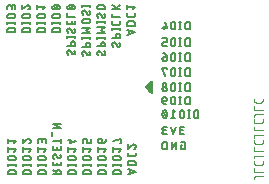
<source format=gbr>
G04 EAGLE Gerber RS-274X export*
G75*
%MOMM*%
%FSLAX34Y34*%
%LPD*%
%INSilkscreen Bottom*%
%IPPOS*%
%AMOC8*
5,1,8,0,0,1.08239X$1,22.5*%
G01*
%ADD10C,0.076200*%
%ADD11C,0.152400*%


D10*
X240063Y8297D02*
X234334Y8297D01*
X234256Y8295D01*
X234178Y8290D01*
X234101Y8280D01*
X234024Y8267D01*
X233948Y8251D01*
X233873Y8231D01*
X233799Y8207D01*
X233726Y8180D01*
X233654Y8149D01*
X233584Y8115D01*
X233516Y8078D01*
X233449Y8037D01*
X233384Y7993D01*
X233322Y7947D01*
X233262Y7897D01*
X233204Y7845D01*
X233149Y7790D01*
X233097Y7732D01*
X233047Y7672D01*
X233001Y7610D01*
X232957Y7545D01*
X232916Y7479D01*
X232879Y7410D01*
X232845Y7340D01*
X232814Y7268D01*
X232787Y7195D01*
X232763Y7121D01*
X232743Y7046D01*
X232727Y6970D01*
X232714Y6893D01*
X232704Y6816D01*
X232699Y6738D01*
X232697Y6660D01*
X232697Y5842D01*
X232697Y11991D02*
X240063Y11991D01*
X232697Y11991D02*
X232697Y15265D01*
X232697Y19685D02*
X232697Y21322D01*
X232697Y19685D02*
X232699Y19607D01*
X232704Y19529D01*
X232714Y19452D01*
X232727Y19375D01*
X232743Y19299D01*
X232763Y19224D01*
X232787Y19150D01*
X232814Y19077D01*
X232845Y19005D01*
X232879Y18935D01*
X232916Y18867D01*
X232957Y18800D01*
X233001Y18735D01*
X233047Y18673D01*
X233097Y18613D01*
X233149Y18555D01*
X233204Y18500D01*
X233262Y18448D01*
X233322Y18398D01*
X233384Y18352D01*
X233449Y18308D01*
X233516Y18267D01*
X233584Y18230D01*
X233654Y18196D01*
X233726Y18165D01*
X233799Y18138D01*
X233873Y18114D01*
X233948Y18094D01*
X234024Y18078D01*
X234101Y18065D01*
X234178Y18055D01*
X234256Y18050D01*
X234334Y18048D01*
X234334Y18049D02*
X238426Y18049D01*
X238426Y18048D02*
X238504Y18050D01*
X238582Y18055D01*
X238659Y18065D01*
X238736Y18078D01*
X238812Y18094D01*
X238887Y18114D01*
X238961Y18138D01*
X239034Y18165D01*
X239106Y18196D01*
X239176Y18230D01*
X239245Y18267D01*
X239311Y18308D01*
X239376Y18352D01*
X239438Y18398D01*
X239498Y18448D01*
X239556Y18500D01*
X239611Y18555D01*
X239663Y18613D01*
X239713Y18673D01*
X239759Y18735D01*
X239803Y18800D01*
X239844Y18867D01*
X239881Y18935D01*
X239915Y19005D01*
X239946Y19077D01*
X239973Y19150D01*
X239997Y19224D01*
X240017Y19299D01*
X240033Y19375D01*
X240046Y19452D01*
X240056Y19529D01*
X240061Y19607D01*
X240063Y19685D01*
X240063Y21322D01*
X240063Y25854D02*
X234334Y25854D01*
X234256Y25852D01*
X234178Y25847D01*
X234101Y25837D01*
X234024Y25824D01*
X233948Y25808D01*
X233873Y25788D01*
X233799Y25764D01*
X233726Y25737D01*
X233654Y25706D01*
X233584Y25672D01*
X233516Y25635D01*
X233449Y25594D01*
X233384Y25550D01*
X233322Y25504D01*
X233262Y25454D01*
X233204Y25402D01*
X233149Y25347D01*
X233097Y25289D01*
X233047Y25229D01*
X233001Y25167D01*
X232957Y25102D01*
X232916Y25036D01*
X232879Y24967D01*
X232845Y24897D01*
X232814Y24825D01*
X232787Y24752D01*
X232763Y24678D01*
X232743Y24603D01*
X232727Y24527D01*
X232714Y24450D01*
X232704Y24373D01*
X232699Y24295D01*
X232697Y24217D01*
X232697Y23398D01*
X232697Y29548D02*
X240063Y29548D01*
X232697Y29548D02*
X232697Y32821D01*
X232697Y37242D02*
X232697Y38879D01*
X232697Y37242D02*
X232699Y37164D01*
X232704Y37086D01*
X232714Y37009D01*
X232727Y36932D01*
X232743Y36856D01*
X232763Y36781D01*
X232787Y36707D01*
X232814Y36634D01*
X232845Y36562D01*
X232879Y36492D01*
X232916Y36424D01*
X232957Y36357D01*
X233001Y36292D01*
X233047Y36230D01*
X233097Y36170D01*
X233149Y36112D01*
X233204Y36057D01*
X233262Y36005D01*
X233322Y35955D01*
X233384Y35909D01*
X233449Y35865D01*
X233516Y35824D01*
X233584Y35787D01*
X233654Y35753D01*
X233726Y35722D01*
X233799Y35695D01*
X233873Y35671D01*
X233948Y35651D01*
X234024Y35635D01*
X234101Y35622D01*
X234178Y35612D01*
X234256Y35607D01*
X234334Y35605D01*
X238426Y35605D01*
X238504Y35607D01*
X238582Y35612D01*
X238659Y35622D01*
X238736Y35635D01*
X238812Y35651D01*
X238887Y35671D01*
X238961Y35695D01*
X239034Y35722D01*
X239106Y35753D01*
X239176Y35787D01*
X239245Y35824D01*
X239311Y35865D01*
X239376Y35909D01*
X239438Y35955D01*
X239498Y36005D01*
X239556Y36057D01*
X239611Y36112D01*
X239663Y36170D01*
X239713Y36230D01*
X239759Y36292D01*
X239803Y36357D01*
X239844Y36424D01*
X239881Y36492D01*
X239915Y36562D01*
X239946Y36634D01*
X239973Y36707D01*
X239997Y36781D01*
X240017Y36856D01*
X240033Y36932D01*
X240046Y37009D01*
X240056Y37086D01*
X240061Y37164D01*
X240063Y37242D01*
X240063Y38879D01*
X240063Y43410D02*
X234334Y43410D01*
X234256Y43408D01*
X234178Y43403D01*
X234101Y43393D01*
X234024Y43380D01*
X233948Y43364D01*
X233873Y43344D01*
X233799Y43320D01*
X233726Y43293D01*
X233654Y43262D01*
X233584Y43228D01*
X233516Y43191D01*
X233449Y43150D01*
X233384Y43106D01*
X233322Y43060D01*
X233262Y43010D01*
X233204Y42958D01*
X233149Y42903D01*
X233097Y42845D01*
X233047Y42785D01*
X233001Y42723D01*
X232957Y42658D01*
X232916Y42592D01*
X232879Y42523D01*
X232845Y42453D01*
X232814Y42381D01*
X232787Y42308D01*
X232763Y42234D01*
X232743Y42159D01*
X232727Y42083D01*
X232714Y42006D01*
X232704Y41929D01*
X232699Y41851D01*
X232697Y41773D01*
X232697Y40955D01*
X232697Y47104D02*
X240063Y47104D01*
X232697Y47104D02*
X232697Y50378D01*
X232697Y54798D02*
X232697Y56435D01*
X232697Y54798D02*
X232699Y54720D01*
X232704Y54642D01*
X232714Y54565D01*
X232727Y54488D01*
X232743Y54412D01*
X232763Y54337D01*
X232787Y54263D01*
X232814Y54190D01*
X232845Y54118D01*
X232879Y54048D01*
X232916Y53980D01*
X232957Y53913D01*
X233001Y53848D01*
X233047Y53786D01*
X233097Y53726D01*
X233149Y53668D01*
X233204Y53613D01*
X233262Y53561D01*
X233322Y53511D01*
X233384Y53465D01*
X233449Y53421D01*
X233516Y53380D01*
X233584Y53343D01*
X233654Y53309D01*
X233726Y53278D01*
X233799Y53251D01*
X233873Y53227D01*
X233948Y53207D01*
X234024Y53191D01*
X234101Y53178D01*
X234178Y53168D01*
X234256Y53163D01*
X234334Y53161D01*
X238426Y53161D01*
X238504Y53163D01*
X238582Y53168D01*
X238659Y53178D01*
X238736Y53191D01*
X238812Y53207D01*
X238887Y53227D01*
X238961Y53251D01*
X239034Y53278D01*
X239106Y53309D01*
X239176Y53343D01*
X239245Y53380D01*
X239311Y53421D01*
X239376Y53465D01*
X239438Y53511D01*
X239498Y53561D01*
X239556Y53613D01*
X239611Y53668D01*
X239663Y53726D01*
X239713Y53786D01*
X239759Y53848D01*
X239803Y53913D01*
X239844Y53980D01*
X239881Y54048D01*
X239915Y54118D01*
X239946Y54190D01*
X239973Y54263D01*
X239997Y54337D01*
X240017Y54412D01*
X240033Y54488D01*
X240046Y54565D01*
X240056Y54642D01*
X240061Y54720D01*
X240063Y54798D01*
X240063Y56435D01*
X240063Y60966D02*
X234334Y60966D01*
X234334Y60967D02*
X234256Y60965D01*
X234178Y60960D01*
X234101Y60950D01*
X234024Y60937D01*
X233948Y60921D01*
X233873Y60901D01*
X233799Y60877D01*
X233726Y60850D01*
X233654Y60819D01*
X233584Y60785D01*
X233516Y60748D01*
X233449Y60707D01*
X233384Y60663D01*
X233322Y60617D01*
X233262Y60567D01*
X233204Y60515D01*
X233149Y60460D01*
X233097Y60402D01*
X233047Y60342D01*
X233001Y60280D01*
X232957Y60215D01*
X232916Y60149D01*
X232879Y60080D01*
X232845Y60010D01*
X232814Y59938D01*
X232787Y59865D01*
X232763Y59791D01*
X232743Y59716D01*
X232727Y59640D01*
X232714Y59563D01*
X232704Y59486D01*
X232699Y59408D01*
X232697Y59330D01*
X232697Y58511D01*
X232697Y64660D02*
X240063Y64660D01*
X232697Y64660D02*
X232697Y67934D01*
X232697Y72355D02*
X232697Y73991D01*
X232697Y72355D02*
X232699Y72277D01*
X232704Y72199D01*
X232714Y72122D01*
X232727Y72045D01*
X232743Y71969D01*
X232763Y71894D01*
X232787Y71820D01*
X232814Y71747D01*
X232845Y71675D01*
X232879Y71605D01*
X232916Y71537D01*
X232957Y71470D01*
X233001Y71405D01*
X233047Y71343D01*
X233097Y71283D01*
X233149Y71225D01*
X233204Y71170D01*
X233262Y71118D01*
X233322Y71068D01*
X233384Y71022D01*
X233449Y70978D01*
X233516Y70937D01*
X233584Y70900D01*
X233654Y70866D01*
X233726Y70835D01*
X233799Y70808D01*
X233873Y70784D01*
X233948Y70764D01*
X234024Y70748D01*
X234101Y70735D01*
X234178Y70725D01*
X234256Y70720D01*
X234334Y70718D01*
X238426Y70718D01*
X238504Y70720D01*
X238582Y70725D01*
X238659Y70735D01*
X238736Y70748D01*
X238812Y70764D01*
X238887Y70784D01*
X238961Y70808D01*
X239034Y70835D01*
X239106Y70866D01*
X239176Y70900D01*
X239245Y70937D01*
X239311Y70978D01*
X239376Y71022D01*
X239438Y71068D01*
X239498Y71118D01*
X239556Y71170D01*
X239611Y71225D01*
X239663Y71283D01*
X239713Y71343D01*
X239759Y71405D01*
X239803Y71470D01*
X239844Y71537D01*
X239881Y71605D01*
X239915Y71675D01*
X239946Y71747D01*
X239973Y71820D01*
X239997Y71894D01*
X240017Y71969D01*
X240033Y72045D01*
X240046Y72122D01*
X240056Y72199D01*
X240061Y72277D01*
X240063Y72355D01*
X240063Y73991D01*
D11*
X132078Y130180D02*
X125474Y127978D01*
X125474Y132381D02*
X132078Y130180D01*
X127125Y131831D02*
X127125Y128529D01*
X125474Y135904D02*
X132078Y135904D01*
X132078Y137739D01*
X132076Y137824D01*
X132070Y137908D01*
X132060Y137992D01*
X132047Y138076D01*
X132029Y138159D01*
X132008Y138241D01*
X131983Y138322D01*
X131954Y138402D01*
X131922Y138480D01*
X131886Y138556D01*
X131846Y138631D01*
X131803Y138704D01*
X131757Y138775D01*
X131708Y138844D01*
X131655Y138911D01*
X131599Y138975D01*
X131541Y139036D01*
X131480Y139094D01*
X131416Y139150D01*
X131349Y139203D01*
X131280Y139252D01*
X131209Y139298D01*
X131136Y139341D01*
X131061Y139381D01*
X130985Y139417D01*
X130907Y139449D01*
X130827Y139478D01*
X130746Y139503D01*
X130664Y139524D01*
X130581Y139542D01*
X130497Y139555D01*
X130413Y139565D01*
X130329Y139571D01*
X130244Y139573D01*
X127308Y139573D01*
X127223Y139571D01*
X127139Y139565D01*
X127055Y139555D01*
X126971Y139542D01*
X126888Y139524D01*
X126806Y139503D01*
X126725Y139478D01*
X126645Y139449D01*
X126567Y139417D01*
X126491Y139381D01*
X126416Y139341D01*
X126343Y139298D01*
X126272Y139252D01*
X126203Y139203D01*
X126136Y139150D01*
X126072Y139094D01*
X126011Y139036D01*
X125953Y138975D01*
X125897Y138911D01*
X125844Y138844D01*
X125795Y138775D01*
X125749Y138704D01*
X125706Y138631D01*
X125666Y138556D01*
X125630Y138480D01*
X125598Y138402D01*
X125569Y138322D01*
X125544Y138241D01*
X125523Y138159D01*
X125505Y138076D01*
X125492Y137992D01*
X125482Y137908D01*
X125476Y137824D01*
X125474Y137739D01*
X125474Y135904D01*
X125474Y144895D02*
X125474Y146363D01*
X125474Y144895D02*
X125476Y144821D01*
X125482Y144746D01*
X125491Y144673D01*
X125504Y144599D01*
X125521Y144527D01*
X125541Y144456D01*
X125565Y144385D01*
X125593Y144316D01*
X125624Y144249D01*
X125658Y144183D01*
X125696Y144118D01*
X125737Y144056D01*
X125781Y143996D01*
X125828Y143939D01*
X125878Y143884D01*
X125931Y143831D01*
X125986Y143781D01*
X126043Y143734D01*
X126103Y143690D01*
X126165Y143649D01*
X126230Y143611D01*
X126296Y143577D01*
X126363Y143546D01*
X126432Y143518D01*
X126503Y143494D01*
X126574Y143474D01*
X126646Y143457D01*
X126720Y143444D01*
X126793Y143435D01*
X126868Y143429D01*
X126942Y143427D01*
X126942Y143428D02*
X130610Y143428D01*
X130610Y143427D02*
X130684Y143429D01*
X130759Y143435D01*
X130832Y143444D01*
X130906Y143457D01*
X130978Y143474D01*
X131049Y143494D01*
X131120Y143518D01*
X131189Y143546D01*
X131256Y143577D01*
X131322Y143611D01*
X131387Y143649D01*
X131449Y143690D01*
X131509Y143734D01*
X131566Y143781D01*
X131621Y143831D01*
X131674Y143884D01*
X131724Y143939D01*
X131771Y143996D01*
X131815Y144056D01*
X131856Y144118D01*
X131894Y144183D01*
X131928Y144248D01*
X131959Y144316D01*
X131987Y144385D01*
X132011Y144456D01*
X132031Y144527D01*
X132048Y144599D01*
X132061Y144673D01*
X132070Y144746D01*
X132076Y144821D01*
X132078Y144895D01*
X132078Y146363D01*
X130610Y149559D02*
X132078Y151394D01*
X125474Y151394D01*
X125474Y153228D02*
X125474Y149559D01*
X114242Y121592D02*
X114168Y121590D01*
X114093Y121584D01*
X114020Y121575D01*
X113946Y121562D01*
X113874Y121545D01*
X113803Y121525D01*
X113732Y121501D01*
X113663Y121473D01*
X113596Y121442D01*
X113530Y121408D01*
X113465Y121370D01*
X113403Y121329D01*
X113343Y121285D01*
X113286Y121238D01*
X113231Y121188D01*
X113178Y121135D01*
X113128Y121080D01*
X113081Y121023D01*
X113037Y120963D01*
X112996Y120901D01*
X112958Y120836D01*
X112924Y120770D01*
X112893Y120703D01*
X112865Y120634D01*
X112841Y120563D01*
X112821Y120492D01*
X112804Y120420D01*
X112791Y120346D01*
X112782Y120273D01*
X112776Y120198D01*
X112774Y120124D01*
X112776Y120013D01*
X112782Y119902D01*
X112792Y119791D01*
X112806Y119680D01*
X112824Y119571D01*
X112846Y119462D01*
X112871Y119353D01*
X112901Y119246D01*
X112934Y119140D01*
X112972Y119035D01*
X113012Y118932D01*
X113057Y118830D01*
X113105Y118730D01*
X113157Y118631D01*
X113212Y118535D01*
X113271Y118440D01*
X113333Y118348D01*
X113399Y118258D01*
X113467Y118170D01*
X113539Y118085D01*
X113614Y118003D01*
X113691Y117923D01*
X117910Y118106D02*
X117984Y118108D01*
X118059Y118114D01*
X118132Y118123D01*
X118206Y118136D01*
X118278Y118153D01*
X118349Y118173D01*
X118420Y118197D01*
X118489Y118225D01*
X118556Y118256D01*
X118622Y118290D01*
X118687Y118328D01*
X118749Y118369D01*
X118809Y118413D01*
X118866Y118460D01*
X118921Y118510D01*
X118974Y118563D01*
X119024Y118618D01*
X119071Y118675D01*
X119115Y118735D01*
X119156Y118797D01*
X119194Y118862D01*
X119228Y118928D01*
X119259Y118995D01*
X119287Y119064D01*
X119311Y119135D01*
X119331Y119206D01*
X119348Y119278D01*
X119361Y119352D01*
X119370Y119425D01*
X119376Y119500D01*
X119378Y119574D01*
X119376Y119678D01*
X119370Y119782D01*
X119360Y119886D01*
X119347Y119989D01*
X119329Y120092D01*
X119307Y120194D01*
X119282Y120295D01*
X119253Y120395D01*
X119220Y120494D01*
X119183Y120591D01*
X119143Y120687D01*
X119099Y120782D01*
X119051Y120874D01*
X119001Y120965D01*
X118946Y121054D01*
X118889Y121141D01*
X118828Y121225D01*
X116625Y118840D02*
X116664Y118777D01*
X116706Y118717D01*
X116751Y118659D01*
X116799Y118602D01*
X116850Y118549D01*
X116903Y118498D01*
X116958Y118449D01*
X117016Y118404D01*
X117076Y118361D01*
X117138Y118321D01*
X117202Y118285D01*
X117268Y118251D01*
X117336Y118221D01*
X117404Y118194D01*
X117474Y118171D01*
X117545Y118151D01*
X117617Y118135D01*
X117690Y118122D01*
X117763Y118113D01*
X117836Y118108D01*
X117910Y118106D01*
X115527Y120858D02*
X115488Y120921D01*
X115446Y120981D01*
X115401Y121040D01*
X115353Y121096D01*
X115302Y121149D01*
X115249Y121200D01*
X115194Y121249D01*
X115136Y121294D01*
X115076Y121337D01*
X115014Y121377D01*
X114950Y121413D01*
X114884Y121447D01*
X114816Y121477D01*
X114748Y121504D01*
X114678Y121527D01*
X114607Y121547D01*
X114535Y121563D01*
X114462Y121576D01*
X114389Y121585D01*
X114316Y121590D01*
X114242Y121592D01*
X115526Y120858D02*
X116626Y118840D01*
X119378Y125419D02*
X112774Y125419D01*
X119378Y125419D02*
X119378Y127254D01*
X119376Y127339D01*
X119370Y127423D01*
X119360Y127507D01*
X119347Y127591D01*
X119329Y127674D01*
X119308Y127756D01*
X119283Y127837D01*
X119254Y127917D01*
X119222Y127995D01*
X119186Y128071D01*
X119146Y128146D01*
X119103Y128219D01*
X119057Y128290D01*
X119008Y128359D01*
X118955Y128426D01*
X118899Y128490D01*
X118841Y128551D01*
X118780Y128609D01*
X118716Y128665D01*
X118649Y128718D01*
X118580Y128767D01*
X118509Y128813D01*
X118436Y128856D01*
X118361Y128896D01*
X118285Y128932D01*
X118207Y128964D01*
X118127Y128993D01*
X118046Y129018D01*
X117964Y129039D01*
X117881Y129057D01*
X117797Y129070D01*
X117713Y129080D01*
X117629Y129086D01*
X117544Y129088D01*
X117459Y129086D01*
X117375Y129080D01*
X117291Y129070D01*
X117207Y129057D01*
X117124Y129039D01*
X117042Y129018D01*
X116961Y128993D01*
X116881Y128964D01*
X116803Y128932D01*
X116727Y128896D01*
X116652Y128856D01*
X116579Y128813D01*
X116508Y128767D01*
X116439Y128718D01*
X116372Y128665D01*
X116308Y128609D01*
X116247Y128551D01*
X116189Y128490D01*
X116133Y128426D01*
X116080Y128359D01*
X116031Y128290D01*
X115985Y128219D01*
X115942Y128146D01*
X115902Y128071D01*
X115866Y127995D01*
X115834Y127917D01*
X115805Y127837D01*
X115780Y127756D01*
X115759Y127674D01*
X115741Y127591D01*
X115728Y127507D01*
X115718Y127423D01*
X115712Y127339D01*
X115710Y127254D01*
X115709Y127254D02*
X115709Y125419D01*
X112774Y132681D02*
X119378Y132681D01*
X112774Y131947D02*
X112774Y133414D01*
X119378Y133414D02*
X119378Y131947D01*
X112774Y138130D02*
X112774Y139598D01*
X112774Y138130D02*
X112776Y138056D01*
X112782Y137981D01*
X112791Y137908D01*
X112804Y137834D01*
X112821Y137762D01*
X112841Y137691D01*
X112865Y137620D01*
X112893Y137551D01*
X112924Y137484D01*
X112958Y137418D01*
X112996Y137353D01*
X113037Y137291D01*
X113081Y137231D01*
X113128Y137174D01*
X113178Y137119D01*
X113231Y137066D01*
X113286Y137016D01*
X113343Y136969D01*
X113403Y136925D01*
X113465Y136884D01*
X113530Y136846D01*
X113596Y136812D01*
X113663Y136781D01*
X113732Y136753D01*
X113803Y136729D01*
X113874Y136709D01*
X113946Y136692D01*
X114020Y136679D01*
X114093Y136670D01*
X114168Y136664D01*
X114242Y136662D01*
X114242Y136663D02*
X117910Y136663D01*
X117910Y136662D02*
X117984Y136664D01*
X118059Y136670D01*
X118132Y136679D01*
X118206Y136692D01*
X118278Y136709D01*
X118349Y136729D01*
X118420Y136753D01*
X118489Y136781D01*
X118556Y136812D01*
X118622Y136846D01*
X118687Y136884D01*
X118749Y136925D01*
X118809Y136969D01*
X118866Y137016D01*
X118921Y137066D01*
X118974Y137119D01*
X119024Y137174D01*
X119071Y137231D01*
X119115Y137291D01*
X119156Y137353D01*
X119194Y137418D01*
X119228Y137483D01*
X119259Y137551D01*
X119287Y137620D01*
X119311Y137691D01*
X119331Y137762D01*
X119348Y137834D01*
X119361Y137908D01*
X119370Y137981D01*
X119376Y138056D01*
X119378Y138130D01*
X119378Y139598D01*
X119378Y143062D02*
X112774Y143062D01*
X112774Y145997D01*
X112774Y149559D02*
X119378Y149559D01*
X119378Y153228D02*
X115342Y149559D01*
X116810Y151027D02*
X112774Y153228D01*
X101542Y114458D02*
X101468Y114456D01*
X101393Y114450D01*
X101320Y114441D01*
X101246Y114428D01*
X101174Y114411D01*
X101103Y114391D01*
X101032Y114367D01*
X100963Y114339D01*
X100896Y114308D01*
X100830Y114274D01*
X100765Y114236D01*
X100703Y114195D01*
X100643Y114151D01*
X100586Y114104D01*
X100531Y114054D01*
X100478Y114001D01*
X100428Y113946D01*
X100381Y113889D01*
X100337Y113829D01*
X100296Y113767D01*
X100258Y113702D01*
X100224Y113636D01*
X100193Y113569D01*
X100165Y113500D01*
X100141Y113429D01*
X100121Y113358D01*
X100104Y113286D01*
X100091Y113212D01*
X100082Y113139D01*
X100076Y113064D01*
X100074Y112990D01*
X100076Y112879D01*
X100082Y112768D01*
X100092Y112657D01*
X100106Y112546D01*
X100124Y112437D01*
X100146Y112328D01*
X100171Y112219D01*
X100201Y112112D01*
X100234Y112006D01*
X100272Y111901D01*
X100312Y111798D01*
X100357Y111696D01*
X100405Y111596D01*
X100457Y111497D01*
X100512Y111401D01*
X100571Y111306D01*
X100633Y111214D01*
X100699Y111124D01*
X100767Y111036D01*
X100839Y110951D01*
X100914Y110869D01*
X100991Y110789D01*
X105210Y110972D02*
X105284Y110974D01*
X105359Y110980D01*
X105432Y110989D01*
X105506Y111002D01*
X105578Y111019D01*
X105649Y111039D01*
X105720Y111063D01*
X105789Y111091D01*
X105856Y111122D01*
X105922Y111156D01*
X105987Y111194D01*
X106049Y111235D01*
X106109Y111279D01*
X106166Y111326D01*
X106221Y111376D01*
X106274Y111429D01*
X106324Y111484D01*
X106371Y111541D01*
X106415Y111601D01*
X106456Y111663D01*
X106494Y111728D01*
X106528Y111794D01*
X106559Y111861D01*
X106587Y111930D01*
X106611Y112001D01*
X106631Y112072D01*
X106648Y112144D01*
X106661Y112218D01*
X106670Y112291D01*
X106676Y112366D01*
X106678Y112440D01*
X106676Y112544D01*
X106670Y112648D01*
X106660Y112752D01*
X106647Y112855D01*
X106629Y112958D01*
X106607Y113060D01*
X106582Y113161D01*
X106553Y113261D01*
X106520Y113360D01*
X106483Y113457D01*
X106443Y113553D01*
X106399Y113648D01*
X106351Y113740D01*
X106301Y113831D01*
X106246Y113920D01*
X106189Y114007D01*
X106128Y114091D01*
X103925Y111706D02*
X103964Y111643D01*
X104006Y111583D01*
X104051Y111525D01*
X104099Y111468D01*
X104150Y111415D01*
X104203Y111364D01*
X104258Y111315D01*
X104316Y111270D01*
X104376Y111227D01*
X104438Y111187D01*
X104502Y111151D01*
X104568Y111117D01*
X104636Y111087D01*
X104704Y111060D01*
X104774Y111037D01*
X104845Y111017D01*
X104917Y111001D01*
X104990Y110988D01*
X105063Y110979D01*
X105136Y110974D01*
X105210Y110972D01*
X102827Y113724D02*
X102788Y113787D01*
X102746Y113847D01*
X102701Y113906D01*
X102653Y113962D01*
X102602Y114015D01*
X102549Y114066D01*
X102494Y114115D01*
X102436Y114160D01*
X102376Y114203D01*
X102314Y114243D01*
X102250Y114279D01*
X102184Y114313D01*
X102116Y114343D01*
X102048Y114370D01*
X101978Y114393D01*
X101907Y114413D01*
X101835Y114429D01*
X101762Y114442D01*
X101689Y114451D01*
X101616Y114456D01*
X101542Y114458D01*
X102826Y113724D02*
X103926Y111706D01*
X106678Y118285D02*
X100074Y118285D01*
X106678Y118285D02*
X106678Y120120D01*
X106676Y120205D01*
X106670Y120289D01*
X106660Y120373D01*
X106647Y120457D01*
X106629Y120540D01*
X106608Y120622D01*
X106583Y120703D01*
X106554Y120783D01*
X106522Y120861D01*
X106486Y120937D01*
X106446Y121012D01*
X106403Y121085D01*
X106357Y121156D01*
X106308Y121225D01*
X106255Y121292D01*
X106199Y121356D01*
X106141Y121417D01*
X106080Y121475D01*
X106016Y121531D01*
X105949Y121584D01*
X105880Y121633D01*
X105809Y121679D01*
X105736Y121722D01*
X105661Y121762D01*
X105585Y121798D01*
X105507Y121830D01*
X105427Y121859D01*
X105346Y121884D01*
X105264Y121905D01*
X105181Y121923D01*
X105097Y121936D01*
X105013Y121946D01*
X104929Y121952D01*
X104844Y121954D01*
X104759Y121952D01*
X104675Y121946D01*
X104591Y121936D01*
X104507Y121923D01*
X104424Y121905D01*
X104342Y121884D01*
X104261Y121859D01*
X104181Y121830D01*
X104103Y121798D01*
X104027Y121762D01*
X103952Y121722D01*
X103879Y121679D01*
X103808Y121633D01*
X103739Y121584D01*
X103672Y121531D01*
X103608Y121475D01*
X103547Y121417D01*
X103489Y121356D01*
X103433Y121292D01*
X103380Y121225D01*
X103331Y121156D01*
X103285Y121085D01*
X103242Y121012D01*
X103202Y120937D01*
X103166Y120861D01*
X103134Y120783D01*
X103105Y120703D01*
X103080Y120622D01*
X103059Y120540D01*
X103041Y120457D01*
X103028Y120373D01*
X103018Y120289D01*
X103012Y120205D01*
X103010Y120120D01*
X103009Y120120D02*
X103009Y118285D01*
X100074Y125547D02*
X106678Y125547D01*
X100074Y124813D02*
X100074Y126280D01*
X106678Y126280D02*
X106678Y124813D01*
X106678Y129929D02*
X100074Y129929D01*
X103009Y132130D02*
X106678Y129929D01*
X103009Y132130D02*
X106678Y134332D01*
X100074Y134332D01*
X100074Y138714D02*
X106678Y138714D01*
X100074Y137980D02*
X100074Y139448D01*
X106678Y139448D02*
X106678Y137980D01*
X100074Y144689D02*
X100076Y144763D01*
X100082Y144838D01*
X100091Y144911D01*
X100104Y144985D01*
X100121Y145057D01*
X100141Y145128D01*
X100165Y145199D01*
X100193Y145268D01*
X100224Y145335D01*
X100258Y145401D01*
X100296Y145466D01*
X100337Y145528D01*
X100381Y145588D01*
X100428Y145645D01*
X100478Y145700D01*
X100531Y145753D01*
X100586Y145803D01*
X100643Y145850D01*
X100703Y145894D01*
X100765Y145935D01*
X100830Y145973D01*
X100896Y146007D01*
X100963Y146038D01*
X101032Y146066D01*
X101103Y146090D01*
X101174Y146110D01*
X101246Y146127D01*
X101320Y146140D01*
X101393Y146149D01*
X101468Y146155D01*
X101542Y146157D01*
X100074Y144689D02*
X100076Y144578D01*
X100082Y144467D01*
X100092Y144356D01*
X100106Y144245D01*
X100124Y144136D01*
X100146Y144027D01*
X100171Y143918D01*
X100201Y143811D01*
X100234Y143705D01*
X100272Y143600D01*
X100312Y143497D01*
X100357Y143395D01*
X100405Y143295D01*
X100457Y143196D01*
X100512Y143100D01*
X100571Y143005D01*
X100633Y142913D01*
X100699Y142823D01*
X100767Y142735D01*
X100839Y142650D01*
X100914Y142568D01*
X100991Y142488D01*
X105210Y142671D02*
X105284Y142673D01*
X105359Y142679D01*
X105432Y142688D01*
X105506Y142701D01*
X105578Y142718D01*
X105649Y142738D01*
X105720Y142762D01*
X105789Y142790D01*
X105856Y142821D01*
X105922Y142855D01*
X105987Y142893D01*
X106049Y142934D01*
X106109Y142978D01*
X106166Y143025D01*
X106221Y143075D01*
X106274Y143128D01*
X106324Y143183D01*
X106371Y143240D01*
X106415Y143300D01*
X106456Y143362D01*
X106494Y143427D01*
X106528Y143493D01*
X106559Y143560D01*
X106587Y143629D01*
X106611Y143700D01*
X106631Y143771D01*
X106648Y143843D01*
X106661Y143917D01*
X106670Y143990D01*
X106676Y144065D01*
X106678Y144139D01*
X106676Y144243D01*
X106670Y144347D01*
X106660Y144451D01*
X106647Y144554D01*
X106629Y144657D01*
X106607Y144759D01*
X106582Y144860D01*
X106553Y144960D01*
X106520Y145059D01*
X106483Y145156D01*
X106443Y145252D01*
X106399Y145347D01*
X106351Y145439D01*
X106301Y145530D01*
X106246Y145619D01*
X106189Y145706D01*
X106128Y145790D01*
X103925Y143405D02*
X103964Y143342D01*
X104006Y143282D01*
X104051Y143224D01*
X104099Y143167D01*
X104150Y143114D01*
X104203Y143063D01*
X104258Y143014D01*
X104316Y142969D01*
X104376Y142926D01*
X104438Y142886D01*
X104502Y142850D01*
X104568Y142816D01*
X104636Y142786D01*
X104704Y142759D01*
X104774Y142736D01*
X104845Y142716D01*
X104917Y142700D01*
X104990Y142687D01*
X105063Y142678D01*
X105136Y142673D01*
X105210Y142671D01*
X102827Y145423D02*
X102788Y145486D01*
X102746Y145546D01*
X102701Y145605D01*
X102653Y145661D01*
X102602Y145714D01*
X102549Y145765D01*
X102494Y145814D01*
X102436Y145859D01*
X102376Y145902D01*
X102314Y145942D01*
X102250Y145978D01*
X102184Y146012D01*
X102116Y146042D01*
X102048Y146069D01*
X101978Y146092D01*
X101907Y146112D01*
X101835Y146128D01*
X101762Y146141D01*
X101689Y146150D01*
X101616Y146155D01*
X101542Y146157D01*
X102826Y145423D02*
X103926Y143405D01*
X104844Y149559D02*
X101908Y149559D01*
X104844Y149560D02*
X104929Y149562D01*
X105013Y149568D01*
X105097Y149578D01*
X105181Y149591D01*
X105264Y149609D01*
X105346Y149630D01*
X105427Y149655D01*
X105507Y149684D01*
X105585Y149716D01*
X105661Y149752D01*
X105736Y149792D01*
X105809Y149835D01*
X105880Y149881D01*
X105949Y149930D01*
X106016Y149983D01*
X106080Y150039D01*
X106141Y150097D01*
X106199Y150158D01*
X106255Y150222D01*
X106308Y150289D01*
X106357Y150358D01*
X106403Y150429D01*
X106446Y150502D01*
X106486Y150577D01*
X106522Y150653D01*
X106554Y150731D01*
X106583Y150811D01*
X106608Y150892D01*
X106629Y150974D01*
X106647Y151057D01*
X106660Y151141D01*
X106670Y151225D01*
X106676Y151309D01*
X106678Y151394D01*
X106676Y151479D01*
X106670Y151563D01*
X106660Y151647D01*
X106647Y151731D01*
X106629Y151814D01*
X106608Y151896D01*
X106583Y151977D01*
X106554Y152057D01*
X106522Y152135D01*
X106486Y152211D01*
X106446Y152286D01*
X106403Y152359D01*
X106357Y152430D01*
X106308Y152499D01*
X106255Y152566D01*
X106199Y152630D01*
X106141Y152691D01*
X106080Y152749D01*
X106016Y152805D01*
X105949Y152858D01*
X105880Y152907D01*
X105809Y152953D01*
X105736Y152996D01*
X105661Y153036D01*
X105585Y153072D01*
X105507Y153104D01*
X105427Y153133D01*
X105346Y153158D01*
X105264Y153179D01*
X105181Y153197D01*
X105097Y153210D01*
X105013Y153220D01*
X104929Y153226D01*
X104844Y153228D01*
X101908Y153228D01*
X101823Y153226D01*
X101739Y153220D01*
X101655Y153210D01*
X101571Y153197D01*
X101488Y153179D01*
X101406Y153158D01*
X101325Y153133D01*
X101245Y153104D01*
X101167Y153072D01*
X101091Y153036D01*
X101016Y152996D01*
X100943Y152953D01*
X100872Y152907D01*
X100803Y152858D01*
X100736Y152805D01*
X100672Y152749D01*
X100611Y152691D01*
X100553Y152630D01*
X100497Y152566D01*
X100444Y152499D01*
X100395Y152430D01*
X100349Y152359D01*
X100306Y152286D01*
X100266Y152211D01*
X100230Y152135D01*
X100198Y152057D01*
X100169Y151977D01*
X100144Y151896D01*
X100123Y151814D01*
X100105Y151731D01*
X100092Y151647D01*
X100082Y151563D01*
X100076Y151479D01*
X100074Y151394D01*
X100076Y151309D01*
X100082Y151225D01*
X100092Y151141D01*
X100105Y151057D01*
X100123Y150974D01*
X100144Y150892D01*
X100169Y150811D01*
X100198Y150731D01*
X100230Y150653D01*
X100266Y150577D01*
X100306Y150502D01*
X100349Y150429D01*
X100395Y150358D01*
X100444Y150289D01*
X100497Y150222D01*
X100553Y150158D01*
X100611Y150097D01*
X100672Y150039D01*
X100736Y149983D01*
X100803Y149930D01*
X100872Y149881D01*
X100943Y149835D01*
X101016Y149792D01*
X101091Y149752D01*
X101167Y149716D01*
X101245Y149684D01*
X101325Y149655D01*
X101406Y149630D01*
X101488Y149609D01*
X101571Y149591D01*
X101655Y149578D01*
X101739Y149568D01*
X101823Y149562D01*
X101908Y149560D01*
X88842Y114096D02*
X88768Y114094D01*
X88693Y114088D01*
X88620Y114079D01*
X88546Y114066D01*
X88474Y114049D01*
X88403Y114029D01*
X88332Y114005D01*
X88263Y113977D01*
X88196Y113946D01*
X88130Y113912D01*
X88065Y113874D01*
X88003Y113833D01*
X87943Y113789D01*
X87886Y113742D01*
X87831Y113692D01*
X87778Y113639D01*
X87728Y113584D01*
X87681Y113527D01*
X87637Y113467D01*
X87596Y113405D01*
X87558Y113340D01*
X87524Y113274D01*
X87493Y113207D01*
X87465Y113138D01*
X87441Y113067D01*
X87421Y112996D01*
X87404Y112924D01*
X87391Y112850D01*
X87382Y112777D01*
X87376Y112702D01*
X87374Y112628D01*
X87376Y112517D01*
X87382Y112406D01*
X87392Y112295D01*
X87406Y112184D01*
X87424Y112075D01*
X87446Y111966D01*
X87471Y111857D01*
X87501Y111750D01*
X87534Y111644D01*
X87572Y111539D01*
X87612Y111436D01*
X87657Y111334D01*
X87705Y111234D01*
X87757Y111135D01*
X87812Y111039D01*
X87871Y110944D01*
X87933Y110852D01*
X87999Y110762D01*
X88067Y110674D01*
X88139Y110589D01*
X88214Y110507D01*
X88291Y110427D01*
X92510Y110609D02*
X92584Y110611D01*
X92659Y110617D01*
X92732Y110626D01*
X92806Y110639D01*
X92878Y110656D01*
X92949Y110676D01*
X93020Y110700D01*
X93089Y110728D01*
X93156Y110759D01*
X93222Y110793D01*
X93287Y110831D01*
X93349Y110872D01*
X93409Y110916D01*
X93466Y110963D01*
X93521Y111013D01*
X93574Y111066D01*
X93624Y111121D01*
X93671Y111178D01*
X93715Y111238D01*
X93756Y111300D01*
X93794Y111365D01*
X93828Y111431D01*
X93859Y111498D01*
X93887Y111567D01*
X93911Y111638D01*
X93931Y111709D01*
X93948Y111781D01*
X93961Y111855D01*
X93970Y111928D01*
X93976Y112003D01*
X93978Y112077D01*
X93976Y112181D01*
X93970Y112285D01*
X93960Y112389D01*
X93947Y112492D01*
X93929Y112595D01*
X93907Y112697D01*
X93882Y112798D01*
X93853Y112898D01*
X93820Y112997D01*
X93783Y113094D01*
X93743Y113190D01*
X93699Y113285D01*
X93651Y113377D01*
X93601Y113468D01*
X93546Y113557D01*
X93489Y113644D01*
X93428Y113728D01*
X91225Y111343D02*
X91264Y111280D01*
X91306Y111220D01*
X91351Y111162D01*
X91399Y111105D01*
X91450Y111052D01*
X91503Y111001D01*
X91558Y110952D01*
X91616Y110907D01*
X91676Y110864D01*
X91738Y110824D01*
X91802Y110788D01*
X91868Y110754D01*
X91936Y110724D01*
X92004Y110697D01*
X92074Y110674D01*
X92145Y110654D01*
X92217Y110638D01*
X92290Y110625D01*
X92363Y110616D01*
X92436Y110611D01*
X92510Y110609D01*
X90127Y113362D02*
X90088Y113425D01*
X90046Y113485D01*
X90001Y113544D01*
X89953Y113600D01*
X89902Y113653D01*
X89849Y113704D01*
X89794Y113753D01*
X89736Y113798D01*
X89676Y113841D01*
X89614Y113881D01*
X89550Y113917D01*
X89484Y113951D01*
X89416Y113981D01*
X89348Y114008D01*
X89278Y114031D01*
X89207Y114051D01*
X89135Y114067D01*
X89062Y114080D01*
X88989Y114089D01*
X88916Y114094D01*
X88842Y114096D01*
X90126Y113361D02*
X91226Y111344D01*
X93978Y117923D02*
X87374Y117923D01*
X93978Y117923D02*
X93978Y119757D01*
X93976Y119842D01*
X93970Y119926D01*
X93960Y120010D01*
X93947Y120094D01*
X93929Y120177D01*
X93908Y120259D01*
X93883Y120340D01*
X93854Y120420D01*
X93822Y120498D01*
X93786Y120574D01*
X93746Y120649D01*
X93703Y120722D01*
X93657Y120793D01*
X93608Y120862D01*
X93555Y120929D01*
X93499Y120993D01*
X93441Y121054D01*
X93380Y121112D01*
X93316Y121168D01*
X93249Y121221D01*
X93180Y121270D01*
X93109Y121316D01*
X93036Y121359D01*
X92961Y121399D01*
X92885Y121435D01*
X92807Y121467D01*
X92727Y121496D01*
X92646Y121521D01*
X92564Y121542D01*
X92481Y121560D01*
X92397Y121573D01*
X92313Y121583D01*
X92229Y121589D01*
X92144Y121591D01*
X92059Y121589D01*
X91975Y121583D01*
X91891Y121573D01*
X91807Y121560D01*
X91724Y121542D01*
X91642Y121521D01*
X91561Y121496D01*
X91481Y121467D01*
X91403Y121435D01*
X91327Y121399D01*
X91252Y121359D01*
X91179Y121316D01*
X91108Y121270D01*
X91039Y121221D01*
X90972Y121168D01*
X90908Y121112D01*
X90847Y121054D01*
X90789Y120993D01*
X90733Y120929D01*
X90680Y120862D01*
X90631Y120793D01*
X90585Y120722D01*
X90542Y120649D01*
X90502Y120574D01*
X90466Y120498D01*
X90434Y120420D01*
X90405Y120340D01*
X90380Y120259D01*
X90359Y120177D01*
X90341Y120094D01*
X90328Y120010D01*
X90318Y119926D01*
X90312Y119842D01*
X90310Y119757D01*
X90309Y119757D02*
X90309Y117923D01*
X87374Y125184D02*
X93978Y125184D01*
X87374Y124450D02*
X87374Y125918D01*
X93978Y125918D02*
X93978Y124450D01*
X93978Y129567D02*
X87374Y129567D01*
X90309Y131768D02*
X93978Y129567D01*
X90309Y131768D02*
X93978Y133969D01*
X87374Y133969D01*
X89208Y137980D02*
X92144Y137980D01*
X92144Y137981D02*
X92229Y137983D01*
X92313Y137989D01*
X92397Y137999D01*
X92481Y138012D01*
X92564Y138030D01*
X92646Y138051D01*
X92727Y138076D01*
X92807Y138105D01*
X92885Y138137D01*
X92961Y138173D01*
X93036Y138213D01*
X93109Y138256D01*
X93180Y138302D01*
X93249Y138351D01*
X93316Y138404D01*
X93380Y138460D01*
X93441Y138518D01*
X93499Y138579D01*
X93555Y138643D01*
X93608Y138710D01*
X93657Y138779D01*
X93703Y138850D01*
X93746Y138923D01*
X93786Y138998D01*
X93822Y139074D01*
X93854Y139152D01*
X93883Y139232D01*
X93908Y139313D01*
X93929Y139395D01*
X93947Y139478D01*
X93960Y139562D01*
X93970Y139646D01*
X93976Y139730D01*
X93978Y139815D01*
X93976Y139900D01*
X93970Y139984D01*
X93960Y140068D01*
X93947Y140152D01*
X93929Y140235D01*
X93908Y140317D01*
X93883Y140398D01*
X93854Y140478D01*
X93822Y140556D01*
X93786Y140632D01*
X93746Y140707D01*
X93703Y140780D01*
X93657Y140851D01*
X93608Y140920D01*
X93555Y140987D01*
X93499Y141051D01*
X93441Y141112D01*
X93380Y141170D01*
X93316Y141226D01*
X93249Y141279D01*
X93180Y141328D01*
X93109Y141374D01*
X93036Y141417D01*
X92961Y141457D01*
X92885Y141493D01*
X92807Y141525D01*
X92727Y141554D01*
X92646Y141579D01*
X92564Y141600D01*
X92481Y141618D01*
X92397Y141631D01*
X92313Y141641D01*
X92229Y141647D01*
X92144Y141649D01*
X89208Y141649D01*
X89123Y141647D01*
X89039Y141641D01*
X88955Y141631D01*
X88871Y141618D01*
X88788Y141600D01*
X88706Y141579D01*
X88625Y141554D01*
X88545Y141525D01*
X88467Y141493D01*
X88391Y141457D01*
X88316Y141417D01*
X88243Y141374D01*
X88172Y141328D01*
X88103Y141279D01*
X88036Y141226D01*
X87972Y141170D01*
X87911Y141112D01*
X87853Y141051D01*
X87797Y140987D01*
X87744Y140920D01*
X87695Y140851D01*
X87649Y140780D01*
X87606Y140707D01*
X87566Y140632D01*
X87530Y140556D01*
X87498Y140478D01*
X87469Y140398D01*
X87444Y140317D01*
X87423Y140235D01*
X87405Y140152D01*
X87392Y140068D01*
X87382Y139984D01*
X87376Y139900D01*
X87374Y139815D01*
X87376Y139730D01*
X87382Y139646D01*
X87392Y139562D01*
X87405Y139478D01*
X87423Y139395D01*
X87444Y139313D01*
X87469Y139232D01*
X87498Y139152D01*
X87530Y139074D01*
X87566Y138998D01*
X87606Y138923D01*
X87649Y138850D01*
X87695Y138779D01*
X87744Y138710D01*
X87797Y138643D01*
X87853Y138579D01*
X87911Y138518D01*
X87972Y138460D01*
X88036Y138404D01*
X88103Y138351D01*
X88172Y138302D01*
X88243Y138256D01*
X88316Y138213D01*
X88391Y138173D01*
X88467Y138137D01*
X88545Y138105D01*
X88625Y138076D01*
X88706Y138051D01*
X88788Y138030D01*
X88871Y138012D01*
X88955Y137999D01*
X89039Y137989D01*
X89123Y137983D01*
X89208Y137981D01*
X87374Y147253D02*
X87376Y147327D01*
X87382Y147402D01*
X87391Y147475D01*
X87404Y147549D01*
X87421Y147621D01*
X87441Y147692D01*
X87465Y147763D01*
X87493Y147832D01*
X87524Y147899D01*
X87558Y147965D01*
X87596Y148030D01*
X87637Y148092D01*
X87681Y148152D01*
X87728Y148209D01*
X87778Y148264D01*
X87831Y148317D01*
X87886Y148367D01*
X87943Y148414D01*
X88003Y148458D01*
X88065Y148499D01*
X88130Y148537D01*
X88196Y148571D01*
X88263Y148602D01*
X88332Y148630D01*
X88403Y148654D01*
X88474Y148674D01*
X88546Y148691D01*
X88620Y148704D01*
X88693Y148713D01*
X88768Y148719D01*
X88842Y148721D01*
X87374Y147253D02*
X87376Y147142D01*
X87382Y147031D01*
X87392Y146920D01*
X87406Y146809D01*
X87424Y146700D01*
X87446Y146591D01*
X87471Y146482D01*
X87501Y146375D01*
X87534Y146269D01*
X87572Y146164D01*
X87612Y146061D01*
X87657Y145959D01*
X87705Y145859D01*
X87757Y145760D01*
X87812Y145664D01*
X87871Y145569D01*
X87933Y145477D01*
X87999Y145387D01*
X88067Y145299D01*
X88139Y145214D01*
X88214Y145132D01*
X88291Y145052D01*
X92510Y145235D02*
X92584Y145237D01*
X92659Y145243D01*
X92732Y145252D01*
X92806Y145265D01*
X92878Y145282D01*
X92949Y145302D01*
X93020Y145326D01*
X93089Y145354D01*
X93156Y145385D01*
X93222Y145419D01*
X93287Y145457D01*
X93349Y145498D01*
X93409Y145542D01*
X93466Y145589D01*
X93521Y145639D01*
X93574Y145692D01*
X93624Y145747D01*
X93671Y145804D01*
X93715Y145864D01*
X93756Y145926D01*
X93794Y145991D01*
X93828Y146057D01*
X93859Y146124D01*
X93887Y146193D01*
X93911Y146264D01*
X93931Y146335D01*
X93948Y146407D01*
X93961Y146481D01*
X93970Y146554D01*
X93976Y146629D01*
X93978Y146703D01*
X93976Y146807D01*
X93970Y146911D01*
X93960Y147015D01*
X93947Y147118D01*
X93929Y147221D01*
X93907Y147323D01*
X93882Y147424D01*
X93853Y147524D01*
X93820Y147623D01*
X93783Y147720D01*
X93743Y147816D01*
X93699Y147911D01*
X93651Y148003D01*
X93601Y148094D01*
X93546Y148183D01*
X93489Y148270D01*
X93428Y148354D01*
X91225Y145968D02*
X91264Y145905D01*
X91306Y145845D01*
X91351Y145787D01*
X91399Y145730D01*
X91450Y145677D01*
X91503Y145626D01*
X91558Y145577D01*
X91616Y145532D01*
X91676Y145489D01*
X91738Y145449D01*
X91802Y145413D01*
X91868Y145379D01*
X91936Y145349D01*
X92004Y145322D01*
X92074Y145299D01*
X92145Y145279D01*
X92217Y145263D01*
X92290Y145250D01*
X92363Y145241D01*
X92436Y145236D01*
X92510Y145234D01*
X90127Y147987D02*
X90088Y148050D01*
X90046Y148110D01*
X90001Y148169D01*
X89953Y148225D01*
X89902Y148278D01*
X89849Y148329D01*
X89794Y148378D01*
X89736Y148423D01*
X89676Y148466D01*
X89614Y148506D01*
X89550Y148542D01*
X89484Y148576D01*
X89416Y148606D01*
X89348Y148633D01*
X89278Y148656D01*
X89207Y148676D01*
X89135Y148692D01*
X89062Y148705D01*
X88989Y148714D01*
X88916Y148719D01*
X88842Y148721D01*
X90126Y147987D02*
X91226Y145969D01*
X93978Y152494D02*
X87374Y152494D01*
X87374Y151760D02*
X87374Y153228D01*
X93978Y153228D02*
X93978Y151760D01*
X76142Y114946D02*
X76068Y114944D01*
X75993Y114938D01*
X75920Y114929D01*
X75846Y114916D01*
X75774Y114899D01*
X75703Y114879D01*
X75632Y114855D01*
X75563Y114827D01*
X75496Y114796D01*
X75430Y114762D01*
X75365Y114724D01*
X75303Y114683D01*
X75243Y114639D01*
X75186Y114592D01*
X75131Y114542D01*
X75078Y114489D01*
X75028Y114434D01*
X74981Y114377D01*
X74937Y114317D01*
X74896Y114255D01*
X74858Y114190D01*
X74824Y114124D01*
X74793Y114057D01*
X74765Y113988D01*
X74741Y113917D01*
X74721Y113846D01*
X74704Y113774D01*
X74691Y113700D01*
X74682Y113627D01*
X74676Y113552D01*
X74674Y113478D01*
X74676Y113367D01*
X74682Y113256D01*
X74692Y113145D01*
X74706Y113034D01*
X74724Y112925D01*
X74746Y112816D01*
X74771Y112707D01*
X74801Y112600D01*
X74834Y112494D01*
X74872Y112389D01*
X74912Y112286D01*
X74957Y112184D01*
X75005Y112084D01*
X75057Y111985D01*
X75112Y111889D01*
X75171Y111794D01*
X75233Y111702D01*
X75299Y111612D01*
X75367Y111524D01*
X75439Y111439D01*
X75514Y111357D01*
X75591Y111277D01*
X79810Y111459D02*
X79884Y111461D01*
X79959Y111467D01*
X80032Y111476D01*
X80106Y111489D01*
X80178Y111506D01*
X80249Y111526D01*
X80320Y111550D01*
X80389Y111578D01*
X80456Y111609D01*
X80522Y111643D01*
X80587Y111681D01*
X80649Y111722D01*
X80709Y111766D01*
X80766Y111813D01*
X80821Y111863D01*
X80874Y111916D01*
X80924Y111971D01*
X80971Y112028D01*
X81015Y112088D01*
X81056Y112150D01*
X81094Y112215D01*
X81128Y112281D01*
X81159Y112348D01*
X81187Y112417D01*
X81211Y112488D01*
X81231Y112559D01*
X81248Y112631D01*
X81261Y112705D01*
X81270Y112778D01*
X81276Y112853D01*
X81278Y112927D01*
X81276Y113031D01*
X81270Y113135D01*
X81260Y113239D01*
X81247Y113342D01*
X81229Y113445D01*
X81207Y113547D01*
X81182Y113648D01*
X81153Y113748D01*
X81120Y113847D01*
X81083Y113944D01*
X81043Y114040D01*
X80999Y114135D01*
X80951Y114227D01*
X80901Y114318D01*
X80846Y114407D01*
X80789Y114494D01*
X80728Y114578D01*
X78525Y112193D02*
X78564Y112130D01*
X78606Y112070D01*
X78651Y112012D01*
X78699Y111955D01*
X78750Y111902D01*
X78803Y111851D01*
X78858Y111802D01*
X78916Y111757D01*
X78976Y111714D01*
X79038Y111674D01*
X79102Y111638D01*
X79168Y111604D01*
X79236Y111574D01*
X79304Y111547D01*
X79374Y111524D01*
X79445Y111504D01*
X79517Y111488D01*
X79590Y111475D01*
X79663Y111466D01*
X79736Y111461D01*
X79810Y111459D01*
X77427Y114212D02*
X77388Y114275D01*
X77346Y114335D01*
X77301Y114394D01*
X77253Y114450D01*
X77202Y114503D01*
X77149Y114554D01*
X77094Y114603D01*
X77036Y114648D01*
X76976Y114691D01*
X76914Y114731D01*
X76850Y114767D01*
X76784Y114801D01*
X76716Y114831D01*
X76648Y114858D01*
X76578Y114881D01*
X76507Y114901D01*
X76435Y114917D01*
X76362Y114930D01*
X76289Y114939D01*
X76216Y114944D01*
X76142Y114946D01*
X77426Y114211D02*
X78526Y112194D01*
X81278Y118773D02*
X74674Y118773D01*
X81278Y118773D02*
X81278Y120607D01*
X81276Y120692D01*
X81270Y120776D01*
X81260Y120860D01*
X81247Y120944D01*
X81229Y121027D01*
X81208Y121109D01*
X81183Y121190D01*
X81154Y121270D01*
X81122Y121348D01*
X81086Y121424D01*
X81046Y121499D01*
X81003Y121572D01*
X80957Y121643D01*
X80908Y121712D01*
X80855Y121779D01*
X80799Y121843D01*
X80741Y121904D01*
X80680Y121962D01*
X80616Y122018D01*
X80549Y122071D01*
X80480Y122120D01*
X80409Y122166D01*
X80336Y122209D01*
X80261Y122249D01*
X80185Y122285D01*
X80107Y122317D01*
X80027Y122346D01*
X79946Y122371D01*
X79864Y122392D01*
X79781Y122410D01*
X79697Y122423D01*
X79613Y122433D01*
X79529Y122439D01*
X79444Y122441D01*
X79359Y122439D01*
X79275Y122433D01*
X79191Y122423D01*
X79107Y122410D01*
X79024Y122392D01*
X78942Y122371D01*
X78861Y122346D01*
X78781Y122317D01*
X78703Y122285D01*
X78627Y122249D01*
X78552Y122209D01*
X78479Y122166D01*
X78408Y122120D01*
X78339Y122071D01*
X78272Y122018D01*
X78208Y121962D01*
X78147Y121904D01*
X78089Y121843D01*
X78033Y121779D01*
X77980Y121712D01*
X77931Y121643D01*
X77885Y121572D01*
X77842Y121499D01*
X77802Y121424D01*
X77766Y121348D01*
X77734Y121270D01*
X77705Y121190D01*
X77680Y121109D01*
X77659Y121027D01*
X77641Y120944D01*
X77628Y120860D01*
X77618Y120776D01*
X77612Y120692D01*
X77610Y120607D01*
X77609Y120607D02*
X77609Y118773D01*
X74674Y126034D02*
X81278Y126034D01*
X74674Y125301D02*
X74674Y126768D01*
X81278Y126768D02*
X81278Y125301D01*
X74674Y132009D02*
X74676Y132083D01*
X74682Y132158D01*
X74691Y132231D01*
X74704Y132305D01*
X74721Y132377D01*
X74741Y132448D01*
X74765Y132519D01*
X74793Y132588D01*
X74824Y132655D01*
X74858Y132721D01*
X74896Y132786D01*
X74937Y132848D01*
X74981Y132908D01*
X75028Y132965D01*
X75078Y133020D01*
X75131Y133073D01*
X75186Y133123D01*
X75243Y133170D01*
X75303Y133214D01*
X75365Y133255D01*
X75430Y133293D01*
X75496Y133327D01*
X75563Y133358D01*
X75632Y133386D01*
X75703Y133410D01*
X75774Y133430D01*
X75846Y133447D01*
X75920Y133460D01*
X75993Y133469D01*
X76068Y133475D01*
X76142Y133477D01*
X74674Y132009D02*
X74676Y131898D01*
X74682Y131787D01*
X74692Y131676D01*
X74706Y131565D01*
X74724Y131456D01*
X74746Y131347D01*
X74771Y131238D01*
X74801Y131131D01*
X74834Y131025D01*
X74872Y130920D01*
X74912Y130817D01*
X74957Y130715D01*
X75005Y130615D01*
X75057Y130516D01*
X75112Y130420D01*
X75171Y130325D01*
X75233Y130233D01*
X75299Y130143D01*
X75367Y130055D01*
X75439Y129970D01*
X75514Y129888D01*
X75591Y129808D01*
X79810Y129991D02*
X79884Y129993D01*
X79959Y129999D01*
X80032Y130008D01*
X80106Y130021D01*
X80178Y130038D01*
X80249Y130058D01*
X80320Y130082D01*
X80389Y130110D01*
X80456Y130141D01*
X80522Y130175D01*
X80587Y130213D01*
X80649Y130254D01*
X80709Y130298D01*
X80766Y130345D01*
X80821Y130395D01*
X80874Y130448D01*
X80924Y130503D01*
X80971Y130560D01*
X81015Y130620D01*
X81056Y130682D01*
X81094Y130747D01*
X81128Y130813D01*
X81159Y130880D01*
X81187Y130949D01*
X81211Y131020D01*
X81231Y131091D01*
X81248Y131163D01*
X81261Y131237D01*
X81270Y131310D01*
X81276Y131385D01*
X81278Y131459D01*
X81276Y131563D01*
X81270Y131667D01*
X81260Y131771D01*
X81247Y131874D01*
X81229Y131977D01*
X81207Y132079D01*
X81182Y132180D01*
X81153Y132280D01*
X81120Y132379D01*
X81083Y132476D01*
X81043Y132572D01*
X80999Y132667D01*
X80951Y132759D01*
X80901Y132850D01*
X80846Y132939D01*
X80789Y133026D01*
X80728Y133110D01*
X78525Y130725D02*
X78564Y130662D01*
X78606Y130602D01*
X78651Y130544D01*
X78699Y130487D01*
X78750Y130434D01*
X78803Y130383D01*
X78858Y130334D01*
X78916Y130289D01*
X78976Y130246D01*
X79038Y130206D01*
X79102Y130170D01*
X79168Y130136D01*
X79236Y130106D01*
X79304Y130079D01*
X79374Y130056D01*
X79445Y130036D01*
X79517Y130020D01*
X79590Y130007D01*
X79663Y129998D01*
X79736Y129993D01*
X79810Y129991D01*
X77427Y132744D02*
X77388Y132807D01*
X77346Y132867D01*
X77301Y132926D01*
X77253Y132982D01*
X77202Y133035D01*
X77149Y133086D01*
X77094Y133135D01*
X77036Y133180D01*
X76976Y133223D01*
X76914Y133263D01*
X76850Y133299D01*
X76784Y133333D01*
X76716Y133363D01*
X76648Y133390D01*
X76578Y133413D01*
X76507Y133433D01*
X76435Y133449D01*
X76362Y133462D01*
X76289Y133471D01*
X76216Y133476D01*
X76142Y133478D01*
X77426Y132743D02*
X78526Y130725D01*
X74674Y137148D02*
X74674Y140083D01*
X74674Y137148D02*
X81278Y137148D01*
X81278Y140083D01*
X78343Y139349D02*
X78343Y137148D01*
X81278Y143487D02*
X74674Y143487D01*
X74674Y146422D01*
X77976Y149559D02*
X78121Y149561D01*
X78266Y149567D01*
X78411Y149576D01*
X78556Y149590D01*
X78700Y149607D01*
X78843Y149629D01*
X78987Y149654D01*
X79129Y149683D01*
X79270Y149715D01*
X79411Y149752D01*
X79550Y149792D01*
X79689Y149836D01*
X79826Y149883D01*
X79962Y149934D01*
X80096Y149989D01*
X80229Y150047D01*
X80361Y150109D01*
X80430Y150135D01*
X80497Y150164D01*
X80563Y150197D01*
X80626Y150233D01*
X80688Y150273D01*
X80747Y150316D01*
X80804Y150362D01*
X80858Y150411D01*
X80910Y150463D01*
X80959Y150518D01*
X81004Y150575D01*
X81047Y150635D01*
X81086Y150697D01*
X81122Y150760D01*
X81155Y150826D01*
X81183Y150893D01*
X81209Y150962D01*
X81230Y151032D01*
X81248Y151103D01*
X81261Y151175D01*
X81271Y151248D01*
X81277Y151321D01*
X81279Y151394D01*
X81278Y151394D02*
X81276Y151467D01*
X81270Y151540D01*
X81260Y151613D01*
X81247Y151685D01*
X81229Y151756D01*
X81208Y151826D01*
X81182Y151894D01*
X81154Y151962D01*
X81121Y152027D01*
X81085Y152091D01*
X81046Y152153D01*
X81004Y152212D01*
X80958Y152269D01*
X80909Y152324D01*
X80858Y152376D01*
X80803Y152425D01*
X80746Y152471D01*
X80687Y152514D01*
X80626Y152554D01*
X80562Y152590D01*
X80497Y152623D01*
X80430Y152652D01*
X80361Y152678D01*
X80229Y152740D01*
X80096Y152798D01*
X79962Y152853D01*
X79826Y152904D01*
X79689Y152951D01*
X79550Y152995D01*
X79411Y153035D01*
X79270Y153072D01*
X79129Y153104D01*
X78987Y153133D01*
X78844Y153158D01*
X78700Y153180D01*
X78556Y153197D01*
X78411Y153211D01*
X78266Y153220D01*
X78121Y153226D01*
X77976Y153228D01*
X77976Y149560D02*
X77831Y149562D01*
X77686Y149568D01*
X77541Y149577D01*
X77396Y149591D01*
X77252Y149608D01*
X77109Y149630D01*
X76966Y149655D01*
X76823Y149683D01*
X76682Y149716D01*
X76541Y149753D01*
X76402Y149793D01*
X76263Y149837D01*
X76126Y149884D01*
X75990Y149935D01*
X75856Y149990D01*
X75723Y150048D01*
X75591Y150110D01*
X75592Y150109D02*
X75523Y150135D01*
X75456Y150164D01*
X75390Y150197D01*
X75327Y150233D01*
X75265Y150273D01*
X75206Y150316D01*
X75149Y150362D01*
X75095Y150411D01*
X75043Y150463D01*
X74994Y150518D01*
X74949Y150575D01*
X74906Y150635D01*
X74867Y150697D01*
X74831Y150760D01*
X74798Y150826D01*
X74770Y150893D01*
X74744Y150962D01*
X74723Y151032D01*
X74705Y151103D01*
X74692Y151175D01*
X74682Y151248D01*
X74676Y151321D01*
X74674Y151394D01*
X75591Y152678D02*
X75723Y152740D01*
X75856Y152798D01*
X75990Y152853D01*
X76126Y152904D01*
X76263Y152951D01*
X76402Y152995D01*
X76541Y153035D01*
X76682Y153072D01*
X76823Y153104D01*
X76965Y153133D01*
X77108Y153158D01*
X77252Y153180D01*
X77396Y153197D01*
X77541Y153211D01*
X77686Y153220D01*
X77831Y153226D01*
X77976Y153228D01*
X75591Y152678D02*
X75522Y152652D01*
X75455Y152623D01*
X75390Y152590D01*
X75326Y152554D01*
X75265Y152514D01*
X75206Y152471D01*
X75149Y152425D01*
X75094Y152376D01*
X75043Y152324D01*
X74994Y152269D01*
X74948Y152212D01*
X74906Y152153D01*
X74867Y152091D01*
X74831Y152027D01*
X74798Y151962D01*
X74770Y151894D01*
X74744Y151826D01*
X74723Y151756D01*
X74705Y151684D01*
X74692Y151613D01*
X74682Y151540D01*
X74676Y151467D01*
X74674Y151394D01*
X76142Y149926D02*
X79810Y152861D01*
X68578Y130296D02*
X61974Y130296D01*
X68578Y130296D02*
X68578Y132130D01*
X68576Y132215D01*
X68570Y132299D01*
X68560Y132383D01*
X68547Y132467D01*
X68529Y132550D01*
X68508Y132632D01*
X68483Y132713D01*
X68454Y132793D01*
X68422Y132871D01*
X68386Y132947D01*
X68346Y133022D01*
X68303Y133095D01*
X68257Y133166D01*
X68208Y133235D01*
X68155Y133302D01*
X68099Y133366D01*
X68041Y133427D01*
X67980Y133485D01*
X67916Y133541D01*
X67849Y133594D01*
X67780Y133643D01*
X67709Y133689D01*
X67636Y133732D01*
X67561Y133772D01*
X67485Y133808D01*
X67407Y133840D01*
X67327Y133869D01*
X67246Y133894D01*
X67164Y133915D01*
X67081Y133933D01*
X66997Y133946D01*
X66913Y133956D01*
X66829Y133962D01*
X66744Y133964D01*
X66744Y133965D02*
X63808Y133965D01*
X63808Y133964D02*
X63723Y133962D01*
X63639Y133956D01*
X63555Y133946D01*
X63471Y133933D01*
X63388Y133915D01*
X63306Y133894D01*
X63225Y133869D01*
X63145Y133840D01*
X63067Y133808D01*
X62991Y133772D01*
X62916Y133732D01*
X62843Y133689D01*
X62772Y133643D01*
X62703Y133594D01*
X62636Y133541D01*
X62572Y133485D01*
X62511Y133427D01*
X62453Y133366D01*
X62397Y133302D01*
X62344Y133235D01*
X62295Y133166D01*
X62249Y133095D01*
X62206Y133022D01*
X62166Y132947D01*
X62130Y132871D01*
X62098Y132793D01*
X62069Y132713D01*
X62044Y132632D01*
X62023Y132550D01*
X62005Y132467D01*
X61992Y132383D01*
X61982Y132299D01*
X61976Y132215D01*
X61974Y132130D01*
X61974Y130296D01*
X61974Y138226D02*
X68578Y138226D01*
X61974Y137492D02*
X61974Y138960D01*
X68578Y138960D02*
X68578Y137492D01*
X66744Y142244D02*
X63808Y142244D01*
X66744Y142244D02*
X66829Y142246D01*
X66913Y142252D01*
X66997Y142262D01*
X67081Y142275D01*
X67164Y142293D01*
X67246Y142314D01*
X67327Y142339D01*
X67407Y142368D01*
X67485Y142400D01*
X67561Y142436D01*
X67636Y142476D01*
X67709Y142519D01*
X67780Y142565D01*
X67849Y142614D01*
X67916Y142667D01*
X67980Y142723D01*
X68041Y142781D01*
X68099Y142842D01*
X68155Y142906D01*
X68208Y142973D01*
X68257Y143042D01*
X68303Y143113D01*
X68346Y143186D01*
X68386Y143261D01*
X68422Y143337D01*
X68454Y143415D01*
X68483Y143495D01*
X68508Y143576D01*
X68529Y143658D01*
X68547Y143741D01*
X68560Y143825D01*
X68570Y143909D01*
X68576Y143993D01*
X68578Y144078D01*
X68576Y144163D01*
X68570Y144247D01*
X68560Y144331D01*
X68547Y144415D01*
X68529Y144498D01*
X68508Y144580D01*
X68483Y144661D01*
X68454Y144741D01*
X68422Y144819D01*
X68386Y144895D01*
X68346Y144970D01*
X68303Y145043D01*
X68257Y145114D01*
X68208Y145183D01*
X68155Y145250D01*
X68099Y145314D01*
X68041Y145375D01*
X67980Y145433D01*
X67916Y145489D01*
X67849Y145542D01*
X67780Y145591D01*
X67709Y145637D01*
X67636Y145680D01*
X67561Y145720D01*
X67485Y145756D01*
X67407Y145788D01*
X67327Y145817D01*
X67246Y145842D01*
X67164Y145863D01*
X67081Y145881D01*
X66997Y145894D01*
X66913Y145904D01*
X66829Y145910D01*
X66744Y145912D01*
X66744Y145913D02*
X63808Y145913D01*
X63808Y145912D02*
X63723Y145910D01*
X63639Y145904D01*
X63555Y145894D01*
X63471Y145881D01*
X63388Y145863D01*
X63306Y145842D01*
X63225Y145817D01*
X63145Y145788D01*
X63067Y145756D01*
X62991Y145720D01*
X62916Y145680D01*
X62843Y145637D01*
X62772Y145591D01*
X62703Y145542D01*
X62636Y145489D01*
X62572Y145433D01*
X62511Y145375D01*
X62453Y145314D01*
X62397Y145250D01*
X62344Y145183D01*
X62295Y145114D01*
X62249Y145043D01*
X62206Y144970D01*
X62166Y144895D01*
X62130Y144819D01*
X62098Y144741D01*
X62069Y144661D01*
X62044Y144580D01*
X62023Y144498D01*
X62005Y144415D01*
X61992Y144331D01*
X61982Y144247D01*
X61976Y144163D01*
X61974Y144078D01*
X61976Y143993D01*
X61982Y143909D01*
X61992Y143825D01*
X62005Y143741D01*
X62023Y143658D01*
X62044Y143576D01*
X62069Y143495D01*
X62098Y143415D01*
X62130Y143337D01*
X62166Y143261D01*
X62206Y143186D01*
X62249Y143113D01*
X62295Y143042D01*
X62344Y142973D01*
X62397Y142906D01*
X62453Y142842D01*
X62511Y142781D01*
X62572Y142723D01*
X62636Y142667D01*
X62703Y142614D01*
X62772Y142565D01*
X62843Y142519D01*
X62916Y142476D01*
X62991Y142436D01*
X63067Y142400D01*
X63145Y142368D01*
X63225Y142339D01*
X63306Y142314D01*
X63388Y142293D01*
X63471Y142275D01*
X63555Y142262D01*
X63639Y142252D01*
X63723Y142246D01*
X63808Y142244D01*
X65276Y149559D02*
X65421Y149561D01*
X65566Y149567D01*
X65711Y149576D01*
X65856Y149590D01*
X66000Y149607D01*
X66143Y149629D01*
X66287Y149654D01*
X66429Y149683D01*
X66570Y149715D01*
X66711Y149752D01*
X66850Y149792D01*
X66989Y149836D01*
X67126Y149883D01*
X67262Y149934D01*
X67396Y149989D01*
X67529Y150047D01*
X67661Y150109D01*
X67730Y150135D01*
X67797Y150164D01*
X67863Y150197D01*
X67926Y150233D01*
X67988Y150273D01*
X68047Y150316D01*
X68104Y150362D01*
X68158Y150411D01*
X68210Y150463D01*
X68259Y150518D01*
X68304Y150575D01*
X68347Y150635D01*
X68386Y150697D01*
X68422Y150760D01*
X68455Y150826D01*
X68483Y150893D01*
X68509Y150962D01*
X68530Y151032D01*
X68548Y151103D01*
X68561Y151175D01*
X68571Y151248D01*
X68577Y151321D01*
X68579Y151394D01*
X68578Y151394D02*
X68576Y151467D01*
X68570Y151540D01*
X68560Y151613D01*
X68547Y151685D01*
X68529Y151756D01*
X68508Y151826D01*
X68482Y151894D01*
X68454Y151962D01*
X68421Y152027D01*
X68385Y152091D01*
X68346Y152153D01*
X68304Y152212D01*
X68258Y152269D01*
X68209Y152324D01*
X68158Y152376D01*
X68103Y152425D01*
X68046Y152471D01*
X67987Y152514D01*
X67926Y152554D01*
X67862Y152590D01*
X67797Y152623D01*
X67730Y152652D01*
X67661Y152678D01*
X67529Y152740D01*
X67396Y152798D01*
X67262Y152853D01*
X67126Y152904D01*
X66989Y152951D01*
X66850Y152995D01*
X66711Y153035D01*
X66570Y153072D01*
X66429Y153104D01*
X66287Y153133D01*
X66144Y153158D01*
X66000Y153180D01*
X65856Y153197D01*
X65711Y153211D01*
X65566Y153220D01*
X65421Y153226D01*
X65276Y153228D01*
X65276Y149560D02*
X65131Y149562D01*
X64986Y149568D01*
X64841Y149577D01*
X64696Y149591D01*
X64552Y149608D01*
X64409Y149630D01*
X64266Y149655D01*
X64123Y149683D01*
X63982Y149716D01*
X63841Y149753D01*
X63702Y149793D01*
X63563Y149837D01*
X63426Y149884D01*
X63290Y149935D01*
X63156Y149990D01*
X63023Y150048D01*
X62891Y150110D01*
X62892Y150109D02*
X62823Y150135D01*
X62756Y150164D01*
X62690Y150197D01*
X62627Y150233D01*
X62565Y150273D01*
X62506Y150316D01*
X62449Y150362D01*
X62395Y150411D01*
X62343Y150463D01*
X62294Y150518D01*
X62249Y150575D01*
X62206Y150635D01*
X62167Y150697D01*
X62131Y150760D01*
X62098Y150826D01*
X62070Y150893D01*
X62044Y150962D01*
X62023Y151032D01*
X62005Y151103D01*
X61992Y151175D01*
X61982Y151248D01*
X61976Y151321D01*
X61974Y151394D01*
X62891Y152678D02*
X63023Y152740D01*
X63156Y152798D01*
X63290Y152853D01*
X63426Y152904D01*
X63563Y152951D01*
X63702Y152995D01*
X63841Y153035D01*
X63982Y153072D01*
X64123Y153104D01*
X64265Y153133D01*
X64408Y153158D01*
X64552Y153180D01*
X64696Y153197D01*
X64841Y153211D01*
X64986Y153220D01*
X65131Y153226D01*
X65276Y153228D01*
X62891Y152678D02*
X62822Y152652D01*
X62755Y152623D01*
X62690Y152590D01*
X62626Y152554D01*
X62565Y152514D01*
X62506Y152471D01*
X62449Y152425D01*
X62394Y152376D01*
X62343Y152324D01*
X62294Y152269D01*
X62248Y152212D01*
X62206Y152153D01*
X62167Y152091D01*
X62131Y152027D01*
X62098Y151962D01*
X62070Y151894D01*
X62044Y151826D01*
X62023Y151756D01*
X62005Y151684D01*
X61992Y151613D01*
X61982Y151540D01*
X61976Y151467D01*
X61974Y151394D01*
X63442Y149926D02*
X67110Y152861D01*
X55878Y130296D02*
X49274Y130296D01*
X55878Y130296D02*
X55878Y132130D01*
X55876Y132215D01*
X55870Y132299D01*
X55860Y132383D01*
X55847Y132467D01*
X55829Y132550D01*
X55808Y132632D01*
X55783Y132713D01*
X55754Y132793D01*
X55722Y132871D01*
X55686Y132947D01*
X55646Y133022D01*
X55603Y133095D01*
X55557Y133166D01*
X55508Y133235D01*
X55455Y133302D01*
X55399Y133366D01*
X55341Y133427D01*
X55280Y133485D01*
X55216Y133541D01*
X55149Y133594D01*
X55080Y133643D01*
X55009Y133689D01*
X54936Y133732D01*
X54861Y133772D01*
X54785Y133808D01*
X54707Y133840D01*
X54627Y133869D01*
X54546Y133894D01*
X54464Y133915D01*
X54381Y133933D01*
X54297Y133946D01*
X54213Y133956D01*
X54129Y133962D01*
X54044Y133964D01*
X54044Y133965D02*
X51108Y133965D01*
X51108Y133964D02*
X51023Y133962D01*
X50939Y133956D01*
X50855Y133946D01*
X50771Y133933D01*
X50688Y133915D01*
X50606Y133894D01*
X50525Y133869D01*
X50445Y133840D01*
X50367Y133808D01*
X50291Y133772D01*
X50216Y133732D01*
X50143Y133689D01*
X50072Y133643D01*
X50003Y133594D01*
X49936Y133541D01*
X49872Y133485D01*
X49811Y133427D01*
X49753Y133366D01*
X49697Y133302D01*
X49644Y133235D01*
X49595Y133166D01*
X49549Y133095D01*
X49506Y133022D01*
X49466Y132947D01*
X49430Y132871D01*
X49398Y132793D01*
X49369Y132713D01*
X49344Y132632D01*
X49323Y132550D01*
X49305Y132467D01*
X49292Y132383D01*
X49282Y132299D01*
X49276Y132215D01*
X49274Y132130D01*
X49274Y130296D01*
X49274Y138226D02*
X55878Y138226D01*
X49274Y137492D02*
X49274Y138960D01*
X55878Y138960D02*
X55878Y137492D01*
X54044Y142244D02*
X51108Y142244D01*
X54044Y142244D02*
X54129Y142246D01*
X54213Y142252D01*
X54297Y142262D01*
X54381Y142275D01*
X54464Y142293D01*
X54546Y142314D01*
X54627Y142339D01*
X54707Y142368D01*
X54785Y142400D01*
X54861Y142436D01*
X54936Y142476D01*
X55009Y142519D01*
X55080Y142565D01*
X55149Y142614D01*
X55216Y142667D01*
X55280Y142723D01*
X55341Y142781D01*
X55399Y142842D01*
X55455Y142906D01*
X55508Y142973D01*
X55557Y143042D01*
X55603Y143113D01*
X55646Y143186D01*
X55686Y143261D01*
X55722Y143337D01*
X55754Y143415D01*
X55783Y143495D01*
X55808Y143576D01*
X55829Y143658D01*
X55847Y143741D01*
X55860Y143825D01*
X55870Y143909D01*
X55876Y143993D01*
X55878Y144078D01*
X55876Y144163D01*
X55870Y144247D01*
X55860Y144331D01*
X55847Y144415D01*
X55829Y144498D01*
X55808Y144580D01*
X55783Y144661D01*
X55754Y144741D01*
X55722Y144819D01*
X55686Y144895D01*
X55646Y144970D01*
X55603Y145043D01*
X55557Y145114D01*
X55508Y145183D01*
X55455Y145250D01*
X55399Y145314D01*
X55341Y145375D01*
X55280Y145433D01*
X55216Y145489D01*
X55149Y145542D01*
X55080Y145591D01*
X55009Y145637D01*
X54936Y145680D01*
X54861Y145720D01*
X54785Y145756D01*
X54707Y145788D01*
X54627Y145817D01*
X54546Y145842D01*
X54464Y145863D01*
X54381Y145881D01*
X54297Y145894D01*
X54213Y145904D01*
X54129Y145910D01*
X54044Y145912D01*
X54044Y145913D02*
X51108Y145913D01*
X51108Y145912D02*
X51023Y145910D01*
X50939Y145904D01*
X50855Y145894D01*
X50771Y145881D01*
X50688Y145863D01*
X50606Y145842D01*
X50525Y145817D01*
X50445Y145788D01*
X50367Y145756D01*
X50291Y145720D01*
X50216Y145680D01*
X50143Y145637D01*
X50072Y145591D01*
X50003Y145542D01*
X49936Y145489D01*
X49872Y145433D01*
X49811Y145375D01*
X49753Y145314D01*
X49697Y145250D01*
X49644Y145183D01*
X49595Y145114D01*
X49549Y145043D01*
X49506Y144970D01*
X49466Y144895D01*
X49430Y144819D01*
X49398Y144741D01*
X49369Y144661D01*
X49344Y144580D01*
X49323Y144498D01*
X49305Y144415D01*
X49292Y144331D01*
X49282Y144247D01*
X49276Y144163D01*
X49274Y144078D01*
X49276Y143993D01*
X49282Y143909D01*
X49292Y143825D01*
X49305Y143741D01*
X49323Y143658D01*
X49344Y143576D01*
X49369Y143495D01*
X49398Y143415D01*
X49430Y143337D01*
X49466Y143261D01*
X49506Y143186D01*
X49549Y143113D01*
X49595Y143042D01*
X49644Y142973D01*
X49697Y142906D01*
X49753Y142842D01*
X49811Y142781D01*
X49872Y142723D01*
X49936Y142667D01*
X50003Y142614D01*
X50072Y142565D01*
X50143Y142519D01*
X50216Y142476D01*
X50291Y142436D01*
X50367Y142400D01*
X50445Y142368D01*
X50525Y142339D01*
X50606Y142314D01*
X50688Y142293D01*
X50771Y142275D01*
X50855Y142262D01*
X50939Y142252D01*
X51023Y142246D01*
X51108Y142244D01*
X54410Y149559D02*
X55878Y151394D01*
X49274Y151394D01*
X49274Y153228D02*
X49274Y149559D01*
X43178Y130296D02*
X36574Y130296D01*
X43178Y130296D02*
X43178Y132130D01*
X43176Y132215D01*
X43170Y132299D01*
X43160Y132383D01*
X43147Y132467D01*
X43129Y132550D01*
X43108Y132632D01*
X43083Y132713D01*
X43054Y132793D01*
X43022Y132871D01*
X42986Y132947D01*
X42946Y133022D01*
X42903Y133095D01*
X42857Y133166D01*
X42808Y133235D01*
X42755Y133302D01*
X42699Y133366D01*
X42641Y133427D01*
X42580Y133485D01*
X42516Y133541D01*
X42449Y133594D01*
X42380Y133643D01*
X42309Y133689D01*
X42236Y133732D01*
X42161Y133772D01*
X42085Y133808D01*
X42007Y133840D01*
X41927Y133869D01*
X41846Y133894D01*
X41764Y133915D01*
X41681Y133933D01*
X41597Y133946D01*
X41513Y133956D01*
X41429Y133962D01*
X41344Y133964D01*
X41344Y133965D02*
X38408Y133965D01*
X38408Y133964D02*
X38323Y133962D01*
X38239Y133956D01*
X38155Y133946D01*
X38071Y133933D01*
X37988Y133915D01*
X37906Y133894D01*
X37825Y133869D01*
X37745Y133840D01*
X37667Y133808D01*
X37591Y133772D01*
X37516Y133732D01*
X37443Y133689D01*
X37372Y133643D01*
X37303Y133594D01*
X37236Y133541D01*
X37172Y133485D01*
X37111Y133427D01*
X37053Y133366D01*
X36997Y133302D01*
X36944Y133235D01*
X36895Y133166D01*
X36849Y133095D01*
X36806Y133022D01*
X36766Y132947D01*
X36730Y132871D01*
X36698Y132793D01*
X36669Y132713D01*
X36644Y132632D01*
X36623Y132550D01*
X36605Y132467D01*
X36592Y132383D01*
X36582Y132299D01*
X36576Y132215D01*
X36574Y132130D01*
X36574Y130296D01*
X36574Y138226D02*
X43178Y138226D01*
X36574Y137492D02*
X36574Y138960D01*
X43178Y138960D02*
X43178Y137492D01*
X41344Y142244D02*
X38408Y142244D01*
X41344Y142244D02*
X41429Y142246D01*
X41513Y142252D01*
X41597Y142262D01*
X41681Y142275D01*
X41764Y142293D01*
X41846Y142314D01*
X41927Y142339D01*
X42007Y142368D01*
X42085Y142400D01*
X42161Y142436D01*
X42236Y142476D01*
X42309Y142519D01*
X42380Y142565D01*
X42449Y142614D01*
X42516Y142667D01*
X42580Y142723D01*
X42641Y142781D01*
X42699Y142842D01*
X42755Y142906D01*
X42808Y142973D01*
X42857Y143042D01*
X42903Y143113D01*
X42946Y143186D01*
X42986Y143261D01*
X43022Y143337D01*
X43054Y143415D01*
X43083Y143495D01*
X43108Y143576D01*
X43129Y143658D01*
X43147Y143741D01*
X43160Y143825D01*
X43170Y143909D01*
X43176Y143993D01*
X43178Y144078D01*
X43176Y144163D01*
X43170Y144247D01*
X43160Y144331D01*
X43147Y144415D01*
X43129Y144498D01*
X43108Y144580D01*
X43083Y144661D01*
X43054Y144741D01*
X43022Y144819D01*
X42986Y144895D01*
X42946Y144970D01*
X42903Y145043D01*
X42857Y145114D01*
X42808Y145183D01*
X42755Y145250D01*
X42699Y145314D01*
X42641Y145375D01*
X42580Y145433D01*
X42516Y145489D01*
X42449Y145542D01*
X42380Y145591D01*
X42309Y145637D01*
X42236Y145680D01*
X42161Y145720D01*
X42085Y145756D01*
X42007Y145788D01*
X41927Y145817D01*
X41846Y145842D01*
X41764Y145863D01*
X41681Y145881D01*
X41597Y145894D01*
X41513Y145904D01*
X41429Y145910D01*
X41344Y145912D01*
X41344Y145913D02*
X38408Y145913D01*
X38408Y145912D02*
X38323Y145910D01*
X38239Y145904D01*
X38155Y145894D01*
X38071Y145881D01*
X37988Y145863D01*
X37906Y145842D01*
X37825Y145817D01*
X37745Y145788D01*
X37667Y145756D01*
X37591Y145720D01*
X37516Y145680D01*
X37443Y145637D01*
X37372Y145591D01*
X37303Y145542D01*
X37236Y145489D01*
X37172Y145433D01*
X37111Y145375D01*
X37053Y145314D01*
X36997Y145250D01*
X36944Y145183D01*
X36895Y145114D01*
X36849Y145043D01*
X36806Y144970D01*
X36766Y144895D01*
X36730Y144819D01*
X36698Y144741D01*
X36669Y144661D01*
X36644Y144580D01*
X36623Y144498D01*
X36605Y144415D01*
X36592Y144331D01*
X36582Y144247D01*
X36576Y144163D01*
X36574Y144078D01*
X36576Y143993D01*
X36582Y143909D01*
X36592Y143825D01*
X36605Y143741D01*
X36623Y143658D01*
X36644Y143576D01*
X36669Y143495D01*
X36698Y143415D01*
X36730Y143337D01*
X36766Y143261D01*
X36806Y143186D01*
X36849Y143113D01*
X36895Y143042D01*
X36944Y142973D01*
X36997Y142906D01*
X37053Y142842D01*
X37111Y142781D01*
X37172Y142723D01*
X37236Y142667D01*
X37303Y142614D01*
X37372Y142565D01*
X37443Y142519D01*
X37516Y142476D01*
X37591Y142436D01*
X37667Y142400D01*
X37745Y142368D01*
X37825Y142339D01*
X37906Y142314D01*
X37988Y142293D01*
X38071Y142275D01*
X38155Y142262D01*
X38239Y142252D01*
X38323Y142246D01*
X38408Y142244D01*
X43178Y151577D02*
X43176Y151656D01*
X43171Y151734D01*
X43161Y151812D01*
X43148Y151889D01*
X43131Y151966D01*
X43111Y152042D01*
X43087Y152117D01*
X43060Y152191D01*
X43029Y152263D01*
X42994Y152334D01*
X42957Y152403D01*
X42916Y152470D01*
X42872Y152535D01*
X42825Y152598D01*
X42775Y152658D01*
X42722Y152716D01*
X42666Y152772D01*
X42608Y152825D01*
X42548Y152875D01*
X42485Y152922D01*
X42420Y152966D01*
X42353Y153007D01*
X42284Y153044D01*
X42213Y153079D01*
X42141Y153110D01*
X42067Y153137D01*
X41992Y153161D01*
X41916Y153181D01*
X41839Y153198D01*
X41762Y153211D01*
X41684Y153221D01*
X41606Y153226D01*
X41527Y153228D01*
X43178Y151577D02*
X43176Y151488D01*
X43171Y151399D01*
X43161Y151311D01*
X43148Y151223D01*
X43132Y151136D01*
X43111Y151049D01*
X43087Y150964D01*
X43060Y150879D01*
X43029Y150796D01*
X42994Y150714D01*
X42956Y150633D01*
X42915Y150554D01*
X42871Y150478D01*
X42823Y150402D01*
X42772Y150329D01*
X42719Y150259D01*
X42662Y150190D01*
X42602Y150124D01*
X42540Y150061D01*
X42475Y150000D01*
X42408Y149942D01*
X42338Y149887D01*
X42266Y149834D01*
X42192Y149785D01*
X42116Y149739D01*
X42038Y149697D01*
X41958Y149657D01*
X41877Y149621D01*
X41794Y149588D01*
X41710Y149559D01*
X40243Y152678D02*
X40299Y152734D01*
X40358Y152788D01*
X40419Y152839D01*
X40483Y152888D01*
X40548Y152933D01*
X40616Y152976D01*
X40685Y153015D01*
X40756Y153052D01*
X40829Y153085D01*
X40903Y153114D01*
X40978Y153141D01*
X41054Y153164D01*
X41132Y153183D01*
X41210Y153199D01*
X41288Y153212D01*
X41368Y153221D01*
X41447Y153226D01*
X41527Y153228D01*
X40243Y152678D02*
X36574Y149559D01*
X36574Y153228D01*
X30478Y130296D02*
X23874Y130296D01*
X30478Y130296D02*
X30478Y132130D01*
X30476Y132215D01*
X30470Y132299D01*
X30460Y132383D01*
X30447Y132467D01*
X30429Y132550D01*
X30408Y132632D01*
X30383Y132713D01*
X30354Y132793D01*
X30322Y132871D01*
X30286Y132947D01*
X30246Y133022D01*
X30203Y133095D01*
X30157Y133166D01*
X30108Y133235D01*
X30055Y133302D01*
X29999Y133366D01*
X29941Y133427D01*
X29880Y133485D01*
X29816Y133541D01*
X29749Y133594D01*
X29680Y133643D01*
X29609Y133689D01*
X29536Y133732D01*
X29461Y133772D01*
X29385Y133808D01*
X29307Y133840D01*
X29227Y133869D01*
X29146Y133894D01*
X29064Y133915D01*
X28981Y133933D01*
X28897Y133946D01*
X28813Y133956D01*
X28729Y133962D01*
X28644Y133964D01*
X28644Y133965D02*
X25708Y133965D01*
X25708Y133964D02*
X25623Y133962D01*
X25539Y133956D01*
X25455Y133946D01*
X25371Y133933D01*
X25288Y133915D01*
X25206Y133894D01*
X25125Y133869D01*
X25045Y133840D01*
X24967Y133808D01*
X24891Y133772D01*
X24816Y133732D01*
X24743Y133689D01*
X24672Y133643D01*
X24603Y133594D01*
X24536Y133541D01*
X24472Y133485D01*
X24411Y133427D01*
X24353Y133366D01*
X24297Y133302D01*
X24244Y133235D01*
X24195Y133166D01*
X24149Y133095D01*
X24106Y133022D01*
X24066Y132947D01*
X24030Y132871D01*
X23998Y132793D01*
X23969Y132713D01*
X23944Y132632D01*
X23923Y132550D01*
X23905Y132467D01*
X23892Y132383D01*
X23882Y132299D01*
X23876Y132215D01*
X23874Y132130D01*
X23874Y130296D01*
X23874Y138226D02*
X30478Y138226D01*
X23874Y137492D02*
X23874Y138960D01*
X30478Y138960D02*
X30478Y137492D01*
X28644Y142244D02*
X25708Y142244D01*
X28644Y142244D02*
X28729Y142246D01*
X28813Y142252D01*
X28897Y142262D01*
X28981Y142275D01*
X29064Y142293D01*
X29146Y142314D01*
X29227Y142339D01*
X29307Y142368D01*
X29385Y142400D01*
X29461Y142436D01*
X29536Y142476D01*
X29609Y142519D01*
X29680Y142565D01*
X29749Y142614D01*
X29816Y142667D01*
X29880Y142723D01*
X29941Y142781D01*
X29999Y142842D01*
X30055Y142906D01*
X30108Y142973D01*
X30157Y143042D01*
X30203Y143113D01*
X30246Y143186D01*
X30286Y143261D01*
X30322Y143337D01*
X30354Y143415D01*
X30383Y143495D01*
X30408Y143576D01*
X30429Y143658D01*
X30447Y143741D01*
X30460Y143825D01*
X30470Y143909D01*
X30476Y143993D01*
X30478Y144078D01*
X30476Y144163D01*
X30470Y144247D01*
X30460Y144331D01*
X30447Y144415D01*
X30429Y144498D01*
X30408Y144580D01*
X30383Y144661D01*
X30354Y144741D01*
X30322Y144819D01*
X30286Y144895D01*
X30246Y144970D01*
X30203Y145043D01*
X30157Y145114D01*
X30108Y145183D01*
X30055Y145250D01*
X29999Y145314D01*
X29941Y145375D01*
X29880Y145433D01*
X29816Y145489D01*
X29749Y145542D01*
X29680Y145591D01*
X29609Y145637D01*
X29536Y145680D01*
X29461Y145720D01*
X29385Y145756D01*
X29307Y145788D01*
X29227Y145817D01*
X29146Y145842D01*
X29064Y145863D01*
X28981Y145881D01*
X28897Y145894D01*
X28813Y145904D01*
X28729Y145910D01*
X28644Y145912D01*
X28644Y145913D02*
X25708Y145913D01*
X25708Y145912D02*
X25623Y145910D01*
X25539Y145904D01*
X25455Y145894D01*
X25371Y145881D01*
X25288Y145863D01*
X25206Y145842D01*
X25125Y145817D01*
X25045Y145788D01*
X24967Y145756D01*
X24891Y145720D01*
X24816Y145680D01*
X24743Y145637D01*
X24672Y145591D01*
X24603Y145542D01*
X24536Y145489D01*
X24472Y145433D01*
X24411Y145375D01*
X24353Y145314D01*
X24297Y145250D01*
X24244Y145183D01*
X24195Y145114D01*
X24149Y145043D01*
X24106Y144970D01*
X24066Y144895D01*
X24030Y144819D01*
X23998Y144741D01*
X23969Y144661D01*
X23944Y144580D01*
X23923Y144498D01*
X23905Y144415D01*
X23892Y144331D01*
X23882Y144247D01*
X23876Y144163D01*
X23874Y144078D01*
X23876Y143993D01*
X23882Y143909D01*
X23892Y143825D01*
X23905Y143741D01*
X23923Y143658D01*
X23944Y143576D01*
X23969Y143495D01*
X23998Y143415D01*
X24030Y143337D01*
X24066Y143261D01*
X24106Y143186D01*
X24149Y143113D01*
X24195Y143042D01*
X24244Y142973D01*
X24297Y142906D01*
X24353Y142842D01*
X24411Y142781D01*
X24472Y142723D01*
X24536Y142667D01*
X24603Y142614D01*
X24672Y142565D01*
X24743Y142519D01*
X24816Y142476D01*
X24891Y142436D01*
X24967Y142400D01*
X25045Y142368D01*
X25125Y142339D01*
X25206Y142314D01*
X25288Y142293D01*
X25371Y142275D01*
X25455Y142262D01*
X25539Y142252D01*
X25623Y142246D01*
X25708Y142244D01*
X23874Y149559D02*
X23874Y151394D01*
X23876Y151479D01*
X23882Y151563D01*
X23892Y151647D01*
X23905Y151731D01*
X23923Y151814D01*
X23944Y151896D01*
X23969Y151977D01*
X23998Y152057D01*
X24030Y152135D01*
X24066Y152211D01*
X24106Y152286D01*
X24149Y152359D01*
X24195Y152430D01*
X24244Y152499D01*
X24297Y152566D01*
X24353Y152630D01*
X24411Y152691D01*
X24472Y152749D01*
X24536Y152805D01*
X24603Y152858D01*
X24672Y152907D01*
X24743Y152953D01*
X24816Y152996D01*
X24891Y153036D01*
X24967Y153072D01*
X25045Y153104D01*
X25125Y153133D01*
X25206Y153158D01*
X25288Y153179D01*
X25371Y153197D01*
X25455Y153210D01*
X25539Y153220D01*
X25623Y153226D01*
X25708Y153228D01*
X25793Y153226D01*
X25877Y153220D01*
X25961Y153210D01*
X26045Y153197D01*
X26128Y153179D01*
X26210Y153158D01*
X26291Y153133D01*
X26371Y153104D01*
X26449Y153072D01*
X26525Y153036D01*
X26600Y152996D01*
X26673Y152953D01*
X26744Y152907D01*
X26813Y152858D01*
X26880Y152805D01*
X26944Y152749D01*
X27005Y152691D01*
X27063Y152630D01*
X27119Y152566D01*
X27172Y152499D01*
X27221Y152430D01*
X27267Y152359D01*
X27310Y152286D01*
X27350Y152211D01*
X27386Y152135D01*
X27418Y152057D01*
X27447Y151977D01*
X27472Y151896D01*
X27493Y151814D01*
X27511Y151731D01*
X27524Y151647D01*
X27534Y151563D01*
X27540Y151479D01*
X27542Y151394D01*
X30478Y151760D02*
X30478Y149559D01*
X30478Y151760D02*
X30476Y151836D01*
X30470Y151911D01*
X30461Y151986D01*
X30447Y152060D01*
X30430Y152134D01*
X30408Y152206D01*
X30384Y152278D01*
X30355Y152348D01*
X30323Y152416D01*
X30288Y152483D01*
X30249Y152548D01*
X30206Y152611D01*
X30161Y152671D01*
X30113Y152729D01*
X30061Y152785D01*
X30007Y152837D01*
X29950Y152887D01*
X29891Y152934D01*
X29830Y152978D01*
X29766Y153019D01*
X29700Y153056D01*
X29632Y153090D01*
X29563Y153120D01*
X29492Y153147D01*
X29420Y153170D01*
X29347Y153189D01*
X29273Y153204D01*
X29198Y153216D01*
X29123Y153224D01*
X29048Y153228D01*
X28972Y153228D01*
X28897Y153224D01*
X28822Y153216D01*
X28747Y153204D01*
X28673Y153189D01*
X28600Y153170D01*
X28528Y153147D01*
X28457Y153120D01*
X28388Y153090D01*
X28320Y153056D01*
X28254Y153019D01*
X28190Y152978D01*
X28129Y152934D01*
X28070Y152887D01*
X28013Y152837D01*
X27959Y152785D01*
X27907Y152729D01*
X27859Y152671D01*
X27814Y152611D01*
X27771Y152548D01*
X27732Y152483D01*
X27697Y152416D01*
X27665Y152348D01*
X27636Y152278D01*
X27612Y152206D01*
X27590Y152134D01*
X27573Y152060D01*
X27559Y151986D01*
X27550Y151911D01*
X27544Y151836D01*
X27542Y151760D01*
X27543Y151760D02*
X27543Y150293D01*
X125982Y9972D02*
X132586Y12173D01*
X125982Y14375D01*
X127633Y13824D02*
X127633Y10522D01*
X125982Y17898D02*
X132586Y17898D01*
X132586Y19732D01*
X132584Y19817D01*
X132578Y19901D01*
X132568Y19985D01*
X132555Y20069D01*
X132537Y20152D01*
X132516Y20234D01*
X132491Y20315D01*
X132462Y20395D01*
X132430Y20473D01*
X132394Y20549D01*
X132354Y20624D01*
X132311Y20697D01*
X132265Y20768D01*
X132216Y20837D01*
X132163Y20904D01*
X132107Y20968D01*
X132049Y21029D01*
X131988Y21087D01*
X131924Y21143D01*
X131857Y21196D01*
X131788Y21245D01*
X131717Y21291D01*
X131644Y21334D01*
X131569Y21374D01*
X131493Y21410D01*
X131415Y21442D01*
X131335Y21471D01*
X131254Y21496D01*
X131172Y21517D01*
X131089Y21535D01*
X131005Y21548D01*
X130921Y21558D01*
X130837Y21564D01*
X130752Y21566D01*
X130752Y21567D02*
X127816Y21567D01*
X127816Y21566D02*
X127731Y21564D01*
X127647Y21558D01*
X127563Y21548D01*
X127479Y21535D01*
X127396Y21517D01*
X127314Y21496D01*
X127233Y21471D01*
X127153Y21442D01*
X127075Y21410D01*
X126999Y21374D01*
X126924Y21334D01*
X126851Y21291D01*
X126780Y21245D01*
X126711Y21196D01*
X126644Y21143D01*
X126580Y21087D01*
X126519Y21029D01*
X126461Y20968D01*
X126405Y20904D01*
X126352Y20837D01*
X126303Y20768D01*
X126257Y20697D01*
X126214Y20624D01*
X126174Y20549D01*
X126138Y20473D01*
X126106Y20395D01*
X126077Y20315D01*
X126052Y20234D01*
X126031Y20152D01*
X126013Y20069D01*
X126000Y19985D01*
X125990Y19901D01*
X125984Y19817D01*
X125982Y19732D01*
X125982Y17898D01*
X125982Y26889D02*
X125982Y28357D01*
X125982Y26889D02*
X125984Y26815D01*
X125990Y26740D01*
X125999Y26667D01*
X126012Y26593D01*
X126029Y26521D01*
X126049Y26450D01*
X126073Y26379D01*
X126101Y26310D01*
X126132Y26243D01*
X126166Y26177D01*
X126204Y26112D01*
X126245Y26050D01*
X126289Y25990D01*
X126336Y25933D01*
X126386Y25878D01*
X126439Y25825D01*
X126494Y25775D01*
X126551Y25728D01*
X126611Y25684D01*
X126673Y25643D01*
X126738Y25605D01*
X126804Y25571D01*
X126871Y25540D01*
X126940Y25512D01*
X127011Y25488D01*
X127082Y25468D01*
X127154Y25451D01*
X127228Y25438D01*
X127301Y25429D01*
X127376Y25423D01*
X127450Y25421D01*
X131118Y25421D01*
X131192Y25423D01*
X131267Y25429D01*
X131340Y25438D01*
X131414Y25451D01*
X131486Y25468D01*
X131557Y25488D01*
X131628Y25512D01*
X131697Y25540D01*
X131764Y25571D01*
X131830Y25605D01*
X131895Y25643D01*
X131957Y25684D01*
X132017Y25728D01*
X132074Y25775D01*
X132129Y25825D01*
X132182Y25878D01*
X132232Y25933D01*
X132279Y25990D01*
X132323Y26050D01*
X132364Y26112D01*
X132402Y26177D01*
X132436Y26242D01*
X132467Y26310D01*
X132495Y26379D01*
X132519Y26450D01*
X132539Y26521D01*
X132556Y26593D01*
X132569Y26667D01*
X132578Y26740D01*
X132584Y26815D01*
X132586Y26889D01*
X132586Y28357D01*
X132586Y33571D02*
X132584Y33650D01*
X132579Y33728D01*
X132569Y33806D01*
X132556Y33883D01*
X132539Y33960D01*
X132519Y34036D01*
X132495Y34111D01*
X132468Y34185D01*
X132437Y34257D01*
X132402Y34328D01*
X132365Y34397D01*
X132324Y34464D01*
X132280Y34529D01*
X132233Y34592D01*
X132183Y34652D01*
X132130Y34710D01*
X132074Y34766D01*
X132016Y34819D01*
X131956Y34869D01*
X131893Y34916D01*
X131828Y34960D01*
X131761Y35001D01*
X131692Y35038D01*
X131621Y35073D01*
X131549Y35104D01*
X131475Y35131D01*
X131400Y35155D01*
X131324Y35175D01*
X131247Y35192D01*
X131170Y35205D01*
X131092Y35215D01*
X131014Y35220D01*
X130935Y35222D01*
X132586Y33571D02*
X132584Y33482D01*
X132579Y33393D01*
X132569Y33305D01*
X132556Y33217D01*
X132540Y33130D01*
X132519Y33043D01*
X132495Y32958D01*
X132468Y32873D01*
X132437Y32790D01*
X132402Y32708D01*
X132364Y32627D01*
X132323Y32548D01*
X132279Y32472D01*
X132231Y32396D01*
X132180Y32323D01*
X132127Y32253D01*
X132070Y32184D01*
X132010Y32118D01*
X131948Y32055D01*
X131883Y31994D01*
X131816Y31936D01*
X131746Y31881D01*
X131674Y31828D01*
X131600Y31779D01*
X131524Y31733D01*
X131446Y31691D01*
X131366Y31651D01*
X131285Y31615D01*
X131202Y31582D01*
X131118Y31553D01*
X129651Y34671D02*
X129707Y34727D01*
X129766Y34781D01*
X129827Y34832D01*
X129891Y34881D01*
X129956Y34926D01*
X130024Y34969D01*
X130093Y35008D01*
X130164Y35045D01*
X130237Y35078D01*
X130311Y35107D01*
X130386Y35134D01*
X130462Y35157D01*
X130540Y35176D01*
X130618Y35192D01*
X130696Y35205D01*
X130776Y35214D01*
X130855Y35219D01*
X130935Y35221D01*
X129651Y34671D02*
X125982Y31553D01*
X125982Y35222D01*
X119886Y9972D02*
X113282Y9972D01*
X119886Y9972D02*
X119886Y11806D01*
X119884Y11891D01*
X119878Y11975D01*
X119868Y12059D01*
X119855Y12143D01*
X119837Y12226D01*
X119816Y12308D01*
X119791Y12389D01*
X119762Y12469D01*
X119730Y12547D01*
X119694Y12623D01*
X119654Y12698D01*
X119611Y12771D01*
X119565Y12842D01*
X119516Y12911D01*
X119463Y12978D01*
X119407Y13042D01*
X119349Y13103D01*
X119288Y13161D01*
X119224Y13217D01*
X119157Y13270D01*
X119088Y13319D01*
X119017Y13365D01*
X118944Y13408D01*
X118869Y13448D01*
X118793Y13484D01*
X118715Y13516D01*
X118635Y13545D01*
X118554Y13570D01*
X118472Y13591D01*
X118389Y13609D01*
X118305Y13622D01*
X118221Y13632D01*
X118137Y13638D01*
X118052Y13640D01*
X118052Y13641D02*
X115116Y13641D01*
X115116Y13640D02*
X115031Y13638D01*
X114947Y13632D01*
X114863Y13622D01*
X114779Y13609D01*
X114696Y13591D01*
X114614Y13570D01*
X114533Y13545D01*
X114453Y13516D01*
X114375Y13484D01*
X114299Y13448D01*
X114224Y13408D01*
X114151Y13365D01*
X114080Y13319D01*
X114011Y13270D01*
X113944Y13217D01*
X113880Y13161D01*
X113819Y13103D01*
X113761Y13042D01*
X113705Y12978D01*
X113652Y12911D01*
X113603Y12842D01*
X113557Y12771D01*
X113514Y12698D01*
X113474Y12623D01*
X113438Y12547D01*
X113406Y12469D01*
X113377Y12389D01*
X113352Y12308D01*
X113331Y12226D01*
X113313Y12143D01*
X113300Y12059D01*
X113290Y11975D01*
X113284Y11891D01*
X113282Y11806D01*
X113282Y9972D01*
X113282Y17902D02*
X119886Y17902D01*
X113282Y17169D02*
X113282Y18636D01*
X119886Y18636D02*
X119886Y17169D01*
X118052Y21920D02*
X115116Y21920D01*
X118052Y21921D02*
X118137Y21923D01*
X118221Y21929D01*
X118305Y21939D01*
X118389Y21952D01*
X118472Y21970D01*
X118554Y21991D01*
X118635Y22016D01*
X118715Y22045D01*
X118793Y22077D01*
X118869Y22113D01*
X118944Y22153D01*
X119017Y22196D01*
X119088Y22242D01*
X119157Y22291D01*
X119224Y22344D01*
X119288Y22400D01*
X119349Y22458D01*
X119407Y22519D01*
X119463Y22583D01*
X119516Y22650D01*
X119565Y22719D01*
X119611Y22790D01*
X119654Y22863D01*
X119694Y22938D01*
X119730Y23014D01*
X119762Y23092D01*
X119791Y23172D01*
X119816Y23253D01*
X119837Y23335D01*
X119855Y23418D01*
X119868Y23502D01*
X119878Y23586D01*
X119884Y23670D01*
X119886Y23755D01*
X119884Y23840D01*
X119878Y23924D01*
X119868Y24008D01*
X119855Y24092D01*
X119837Y24175D01*
X119816Y24257D01*
X119791Y24338D01*
X119762Y24418D01*
X119730Y24496D01*
X119694Y24572D01*
X119654Y24647D01*
X119611Y24720D01*
X119565Y24791D01*
X119516Y24860D01*
X119463Y24927D01*
X119407Y24991D01*
X119349Y25052D01*
X119288Y25110D01*
X119224Y25166D01*
X119157Y25219D01*
X119088Y25268D01*
X119017Y25314D01*
X118944Y25357D01*
X118869Y25397D01*
X118793Y25433D01*
X118715Y25465D01*
X118635Y25494D01*
X118554Y25519D01*
X118472Y25540D01*
X118389Y25558D01*
X118305Y25571D01*
X118221Y25581D01*
X118137Y25587D01*
X118052Y25589D01*
X115116Y25589D01*
X115031Y25587D01*
X114947Y25581D01*
X114863Y25571D01*
X114779Y25558D01*
X114696Y25540D01*
X114614Y25519D01*
X114533Y25494D01*
X114453Y25465D01*
X114375Y25433D01*
X114299Y25397D01*
X114224Y25357D01*
X114151Y25314D01*
X114080Y25268D01*
X114011Y25219D01*
X113944Y25166D01*
X113880Y25110D01*
X113819Y25052D01*
X113761Y24991D01*
X113705Y24927D01*
X113652Y24860D01*
X113603Y24791D01*
X113557Y24720D01*
X113514Y24647D01*
X113474Y24572D01*
X113438Y24496D01*
X113406Y24418D01*
X113377Y24338D01*
X113352Y24257D01*
X113331Y24175D01*
X113313Y24092D01*
X113300Y24008D01*
X113290Y23924D01*
X113284Y23840D01*
X113282Y23755D01*
X113284Y23670D01*
X113290Y23586D01*
X113300Y23502D01*
X113313Y23418D01*
X113331Y23335D01*
X113352Y23253D01*
X113377Y23172D01*
X113406Y23092D01*
X113438Y23014D01*
X113474Y22938D01*
X113514Y22863D01*
X113557Y22790D01*
X113603Y22719D01*
X113652Y22650D01*
X113705Y22583D01*
X113761Y22519D01*
X113819Y22458D01*
X113880Y22400D01*
X113944Y22344D01*
X114011Y22291D01*
X114080Y22242D01*
X114151Y22196D01*
X114224Y22153D01*
X114299Y22113D01*
X114375Y22077D01*
X114453Y22045D01*
X114533Y22016D01*
X114614Y21991D01*
X114696Y21970D01*
X114779Y21952D01*
X114863Y21939D01*
X114947Y21929D01*
X115031Y21923D01*
X115116Y21921D01*
X118418Y29235D02*
X119886Y31070D01*
X113282Y31070D01*
X113282Y32904D02*
X113282Y29235D01*
X119152Y36551D02*
X119886Y36551D01*
X119886Y40219D01*
X113282Y38385D01*
X107186Y9972D02*
X100582Y9972D01*
X107186Y9972D02*
X107186Y11806D01*
X107184Y11891D01*
X107178Y11975D01*
X107168Y12059D01*
X107155Y12143D01*
X107137Y12226D01*
X107116Y12308D01*
X107091Y12389D01*
X107062Y12469D01*
X107030Y12547D01*
X106994Y12623D01*
X106954Y12698D01*
X106911Y12771D01*
X106865Y12842D01*
X106816Y12911D01*
X106763Y12978D01*
X106707Y13042D01*
X106649Y13103D01*
X106588Y13161D01*
X106524Y13217D01*
X106457Y13270D01*
X106388Y13319D01*
X106317Y13365D01*
X106244Y13408D01*
X106169Y13448D01*
X106093Y13484D01*
X106015Y13516D01*
X105935Y13545D01*
X105854Y13570D01*
X105772Y13591D01*
X105689Y13609D01*
X105605Y13622D01*
X105521Y13632D01*
X105437Y13638D01*
X105352Y13640D01*
X105352Y13641D02*
X102416Y13641D01*
X102416Y13640D02*
X102331Y13638D01*
X102247Y13632D01*
X102163Y13622D01*
X102079Y13609D01*
X101996Y13591D01*
X101914Y13570D01*
X101833Y13545D01*
X101753Y13516D01*
X101675Y13484D01*
X101599Y13448D01*
X101524Y13408D01*
X101451Y13365D01*
X101380Y13319D01*
X101311Y13270D01*
X101244Y13217D01*
X101180Y13161D01*
X101119Y13103D01*
X101061Y13042D01*
X101005Y12978D01*
X100952Y12911D01*
X100903Y12842D01*
X100857Y12771D01*
X100814Y12698D01*
X100774Y12623D01*
X100738Y12547D01*
X100706Y12469D01*
X100677Y12389D01*
X100652Y12308D01*
X100631Y12226D01*
X100613Y12143D01*
X100600Y12059D01*
X100590Y11975D01*
X100584Y11891D01*
X100582Y11806D01*
X100582Y9972D01*
X100582Y17902D02*
X107186Y17902D01*
X100582Y17169D02*
X100582Y18636D01*
X107186Y18636D02*
X107186Y17169D01*
X105352Y21920D02*
X102416Y21920D01*
X105352Y21921D02*
X105437Y21923D01*
X105521Y21929D01*
X105605Y21939D01*
X105689Y21952D01*
X105772Y21970D01*
X105854Y21991D01*
X105935Y22016D01*
X106015Y22045D01*
X106093Y22077D01*
X106169Y22113D01*
X106244Y22153D01*
X106317Y22196D01*
X106388Y22242D01*
X106457Y22291D01*
X106524Y22344D01*
X106588Y22400D01*
X106649Y22458D01*
X106707Y22519D01*
X106763Y22583D01*
X106816Y22650D01*
X106865Y22719D01*
X106911Y22790D01*
X106954Y22863D01*
X106994Y22938D01*
X107030Y23014D01*
X107062Y23092D01*
X107091Y23172D01*
X107116Y23253D01*
X107137Y23335D01*
X107155Y23418D01*
X107168Y23502D01*
X107178Y23586D01*
X107184Y23670D01*
X107186Y23755D01*
X107184Y23840D01*
X107178Y23924D01*
X107168Y24008D01*
X107155Y24092D01*
X107137Y24175D01*
X107116Y24257D01*
X107091Y24338D01*
X107062Y24418D01*
X107030Y24496D01*
X106994Y24572D01*
X106954Y24647D01*
X106911Y24720D01*
X106865Y24791D01*
X106816Y24860D01*
X106763Y24927D01*
X106707Y24991D01*
X106649Y25052D01*
X106588Y25110D01*
X106524Y25166D01*
X106457Y25219D01*
X106388Y25268D01*
X106317Y25314D01*
X106244Y25357D01*
X106169Y25397D01*
X106093Y25433D01*
X106015Y25465D01*
X105935Y25494D01*
X105854Y25519D01*
X105772Y25540D01*
X105689Y25558D01*
X105605Y25571D01*
X105521Y25581D01*
X105437Y25587D01*
X105352Y25589D01*
X102416Y25589D01*
X102331Y25587D01*
X102247Y25581D01*
X102163Y25571D01*
X102079Y25558D01*
X101996Y25540D01*
X101914Y25519D01*
X101833Y25494D01*
X101753Y25465D01*
X101675Y25433D01*
X101599Y25397D01*
X101524Y25357D01*
X101451Y25314D01*
X101380Y25268D01*
X101311Y25219D01*
X101244Y25166D01*
X101180Y25110D01*
X101119Y25052D01*
X101061Y24991D01*
X101005Y24927D01*
X100952Y24860D01*
X100903Y24791D01*
X100857Y24720D01*
X100814Y24647D01*
X100774Y24572D01*
X100738Y24496D01*
X100706Y24418D01*
X100677Y24338D01*
X100652Y24257D01*
X100631Y24175D01*
X100613Y24092D01*
X100600Y24008D01*
X100590Y23924D01*
X100584Y23840D01*
X100582Y23755D01*
X100584Y23670D01*
X100590Y23586D01*
X100600Y23502D01*
X100613Y23418D01*
X100631Y23335D01*
X100652Y23253D01*
X100677Y23172D01*
X100706Y23092D01*
X100738Y23014D01*
X100774Y22938D01*
X100814Y22863D01*
X100857Y22790D01*
X100903Y22719D01*
X100952Y22650D01*
X101005Y22583D01*
X101061Y22519D01*
X101119Y22458D01*
X101180Y22400D01*
X101244Y22344D01*
X101311Y22291D01*
X101380Y22242D01*
X101451Y22196D01*
X101524Y22153D01*
X101599Y22113D01*
X101675Y22077D01*
X101753Y22045D01*
X101833Y22016D01*
X101914Y21991D01*
X101996Y21970D01*
X102079Y21952D01*
X102163Y21939D01*
X102247Y21929D01*
X102331Y21923D01*
X102416Y21921D01*
X105718Y29235D02*
X107186Y31070D01*
X100582Y31070D01*
X100582Y32904D02*
X100582Y29235D01*
X104251Y36551D02*
X104251Y38752D01*
X104249Y38826D01*
X104243Y38901D01*
X104234Y38974D01*
X104221Y39048D01*
X104204Y39120D01*
X104184Y39191D01*
X104160Y39262D01*
X104132Y39331D01*
X104101Y39398D01*
X104067Y39464D01*
X104029Y39529D01*
X103988Y39591D01*
X103944Y39651D01*
X103897Y39708D01*
X103847Y39763D01*
X103794Y39816D01*
X103739Y39866D01*
X103682Y39913D01*
X103622Y39957D01*
X103560Y39998D01*
X103495Y40036D01*
X103429Y40070D01*
X103362Y40101D01*
X103293Y40129D01*
X103222Y40153D01*
X103151Y40173D01*
X103079Y40190D01*
X103005Y40203D01*
X102932Y40212D01*
X102857Y40218D01*
X102783Y40220D01*
X102783Y40219D02*
X102416Y40219D01*
X102331Y40217D01*
X102247Y40211D01*
X102163Y40201D01*
X102079Y40188D01*
X101996Y40170D01*
X101914Y40149D01*
X101833Y40124D01*
X101753Y40095D01*
X101675Y40063D01*
X101599Y40027D01*
X101524Y39987D01*
X101451Y39944D01*
X101380Y39898D01*
X101311Y39849D01*
X101244Y39796D01*
X101180Y39740D01*
X101119Y39682D01*
X101061Y39621D01*
X101005Y39557D01*
X100952Y39490D01*
X100903Y39421D01*
X100857Y39350D01*
X100814Y39277D01*
X100774Y39202D01*
X100738Y39126D01*
X100706Y39048D01*
X100677Y38968D01*
X100652Y38887D01*
X100631Y38805D01*
X100613Y38722D01*
X100600Y38638D01*
X100590Y38554D01*
X100584Y38470D01*
X100582Y38385D01*
X100584Y38300D01*
X100590Y38216D01*
X100600Y38132D01*
X100613Y38048D01*
X100631Y37965D01*
X100652Y37883D01*
X100677Y37802D01*
X100706Y37722D01*
X100738Y37644D01*
X100774Y37568D01*
X100814Y37493D01*
X100857Y37420D01*
X100903Y37349D01*
X100952Y37280D01*
X101005Y37213D01*
X101061Y37149D01*
X101119Y37088D01*
X101180Y37030D01*
X101244Y36974D01*
X101311Y36921D01*
X101380Y36872D01*
X101451Y36826D01*
X101524Y36783D01*
X101599Y36743D01*
X101675Y36707D01*
X101753Y36675D01*
X101833Y36646D01*
X101914Y36621D01*
X101996Y36600D01*
X102079Y36582D01*
X102163Y36569D01*
X102247Y36559D01*
X102331Y36553D01*
X102416Y36551D01*
X104251Y36551D01*
X104358Y36553D01*
X104465Y36559D01*
X104572Y36569D01*
X104678Y36582D01*
X104784Y36600D01*
X104889Y36621D01*
X104993Y36646D01*
X105097Y36675D01*
X105199Y36708D01*
X105299Y36745D01*
X105399Y36785D01*
X105497Y36829D01*
X105593Y36876D01*
X105687Y36927D01*
X105780Y36981D01*
X105870Y37038D01*
X105959Y37099D01*
X106045Y37163D01*
X106128Y37230D01*
X106210Y37300D01*
X106288Y37373D01*
X106364Y37449D01*
X106437Y37527D01*
X106507Y37609D01*
X106574Y37692D01*
X106638Y37778D01*
X106699Y37867D01*
X106756Y37957D01*
X106810Y38050D01*
X106861Y38144D01*
X106908Y38240D01*
X106952Y38338D01*
X106992Y38438D01*
X107029Y38538D01*
X107062Y38640D01*
X107091Y38744D01*
X107116Y38848D01*
X107137Y38953D01*
X107155Y39059D01*
X107168Y39165D01*
X107178Y39272D01*
X107184Y39379D01*
X107186Y39486D01*
X94486Y9972D02*
X87882Y9972D01*
X94486Y9972D02*
X94486Y11806D01*
X94484Y11891D01*
X94478Y11975D01*
X94468Y12059D01*
X94455Y12143D01*
X94437Y12226D01*
X94416Y12308D01*
X94391Y12389D01*
X94362Y12469D01*
X94330Y12547D01*
X94294Y12623D01*
X94254Y12698D01*
X94211Y12771D01*
X94165Y12842D01*
X94116Y12911D01*
X94063Y12978D01*
X94007Y13042D01*
X93949Y13103D01*
X93888Y13161D01*
X93824Y13217D01*
X93757Y13270D01*
X93688Y13319D01*
X93617Y13365D01*
X93544Y13408D01*
X93469Y13448D01*
X93393Y13484D01*
X93315Y13516D01*
X93235Y13545D01*
X93154Y13570D01*
X93072Y13591D01*
X92989Y13609D01*
X92905Y13622D01*
X92821Y13632D01*
X92737Y13638D01*
X92652Y13640D01*
X92652Y13641D02*
X89716Y13641D01*
X89716Y13640D02*
X89631Y13638D01*
X89547Y13632D01*
X89463Y13622D01*
X89379Y13609D01*
X89296Y13591D01*
X89214Y13570D01*
X89133Y13545D01*
X89053Y13516D01*
X88975Y13484D01*
X88899Y13448D01*
X88824Y13408D01*
X88751Y13365D01*
X88680Y13319D01*
X88611Y13270D01*
X88544Y13217D01*
X88480Y13161D01*
X88419Y13103D01*
X88361Y13042D01*
X88305Y12978D01*
X88252Y12911D01*
X88203Y12842D01*
X88157Y12771D01*
X88114Y12698D01*
X88074Y12623D01*
X88038Y12547D01*
X88006Y12469D01*
X87977Y12389D01*
X87952Y12308D01*
X87931Y12226D01*
X87913Y12143D01*
X87900Y12059D01*
X87890Y11975D01*
X87884Y11891D01*
X87882Y11806D01*
X87882Y9972D01*
X87882Y17902D02*
X94486Y17902D01*
X87882Y17169D02*
X87882Y18636D01*
X94486Y18636D02*
X94486Y17169D01*
X92652Y21920D02*
X89716Y21920D01*
X92652Y21921D02*
X92737Y21923D01*
X92821Y21929D01*
X92905Y21939D01*
X92989Y21952D01*
X93072Y21970D01*
X93154Y21991D01*
X93235Y22016D01*
X93315Y22045D01*
X93393Y22077D01*
X93469Y22113D01*
X93544Y22153D01*
X93617Y22196D01*
X93688Y22242D01*
X93757Y22291D01*
X93824Y22344D01*
X93888Y22400D01*
X93949Y22458D01*
X94007Y22519D01*
X94063Y22583D01*
X94116Y22650D01*
X94165Y22719D01*
X94211Y22790D01*
X94254Y22863D01*
X94294Y22938D01*
X94330Y23014D01*
X94362Y23092D01*
X94391Y23172D01*
X94416Y23253D01*
X94437Y23335D01*
X94455Y23418D01*
X94468Y23502D01*
X94478Y23586D01*
X94484Y23670D01*
X94486Y23755D01*
X94484Y23840D01*
X94478Y23924D01*
X94468Y24008D01*
X94455Y24092D01*
X94437Y24175D01*
X94416Y24257D01*
X94391Y24338D01*
X94362Y24418D01*
X94330Y24496D01*
X94294Y24572D01*
X94254Y24647D01*
X94211Y24720D01*
X94165Y24791D01*
X94116Y24860D01*
X94063Y24927D01*
X94007Y24991D01*
X93949Y25052D01*
X93888Y25110D01*
X93824Y25166D01*
X93757Y25219D01*
X93688Y25268D01*
X93617Y25314D01*
X93544Y25357D01*
X93469Y25397D01*
X93393Y25433D01*
X93315Y25465D01*
X93235Y25494D01*
X93154Y25519D01*
X93072Y25540D01*
X92989Y25558D01*
X92905Y25571D01*
X92821Y25581D01*
X92737Y25587D01*
X92652Y25589D01*
X89716Y25589D01*
X89631Y25587D01*
X89547Y25581D01*
X89463Y25571D01*
X89379Y25558D01*
X89296Y25540D01*
X89214Y25519D01*
X89133Y25494D01*
X89053Y25465D01*
X88975Y25433D01*
X88899Y25397D01*
X88824Y25357D01*
X88751Y25314D01*
X88680Y25268D01*
X88611Y25219D01*
X88544Y25166D01*
X88480Y25110D01*
X88419Y25052D01*
X88361Y24991D01*
X88305Y24927D01*
X88252Y24860D01*
X88203Y24791D01*
X88157Y24720D01*
X88114Y24647D01*
X88074Y24572D01*
X88038Y24496D01*
X88006Y24418D01*
X87977Y24338D01*
X87952Y24257D01*
X87931Y24175D01*
X87913Y24092D01*
X87900Y24008D01*
X87890Y23924D01*
X87884Y23840D01*
X87882Y23755D01*
X87884Y23670D01*
X87890Y23586D01*
X87900Y23502D01*
X87913Y23418D01*
X87931Y23335D01*
X87952Y23253D01*
X87977Y23172D01*
X88006Y23092D01*
X88038Y23014D01*
X88074Y22938D01*
X88114Y22863D01*
X88157Y22790D01*
X88203Y22719D01*
X88252Y22650D01*
X88305Y22583D01*
X88361Y22519D01*
X88419Y22458D01*
X88480Y22400D01*
X88544Y22344D01*
X88611Y22291D01*
X88680Y22242D01*
X88751Y22196D01*
X88824Y22153D01*
X88899Y22113D01*
X88975Y22077D01*
X89053Y22045D01*
X89133Y22016D01*
X89214Y21991D01*
X89296Y21970D01*
X89379Y21952D01*
X89463Y21939D01*
X89547Y21929D01*
X89631Y21923D01*
X89716Y21921D01*
X93018Y29235D02*
X94486Y31070D01*
X87882Y31070D01*
X87882Y32904D02*
X87882Y29235D01*
X87882Y36551D02*
X87882Y38752D01*
X87884Y38826D01*
X87890Y38901D01*
X87899Y38974D01*
X87912Y39048D01*
X87929Y39120D01*
X87949Y39191D01*
X87973Y39262D01*
X88001Y39331D01*
X88032Y39398D01*
X88066Y39464D01*
X88104Y39529D01*
X88145Y39591D01*
X88189Y39651D01*
X88236Y39708D01*
X88286Y39763D01*
X88339Y39816D01*
X88394Y39866D01*
X88451Y39913D01*
X88511Y39957D01*
X88573Y39998D01*
X88638Y40036D01*
X88703Y40070D01*
X88771Y40101D01*
X88840Y40129D01*
X88911Y40153D01*
X88982Y40173D01*
X89054Y40190D01*
X89128Y40203D01*
X89201Y40212D01*
X89276Y40218D01*
X89350Y40220D01*
X89350Y40219D02*
X90083Y40219D01*
X90083Y40220D02*
X90157Y40218D01*
X90232Y40212D01*
X90305Y40203D01*
X90379Y40190D01*
X90451Y40173D01*
X90522Y40153D01*
X90593Y40129D01*
X90662Y40101D01*
X90729Y40070D01*
X90795Y40036D01*
X90860Y39998D01*
X90922Y39957D01*
X90982Y39913D01*
X91039Y39866D01*
X91094Y39816D01*
X91147Y39763D01*
X91197Y39708D01*
X91244Y39651D01*
X91288Y39591D01*
X91329Y39529D01*
X91367Y39464D01*
X91401Y39398D01*
X91432Y39331D01*
X91460Y39262D01*
X91484Y39191D01*
X91504Y39120D01*
X91521Y39048D01*
X91534Y38974D01*
X91543Y38901D01*
X91549Y38826D01*
X91551Y38752D01*
X91551Y36551D01*
X94486Y36551D01*
X94486Y40219D01*
X81786Y9972D02*
X75182Y9972D01*
X81786Y9972D02*
X81786Y11806D01*
X81784Y11891D01*
X81778Y11975D01*
X81768Y12059D01*
X81755Y12143D01*
X81737Y12226D01*
X81716Y12308D01*
X81691Y12389D01*
X81662Y12469D01*
X81630Y12547D01*
X81594Y12623D01*
X81554Y12698D01*
X81511Y12771D01*
X81465Y12842D01*
X81416Y12911D01*
X81363Y12978D01*
X81307Y13042D01*
X81249Y13103D01*
X81188Y13161D01*
X81124Y13217D01*
X81057Y13270D01*
X80988Y13319D01*
X80917Y13365D01*
X80844Y13408D01*
X80769Y13448D01*
X80693Y13484D01*
X80615Y13516D01*
X80535Y13545D01*
X80454Y13570D01*
X80372Y13591D01*
X80289Y13609D01*
X80205Y13622D01*
X80121Y13632D01*
X80037Y13638D01*
X79952Y13640D01*
X79952Y13641D02*
X77016Y13641D01*
X77016Y13640D02*
X76931Y13638D01*
X76847Y13632D01*
X76763Y13622D01*
X76679Y13609D01*
X76596Y13591D01*
X76514Y13570D01*
X76433Y13545D01*
X76353Y13516D01*
X76275Y13484D01*
X76199Y13448D01*
X76124Y13408D01*
X76051Y13365D01*
X75980Y13319D01*
X75911Y13270D01*
X75844Y13217D01*
X75780Y13161D01*
X75719Y13103D01*
X75661Y13042D01*
X75605Y12978D01*
X75552Y12911D01*
X75503Y12842D01*
X75457Y12771D01*
X75414Y12698D01*
X75374Y12623D01*
X75338Y12547D01*
X75306Y12469D01*
X75277Y12389D01*
X75252Y12308D01*
X75231Y12226D01*
X75213Y12143D01*
X75200Y12059D01*
X75190Y11975D01*
X75184Y11891D01*
X75182Y11806D01*
X75182Y9972D01*
X75182Y17902D02*
X81786Y17902D01*
X75182Y17169D02*
X75182Y18636D01*
X81786Y18636D02*
X81786Y17169D01*
X79952Y21920D02*
X77016Y21920D01*
X79952Y21921D02*
X80037Y21923D01*
X80121Y21929D01*
X80205Y21939D01*
X80289Y21952D01*
X80372Y21970D01*
X80454Y21991D01*
X80535Y22016D01*
X80615Y22045D01*
X80693Y22077D01*
X80769Y22113D01*
X80844Y22153D01*
X80917Y22196D01*
X80988Y22242D01*
X81057Y22291D01*
X81124Y22344D01*
X81188Y22400D01*
X81249Y22458D01*
X81307Y22519D01*
X81363Y22583D01*
X81416Y22650D01*
X81465Y22719D01*
X81511Y22790D01*
X81554Y22863D01*
X81594Y22938D01*
X81630Y23014D01*
X81662Y23092D01*
X81691Y23172D01*
X81716Y23253D01*
X81737Y23335D01*
X81755Y23418D01*
X81768Y23502D01*
X81778Y23586D01*
X81784Y23670D01*
X81786Y23755D01*
X81784Y23840D01*
X81778Y23924D01*
X81768Y24008D01*
X81755Y24092D01*
X81737Y24175D01*
X81716Y24257D01*
X81691Y24338D01*
X81662Y24418D01*
X81630Y24496D01*
X81594Y24572D01*
X81554Y24647D01*
X81511Y24720D01*
X81465Y24791D01*
X81416Y24860D01*
X81363Y24927D01*
X81307Y24991D01*
X81249Y25052D01*
X81188Y25110D01*
X81124Y25166D01*
X81057Y25219D01*
X80988Y25268D01*
X80917Y25314D01*
X80844Y25357D01*
X80769Y25397D01*
X80693Y25433D01*
X80615Y25465D01*
X80535Y25494D01*
X80454Y25519D01*
X80372Y25540D01*
X80289Y25558D01*
X80205Y25571D01*
X80121Y25581D01*
X80037Y25587D01*
X79952Y25589D01*
X77016Y25589D01*
X76931Y25587D01*
X76847Y25581D01*
X76763Y25571D01*
X76679Y25558D01*
X76596Y25540D01*
X76514Y25519D01*
X76433Y25494D01*
X76353Y25465D01*
X76275Y25433D01*
X76199Y25397D01*
X76124Y25357D01*
X76051Y25314D01*
X75980Y25268D01*
X75911Y25219D01*
X75844Y25166D01*
X75780Y25110D01*
X75719Y25052D01*
X75661Y24991D01*
X75605Y24927D01*
X75552Y24860D01*
X75503Y24791D01*
X75457Y24720D01*
X75414Y24647D01*
X75374Y24572D01*
X75338Y24496D01*
X75306Y24418D01*
X75277Y24338D01*
X75252Y24257D01*
X75231Y24175D01*
X75213Y24092D01*
X75200Y24008D01*
X75190Y23924D01*
X75184Y23840D01*
X75182Y23755D01*
X75184Y23670D01*
X75190Y23586D01*
X75200Y23502D01*
X75213Y23418D01*
X75231Y23335D01*
X75252Y23253D01*
X75277Y23172D01*
X75306Y23092D01*
X75338Y23014D01*
X75374Y22938D01*
X75414Y22863D01*
X75457Y22790D01*
X75503Y22719D01*
X75552Y22650D01*
X75605Y22583D01*
X75661Y22519D01*
X75719Y22458D01*
X75780Y22400D01*
X75844Y22344D01*
X75911Y22291D01*
X75980Y22242D01*
X76051Y22196D01*
X76124Y22153D01*
X76199Y22113D01*
X76275Y22077D01*
X76353Y22045D01*
X76433Y22016D01*
X76514Y21991D01*
X76596Y21970D01*
X76679Y21952D01*
X76763Y21939D01*
X76847Y21929D01*
X76931Y21923D01*
X77016Y21921D01*
X80318Y29235D02*
X81786Y31070D01*
X75182Y31070D01*
X75182Y32904D02*
X75182Y29235D01*
X76650Y36551D02*
X81786Y38018D01*
X76650Y36551D02*
X76650Y40219D01*
X78117Y39119D02*
X75182Y39119D01*
X69086Y9972D02*
X62482Y9972D01*
X69086Y9972D02*
X69086Y11806D01*
X69084Y11891D01*
X69078Y11975D01*
X69068Y12059D01*
X69055Y12143D01*
X69037Y12226D01*
X69016Y12308D01*
X68991Y12389D01*
X68962Y12469D01*
X68930Y12547D01*
X68894Y12623D01*
X68854Y12698D01*
X68811Y12771D01*
X68765Y12842D01*
X68716Y12911D01*
X68663Y12978D01*
X68607Y13042D01*
X68549Y13103D01*
X68488Y13161D01*
X68424Y13217D01*
X68357Y13270D01*
X68288Y13319D01*
X68217Y13365D01*
X68144Y13408D01*
X68069Y13448D01*
X67993Y13484D01*
X67915Y13516D01*
X67835Y13545D01*
X67754Y13570D01*
X67672Y13591D01*
X67589Y13609D01*
X67505Y13622D01*
X67421Y13632D01*
X67337Y13638D01*
X67252Y13640D01*
X67167Y13638D01*
X67083Y13632D01*
X66999Y13622D01*
X66915Y13609D01*
X66832Y13591D01*
X66750Y13570D01*
X66669Y13545D01*
X66589Y13516D01*
X66511Y13484D01*
X66435Y13448D01*
X66360Y13408D01*
X66287Y13365D01*
X66216Y13319D01*
X66147Y13270D01*
X66080Y13217D01*
X66016Y13161D01*
X65955Y13103D01*
X65897Y13042D01*
X65841Y12978D01*
X65788Y12911D01*
X65739Y12842D01*
X65693Y12771D01*
X65650Y12698D01*
X65610Y12623D01*
X65574Y12547D01*
X65542Y12469D01*
X65513Y12389D01*
X65488Y12308D01*
X65467Y12226D01*
X65449Y12143D01*
X65436Y12059D01*
X65426Y11975D01*
X65420Y11891D01*
X65418Y11806D01*
X65417Y11806D02*
X65417Y9972D01*
X65417Y12173D02*
X62482Y13641D01*
X62482Y17476D02*
X62482Y20412D01*
X62482Y17476D02*
X69086Y17476D01*
X69086Y20412D01*
X66151Y19678D02*
X66151Y17476D01*
X62482Y25506D02*
X62484Y25580D01*
X62490Y25655D01*
X62499Y25728D01*
X62512Y25802D01*
X62529Y25874D01*
X62549Y25945D01*
X62573Y26016D01*
X62601Y26085D01*
X62632Y26152D01*
X62666Y26218D01*
X62704Y26283D01*
X62745Y26345D01*
X62789Y26405D01*
X62836Y26462D01*
X62886Y26517D01*
X62939Y26570D01*
X62994Y26620D01*
X63051Y26667D01*
X63111Y26711D01*
X63173Y26752D01*
X63238Y26790D01*
X63304Y26824D01*
X63371Y26855D01*
X63440Y26883D01*
X63511Y26907D01*
X63582Y26927D01*
X63654Y26944D01*
X63728Y26957D01*
X63801Y26966D01*
X63876Y26972D01*
X63950Y26974D01*
X62482Y25506D02*
X62484Y25395D01*
X62490Y25284D01*
X62500Y25173D01*
X62514Y25062D01*
X62532Y24953D01*
X62554Y24844D01*
X62579Y24735D01*
X62609Y24628D01*
X62642Y24522D01*
X62680Y24417D01*
X62720Y24314D01*
X62765Y24212D01*
X62813Y24112D01*
X62865Y24013D01*
X62920Y23917D01*
X62979Y23822D01*
X63041Y23730D01*
X63107Y23640D01*
X63175Y23552D01*
X63247Y23467D01*
X63322Y23385D01*
X63399Y23305D01*
X67618Y23487D02*
X67692Y23489D01*
X67767Y23495D01*
X67840Y23504D01*
X67914Y23517D01*
X67986Y23534D01*
X68057Y23554D01*
X68128Y23578D01*
X68197Y23606D01*
X68264Y23637D01*
X68330Y23671D01*
X68395Y23709D01*
X68457Y23750D01*
X68517Y23794D01*
X68574Y23841D01*
X68629Y23891D01*
X68682Y23944D01*
X68732Y23999D01*
X68779Y24056D01*
X68823Y24116D01*
X68864Y24178D01*
X68902Y24243D01*
X68936Y24309D01*
X68967Y24376D01*
X68995Y24445D01*
X69019Y24516D01*
X69039Y24587D01*
X69056Y24659D01*
X69069Y24733D01*
X69078Y24806D01*
X69084Y24881D01*
X69086Y24955D01*
X69084Y25059D01*
X69078Y25163D01*
X69068Y25267D01*
X69055Y25370D01*
X69037Y25473D01*
X69015Y25575D01*
X68990Y25676D01*
X68961Y25776D01*
X68928Y25875D01*
X68891Y25972D01*
X68851Y26068D01*
X68807Y26163D01*
X68759Y26255D01*
X68709Y26346D01*
X68654Y26435D01*
X68597Y26522D01*
X68536Y26606D01*
X66333Y24221D02*
X66372Y24158D01*
X66414Y24098D01*
X66459Y24040D01*
X66507Y23983D01*
X66558Y23930D01*
X66611Y23879D01*
X66666Y23830D01*
X66724Y23785D01*
X66784Y23742D01*
X66846Y23702D01*
X66910Y23666D01*
X66976Y23632D01*
X67044Y23602D01*
X67112Y23575D01*
X67182Y23552D01*
X67253Y23532D01*
X67325Y23516D01*
X67398Y23503D01*
X67471Y23494D01*
X67544Y23489D01*
X67618Y23487D01*
X65235Y26240D02*
X65196Y26303D01*
X65154Y26363D01*
X65109Y26422D01*
X65061Y26478D01*
X65010Y26531D01*
X64957Y26582D01*
X64902Y26631D01*
X64844Y26676D01*
X64784Y26719D01*
X64722Y26759D01*
X64658Y26795D01*
X64592Y26829D01*
X64524Y26859D01*
X64456Y26886D01*
X64386Y26909D01*
X64315Y26929D01*
X64243Y26945D01*
X64170Y26958D01*
X64097Y26967D01*
X64024Y26972D01*
X63950Y26974D01*
X65234Y26239D02*
X66334Y24222D01*
X62482Y30644D02*
X62482Y33579D01*
X62482Y30644D02*
X69086Y30644D01*
X69086Y33579D01*
X66151Y32845D02*
X66151Y30644D01*
X69086Y38062D02*
X62482Y38062D01*
X69086Y36228D02*
X69086Y39897D01*
X61748Y42691D02*
X61748Y45626D01*
X62482Y49151D02*
X69086Y49151D01*
X62482Y52820D01*
X69086Y52820D01*
X56386Y9972D02*
X49782Y9972D01*
X56386Y9972D02*
X56386Y11806D01*
X56384Y11891D01*
X56378Y11975D01*
X56368Y12059D01*
X56355Y12143D01*
X56337Y12226D01*
X56316Y12308D01*
X56291Y12389D01*
X56262Y12469D01*
X56230Y12547D01*
X56194Y12623D01*
X56154Y12698D01*
X56111Y12771D01*
X56065Y12842D01*
X56016Y12911D01*
X55963Y12978D01*
X55907Y13042D01*
X55849Y13103D01*
X55788Y13161D01*
X55724Y13217D01*
X55657Y13270D01*
X55588Y13319D01*
X55517Y13365D01*
X55444Y13408D01*
X55369Y13448D01*
X55293Y13484D01*
X55215Y13516D01*
X55135Y13545D01*
X55054Y13570D01*
X54972Y13591D01*
X54889Y13609D01*
X54805Y13622D01*
X54721Y13632D01*
X54637Y13638D01*
X54552Y13640D01*
X54552Y13641D02*
X51616Y13641D01*
X51616Y13640D02*
X51531Y13638D01*
X51447Y13632D01*
X51363Y13622D01*
X51279Y13609D01*
X51196Y13591D01*
X51114Y13570D01*
X51033Y13545D01*
X50953Y13516D01*
X50875Y13484D01*
X50799Y13448D01*
X50724Y13408D01*
X50651Y13365D01*
X50580Y13319D01*
X50511Y13270D01*
X50444Y13217D01*
X50380Y13161D01*
X50319Y13103D01*
X50261Y13042D01*
X50205Y12978D01*
X50152Y12911D01*
X50103Y12842D01*
X50057Y12771D01*
X50014Y12698D01*
X49974Y12623D01*
X49938Y12547D01*
X49906Y12469D01*
X49877Y12389D01*
X49852Y12308D01*
X49831Y12226D01*
X49813Y12143D01*
X49800Y12059D01*
X49790Y11975D01*
X49784Y11891D01*
X49782Y11806D01*
X49782Y9972D01*
X49782Y17902D02*
X56386Y17902D01*
X49782Y17169D02*
X49782Y18636D01*
X56386Y18636D02*
X56386Y17169D01*
X54552Y21920D02*
X51616Y21920D01*
X54552Y21921D02*
X54637Y21923D01*
X54721Y21929D01*
X54805Y21939D01*
X54889Y21952D01*
X54972Y21970D01*
X55054Y21991D01*
X55135Y22016D01*
X55215Y22045D01*
X55293Y22077D01*
X55369Y22113D01*
X55444Y22153D01*
X55517Y22196D01*
X55588Y22242D01*
X55657Y22291D01*
X55724Y22344D01*
X55788Y22400D01*
X55849Y22458D01*
X55907Y22519D01*
X55963Y22583D01*
X56016Y22650D01*
X56065Y22719D01*
X56111Y22790D01*
X56154Y22863D01*
X56194Y22938D01*
X56230Y23014D01*
X56262Y23092D01*
X56291Y23172D01*
X56316Y23253D01*
X56337Y23335D01*
X56355Y23418D01*
X56368Y23502D01*
X56378Y23586D01*
X56384Y23670D01*
X56386Y23755D01*
X56384Y23840D01*
X56378Y23924D01*
X56368Y24008D01*
X56355Y24092D01*
X56337Y24175D01*
X56316Y24257D01*
X56291Y24338D01*
X56262Y24418D01*
X56230Y24496D01*
X56194Y24572D01*
X56154Y24647D01*
X56111Y24720D01*
X56065Y24791D01*
X56016Y24860D01*
X55963Y24927D01*
X55907Y24991D01*
X55849Y25052D01*
X55788Y25110D01*
X55724Y25166D01*
X55657Y25219D01*
X55588Y25268D01*
X55517Y25314D01*
X55444Y25357D01*
X55369Y25397D01*
X55293Y25433D01*
X55215Y25465D01*
X55135Y25494D01*
X55054Y25519D01*
X54972Y25540D01*
X54889Y25558D01*
X54805Y25571D01*
X54721Y25581D01*
X54637Y25587D01*
X54552Y25589D01*
X51616Y25589D01*
X51531Y25587D01*
X51447Y25581D01*
X51363Y25571D01*
X51279Y25558D01*
X51196Y25540D01*
X51114Y25519D01*
X51033Y25494D01*
X50953Y25465D01*
X50875Y25433D01*
X50799Y25397D01*
X50724Y25357D01*
X50651Y25314D01*
X50580Y25268D01*
X50511Y25219D01*
X50444Y25166D01*
X50380Y25110D01*
X50319Y25052D01*
X50261Y24991D01*
X50205Y24927D01*
X50152Y24860D01*
X50103Y24791D01*
X50057Y24720D01*
X50014Y24647D01*
X49974Y24572D01*
X49938Y24496D01*
X49906Y24418D01*
X49877Y24338D01*
X49852Y24257D01*
X49831Y24175D01*
X49813Y24092D01*
X49800Y24008D01*
X49790Y23924D01*
X49784Y23840D01*
X49782Y23755D01*
X49784Y23670D01*
X49790Y23586D01*
X49800Y23502D01*
X49813Y23418D01*
X49831Y23335D01*
X49852Y23253D01*
X49877Y23172D01*
X49906Y23092D01*
X49938Y23014D01*
X49974Y22938D01*
X50014Y22863D01*
X50057Y22790D01*
X50103Y22719D01*
X50152Y22650D01*
X50205Y22583D01*
X50261Y22519D01*
X50319Y22458D01*
X50380Y22400D01*
X50444Y22344D01*
X50511Y22291D01*
X50580Y22242D01*
X50651Y22196D01*
X50724Y22153D01*
X50799Y22113D01*
X50875Y22077D01*
X50953Y22045D01*
X51033Y22016D01*
X51114Y21991D01*
X51196Y21970D01*
X51279Y21952D01*
X51363Y21939D01*
X51447Y21929D01*
X51531Y21923D01*
X51616Y21921D01*
X54918Y29235D02*
X56386Y31070D01*
X49782Y31070D01*
X49782Y32904D02*
X49782Y29235D01*
X49782Y36551D02*
X49782Y38385D01*
X49784Y38470D01*
X49790Y38554D01*
X49800Y38638D01*
X49813Y38722D01*
X49831Y38805D01*
X49852Y38887D01*
X49877Y38968D01*
X49906Y39048D01*
X49938Y39126D01*
X49974Y39202D01*
X50014Y39277D01*
X50057Y39350D01*
X50103Y39421D01*
X50152Y39490D01*
X50205Y39557D01*
X50261Y39621D01*
X50319Y39682D01*
X50380Y39740D01*
X50444Y39796D01*
X50511Y39849D01*
X50580Y39898D01*
X50651Y39944D01*
X50724Y39987D01*
X50799Y40027D01*
X50875Y40063D01*
X50953Y40095D01*
X51033Y40124D01*
X51114Y40149D01*
X51196Y40170D01*
X51279Y40188D01*
X51363Y40201D01*
X51447Y40211D01*
X51531Y40217D01*
X51616Y40219D01*
X51701Y40217D01*
X51785Y40211D01*
X51869Y40201D01*
X51953Y40188D01*
X52036Y40170D01*
X52118Y40149D01*
X52199Y40124D01*
X52279Y40095D01*
X52357Y40063D01*
X52433Y40027D01*
X52508Y39987D01*
X52581Y39944D01*
X52652Y39898D01*
X52721Y39849D01*
X52788Y39796D01*
X52852Y39740D01*
X52913Y39682D01*
X52971Y39621D01*
X53027Y39557D01*
X53080Y39490D01*
X53129Y39421D01*
X53175Y39350D01*
X53218Y39277D01*
X53258Y39202D01*
X53294Y39126D01*
X53326Y39048D01*
X53355Y38968D01*
X53380Y38887D01*
X53401Y38805D01*
X53419Y38722D01*
X53432Y38638D01*
X53442Y38554D01*
X53448Y38470D01*
X53450Y38385D01*
X56386Y38752D02*
X56386Y36551D01*
X56386Y38752D02*
X56384Y38828D01*
X56378Y38903D01*
X56369Y38978D01*
X56355Y39052D01*
X56338Y39126D01*
X56316Y39198D01*
X56292Y39270D01*
X56263Y39340D01*
X56231Y39408D01*
X56196Y39475D01*
X56157Y39540D01*
X56114Y39603D01*
X56069Y39663D01*
X56021Y39721D01*
X55969Y39777D01*
X55915Y39829D01*
X55858Y39879D01*
X55799Y39926D01*
X55738Y39970D01*
X55674Y40011D01*
X55608Y40048D01*
X55540Y40082D01*
X55471Y40112D01*
X55400Y40139D01*
X55328Y40162D01*
X55255Y40181D01*
X55181Y40196D01*
X55106Y40208D01*
X55031Y40216D01*
X54956Y40220D01*
X54880Y40220D01*
X54805Y40216D01*
X54730Y40208D01*
X54655Y40196D01*
X54581Y40181D01*
X54508Y40162D01*
X54436Y40139D01*
X54365Y40112D01*
X54296Y40082D01*
X54228Y40048D01*
X54162Y40011D01*
X54098Y39970D01*
X54037Y39926D01*
X53978Y39879D01*
X53921Y39829D01*
X53867Y39777D01*
X53815Y39721D01*
X53767Y39663D01*
X53722Y39603D01*
X53679Y39540D01*
X53640Y39475D01*
X53605Y39408D01*
X53573Y39340D01*
X53544Y39270D01*
X53520Y39198D01*
X53498Y39126D01*
X53481Y39052D01*
X53467Y38978D01*
X53458Y38903D01*
X53452Y38828D01*
X53450Y38752D01*
X53451Y38752D02*
X53451Y37284D01*
X43686Y9972D02*
X37082Y9972D01*
X43686Y9972D02*
X43686Y11806D01*
X43684Y11891D01*
X43678Y11975D01*
X43668Y12059D01*
X43655Y12143D01*
X43637Y12226D01*
X43616Y12308D01*
X43591Y12389D01*
X43562Y12469D01*
X43530Y12547D01*
X43494Y12623D01*
X43454Y12698D01*
X43411Y12771D01*
X43365Y12842D01*
X43316Y12911D01*
X43263Y12978D01*
X43207Y13042D01*
X43149Y13103D01*
X43088Y13161D01*
X43024Y13217D01*
X42957Y13270D01*
X42888Y13319D01*
X42817Y13365D01*
X42744Y13408D01*
X42669Y13448D01*
X42593Y13484D01*
X42515Y13516D01*
X42435Y13545D01*
X42354Y13570D01*
X42272Y13591D01*
X42189Y13609D01*
X42105Y13622D01*
X42021Y13632D01*
X41937Y13638D01*
X41852Y13640D01*
X41852Y13641D02*
X38916Y13641D01*
X38916Y13640D02*
X38831Y13638D01*
X38747Y13632D01*
X38663Y13622D01*
X38579Y13609D01*
X38496Y13591D01*
X38414Y13570D01*
X38333Y13545D01*
X38253Y13516D01*
X38175Y13484D01*
X38099Y13448D01*
X38024Y13408D01*
X37951Y13365D01*
X37880Y13319D01*
X37811Y13270D01*
X37744Y13217D01*
X37680Y13161D01*
X37619Y13103D01*
X37561Y13042D01*
X37505Y12978D01*
X37452Y12911D01*
X37403Y12842D01*
X37357Y12771D01*
X37314Y12698D01*
X37274Y12623D01*
X37238Y12547D01*
X37206Y12469D01*
X37177Y12389D01*
X37152Y12308D01*
X37131Y12226D01*
X37113Y12143D01*
X37100Y12059D01*
X37090Y11975D01*
X37084Y11891D01*
X37082Y11806D01*
X37082Y9972D01*
X37082Y17902D02*
X43686Y17902D01*
X37082Y17169D02*
X37082Y18636D01*
X43686Y18636D02*
X43686Y17169D01*
X41852Y21920D02*
X38916Y21920D01*
X41852Y21921D02*
X41937Y21923D01*
X42021Y21929D01*
X42105Y21939D01*
X42189Y21952D01*
X42272Y21970D01*
X42354Y21991D01*
X42435Y22016D01*
X42515Y22045D01*
X42593Y22077D01*
X42669Y22113D01*
X42744Y22153D01*
X42817Y22196D01*
X42888Y22242D01*
X42957Y22291D01*
X43024Y22344D01*
X43088Y22400D01*
X43149Y22458D01*
X43207Y22519D01*
X43263Y22583D01*
X43316Y22650D01*
X43365Y22719D01*
X43411Y22790D01*
X43454Y22863D01*
X43494Y22938D01*
X43530Y23014D01*
X43562Y23092D01*
X43591Y23172D01*
X43616Y23253D01*
X43637Y23335D01*
X43655Y23418D01*
X43668Y23502D01*
X43678Y23586D01*
X43684Y23670D01*
X43686Y23755D01*
X43684Y23840D01*
X43678Y23924D01*
X43668Y24008D01*
X43655Y24092D01*
X43637Y24175D01*
X43616Y24257D01*
X43591Y24338D01*
X43562Y24418D01*
X43530Y24496D01*
X43494Y24572D01*
X43454Y24647D01*
X43411Y24720D01*
X43365Y24791D01*
X43316Y24860D01*
X43263Y24927D01*
X43207Y24991D01*
X43149Y25052D01*
X43088Y25110D01*
X43024Y25166D01*
X42957Y25219D01*
X42888Y25268D01*
X42817Y25314D01*
X42744Y25357D01*
X42669Y25397D01*
X42593Y25433D01*
X42515Y25465D01*
X42435Y25494D01*
X42354Y25519D01*
X42272Y25540D01*
X42189Y25558D01*
X42105Y25571D01*
X42021Y25581D01*
X41937Y25587D01*
X41852Y25589D01*
X38916Y25589D01*
X38831Y25587D01*
X38747Y25581D01*
X38663Y25571D01*
X38579Y25558D01*
X38496Y25540D01*
X38414Y25519D01*
X38333Y25494D01*
X38253Y25465D01*
X38175Y25433D01*
X38099Y25397D01*
X38024Y25357D01*
X37951Y25314D01*
X37880Y25268D01*
X37811Y25219D01*
X37744Y25166D01*
X37680Y25110D01*
X37619Y25052D01*
X37561Y24991D01*
X37505Y24927D01*
X37452Y24860D01*
X37403Y24791D01*
X37357Y24720D01*
X37314Y24647D01*
X37274Y24572D01*
X37238Y24496D01*
X37206Y24418D01*
X37177Y24338D01*
X37152Y24257D01*
X37131Y24175D01*
X37113Y24092D01*
X37100Y24008D01*
X37090Y23924D01*
X37084Y23840D01*
X37082Y23755D01*
X37084Y23670D01*
X37090Y23586D01*
X37100Y23502D01*
X37113Y23418D01*
X37131Y23335D01*
X37152Y23253D01*
X37177Y23172D01*
X37206Y23092D01*
X37238Y23014D01*
X37274Y22938D01*
X37314Y22863D01*
X37357Y22790D01*
X37403Y22719D01*
X37452Y22650D01*
X37505Y22583D01*
X37561Y22519D01*
X37619Y22458D01*
X37680Y22400D01*
X37744Y22344D01*
X37811Y22291D01*
X37880Y22242D01*
X37951Y22196D01*
X38024Y22153D01*
X38099Y22113D01*
X38175Y22077D01*
X38253Y22045D01*
X38333Y22016D01*
X38414Y21991D01*
X38496Y21970D01*
X38579Y21952D01*
X38663Y21939D01*
X38747Y21929D01*
X38831Y21923D01*
X38916Y21921D01*
X42218Y29235D02*
X43686Y31070D01*
X37082Y31070D01*
X37082Y32904D02*
X37082Y29235D01*
X43686Y38568D02*
X43684Y38647D01*
X43679Y38725D01*
X43669Y38803D01*
X43656Y38880D01*
X43639Y38957D01*
X43619Y39033D01*
X43595Y39108D01*
X43568Y39182D01*
X43537Y39254D01*
X43502Y39325D01*
X43465Y39394D01*
X43424Y39461D01*
X43380Y39526D01*
X43333Y39589D01*
X43283Y39649D01*
X43230Y39707D01*
X43174Y39763D01*
X43116Y39816D01*
X43056Y39866D01*
X42993Y39913D01*
X42928Y39957D01*
X42861Y39998D01*
X42792Y40035D01*
X42721Y40070D01*
X42649Y40101D01*
X42575Y40128D01*
X42500Y40152D01*
X42424Y40172D01*
X42347Y40189D01*
X42270Y40202D01*
X42192Y40212D01*
X42114Y40217D01*
X42035Y40219D01*
X43686Y38568D02*
X43684Y38479D01*
X43679Y38390D01*
X43669Y38302D01*
X43656Y38214D01*
X43640Y38127D01*
X43619Y38040D01*
X43595Y37955D01*
X43568Y37870D01*
X43537Y37787D01*
X43502Y37705D01*
X43464Y37624D01*
X43423Y37545D01*
X43379Y37469D01*
X43331Y37393D01*
X43280Y37320D01*
X43227Y37250D01*
X43170Y37181D01*
X43110Y37115D01*
X43048Y37052D01*
X42983Y36991D01*
X42916Y36933D01*
X42846Y36878D01*
X42774Y36825D01*
X42700Y36776D01*
X42624Y36730D01*
X42546Y36688D01*
X42466Y36648D01*
X42385Y36612D01*
X42302Y36579D01*
X42218Y36550D01*
X40751Y39669D02*
X40807Y39725D01*
X40866Y39779D01*
X40927Y39830D01*
X40991Y39879D01*
X41056Y39924D01*
X41124Y39967D01*
X41193Y40006D01*
X41264Y40043D01*
X41337Y40076D01*
X41411Y40105D01*
X41486Y40132D01*
X41562Y40155D01*
X41640Y40174D01*
X41718Y40190D01*
X41796Y40203D01*
X41876Y40212D01*
X41955Y40217D01*
X42035Y40219D01*
X40751Y39669D02*
X37082Y36551D01*
X37082Y40219D01*
X30986Y9972D02*
X24382Y9972D01*
X30986Y9972D02*
X30986Y11806D01*
X30984Y11891D01*
X30978Y11975D01*
X30968Y12059D01*
X30955Y12143D01*
X30937Y12226D01*
X30916Y12308D01*
X30891Y12389D01*
X30862Y12469D01*
X30830Y12547D01*
X30794Y12623D01*
X30754Y12698D01*
X30711Y12771D01*
X30665Y12842D01*
X30616Y12911D01*
X30563Y12978D01*
X30507Y13042D01*
X30449Y13103D01*
X30388Y13161D01*
X30324Y13217D01*
X30257Y13270D01*
X30188Y13319D01*
X30117Y13365D01*
X30044Y13408D01*
X29969Y13448D01*
X29893Y13484D01*
X29815Y13516D01*
X29735Y13545D01*
X29654Y13570D01*
X29572Y13591D01*
X29489Y13609D01*
X29405Y13622D01*
X29321Y13632D01*
X29237Y13638D01*
X29152Y13640D01*
X29152Y13641D02*
X26216Y13641D01*
X26216Y13640D02*
X26131Y13638D01*
X26047Y13632D01*
X25963Y13622D01*
X25879Y13609D01*
X25796Y13591D01*
X25714Y13570D01*
X25633Y13545D01*
X25553Y13516D01*
X25475Y13484D01*
X25399Y13448D01*
X25324Y13408D01*
X25251Y13365D01*
X25180Y13319D01*
X25111Y13270D01*
X25044Y13217D01*
X24980Y13161D01*
X24919Y13103D01*
X24861Y13042D01*
X24805Y12978D01*
X24752Y12911D01*
X24703Y12842D01*
X24657Y12771D01*
X24614Y12698D01*
X24574Y12623D01*
X24538Y12547D01*
X24506Y12469D01*
X24477Y12389D01*
X24452Y12308D01*
X24431Y12226D01*
X24413Y12143D01*
X24400Y12059D01*
X24390Y11975D01*
X24384Y11891D01*
X24382Y11806D01*
X24382Y9972D01*
X24382Y17902D02*
X30986Y17902D01*
X24382Y17169D02*
X24382Y18636D01*
X30986Y18636D02*
X30986Y17169D01*
X29152Y21920D02*
X26216Y21920D01*
X29152Y21921D02*
X29237Y21923D01*
X29321Y21929D01*
X29405Y21939D01*
X29489Y21952D01*
X29572Y21970D01*
X29654Y21991D01*
X29735Y22016D01*
X29815Y22045D01*
X29893Y22077D01*
X29969Y22113D01*
X30044Y22153D01*
X30117Y22196D01*
X30188Y22242D01*
X30257Y22291D01*
X30324Y22344D01*
X30388Y22400D01*
X30449Y22458D01*
X30507Y22519D01*
X30563Y22583D01*
X30616Y22650D01*
X30665Y22719D01*
X30711Y22790D01*
X30754Y22863D01*
X30794Y22938D01*
X30830Y23014D01*
X30862Y23092D01*
X30891Y23172D01*
X30916Y23253D01*
X30937Y23335D01*
X30955Y23418D01*
X30968Y23502D01*
X30978Y23586D01*
X30984Y23670D01*
X30986Y23755D01*
X30984Y23840D01*
X30978Y23924D01*
X30968Y24008D01*
X30955Y24092D01*
X30937Y24175D01*
X30916Y24257D01*
X30891Y24338D01*
X30862Y24418D01*
X30830Y24496D01*
X30794Y24572D01*
X30754Y24647D01*
X30711Y24720D01*
X30665Y24791D01*
X30616Y24860D01*
X30563Y24927D01*
X30507Y24991D01*
X30449Y25052D01*
X30388Y25110D01*
X30324Y25166D01*
X30257Y25219D01*
X30188Y25268D01*
X30117Y25314D01*
X30044Y25357D01*
X29969Y25397D01*
X29893Y25433D01*
X29815Y25465D01*
X29735Y25494D01*
X29654Y25519D01*
X29572Y25540D01*
X29489Y25558D01*
X29405Y25571D01*
X29321Y25581D01*
X29237Y25587D01*
X29152Y25589D01*
X26216Y25589D01*
X26131Y25587D01*
X26047Y25581D01*
X25963Y25571D01*
X25879Y25558D01*
X25796Y25540D01*
X25714Y25519D01*
X25633Y25494D01*
X25553Y25465D01*
X25475Y25433D01*
X25399Y25397D01*
X25324Y25357D01*
X25251Y25314D01*
X25180Y25268D01*
X25111Y25219D01*
X25044Y25166D01*
X24980Y25110D01*
X24919Y25052D01*
X24861Y24991D01*
X24805Y24927D01*
X24752Y24860D01*
X24703Y24791D01*
X24657Y24720D01*
X24614Y24647D01*
X24574Y24572D01*
X24538Y24496D01*
X24506Y24418D01*
X24477Y24338D01*
X24452Y24257D01*
X24431Y24175D01*
X24413Y24092D01*
X24400Y24008D01*
X24390Y23924D01*
X24384Y23840D01*
X24382Y23755D01*
X24384Y23670D01*
X24390Y23586D01*
X24400Y23502D01*
X24413Y23418D01*
X24431Y23335D01*
X24452Y23253D01*
X24477Y23172D01*
X24506Y23092D01*
X24538Y23014D01*
X24574Y22938D01*
X24614Y22863D01*
X24657Y22790D01*
X24703Y22719D01*
X24752Y22650D01*
X24805Y22583D01*
X24861Y22519D01*
X24919Y22458D01*
X24980Y22400D01*
X25044Y22344D01*
X25111Y22291D01*
X25180Y22242D01*
X25251Y22196D01*
X25324Y22153D01*
X25399Y22113D01*
X25475Y22077D01*
X25553Y22045D01*
X25633Y22016D01*
X25714Y21991D01*
X25796Y21970D01*
X25879Y21952D01*
X25963Y21939D01*
X26047Y21929D01*
X26131Y21923D01*
X26216Y21921D01*
X29518Y29235D02*
X30986Y31070D01*
X24382Y31070D01*
X24382Y32904D02*
X24382Y29235D01*
X29518Y36551D02*
X30986Y38385D01*
X24382Y38385D01*
X24382Y36551D02*
X24382Y40219D01*
X178124Y132654D02*
X178124Y139258D01*
X176290Y139258D01*
X176205Y139256D01*
X176121Y139250D01*
X176037Y139240D01*
X175953Y139227D01*
X175870Y139209D01*
X175788Y139188D01*
X175707Y139163D01*
X175627Y139134D01*
X175549Y139102D01*
X175473Y139066D01*
X175398Y139026D01*
X175325Y138983D01*
X175254Y138937D01*
X175185Y138888D01*
X175118Y138835D01*
X175054Y138779D01*
X174993Y138721D01*
X174935Y138660D01*
X174879Y138596D01*
X174826Y138529D01*
X174777Y138460D01*
X174731Y138389D01*
X174688Y138316D01*
X174648Y138241D01*
X174612Y138165D01*
X174580Y138087D01*
X174551Y138007D01*
X174526Y137926D01*
X174505Y137844D01*
X174487Y137761D01*
X174474Y137677D01*
X174464Y137593D01*
X174458Y137509D01*
X174456Y137424D01*
X174455Y137424D02*
X174455Y134488D01*
X174456Y134488D02*
X174458Y134403D01*
X174464Y134319D01*
X174474Y134235D01*
X174487Y134151D01*
X174505Y134068D01*
X174526Y133986D01*
X174551Y133905D01*
X174580Y133825D01*
X174612Y133747D01*
X174648Y133671D01*
X174688Y133596D01*
X174731Y133523D01*
X174777Y133452D01*
X174826Y133383D01*
X174879Y133316D01*
X174935Y133252D01*
X174993Y133191D01*
X175054Y133133D01*
X175118Y133077D01*
X175185Y133024D01*
X175254Y132975D01*
X175325Y132929D01*
X175398Y132886D01*
X175473Y132846D01*
X175549Y132810D01*
X175627Y132778D01*
X175707Y132749D01*
X175788Y132724D01*
X175870Y132703D01*
X175953Y132685D01*
X176037Y132672D01*
X176121Y132662D01*
X176205Y132656D01*
X176290Y132654D01*
X178124Y132654D01*
X170194Y132654D02*
X170194Y139258D01*
X170928Y132654D02*
X169460Y132654D01*
X169460Y139258D02*
X170928Y139258D01*
X166176Y137424D02*
X166176Y134488D01*
X166176Y137424D02*
X166174Y137509D01*
X166168Y137593D01*
X166158Y137677D01*
X166145Y137761D01*
X166127Y137844D01*
X166106Y137926D01*
X166081Y138007D01*
X166052Y138087D01*
X166020Y138165D01*
X165984Y138241D01*
X165944Y138316D01*
X165901Y138389D01*
X165855Y138460D01*
X165806Y138529D01*
X165753Y138596D01*
X165697Y138660D01*
X165639Y138721D01*
X165578Y138779D01*
X165514Y138835D01*
X165447Y138888D01*
X165378Y138937D01*
X165307Y138983D01*
X165234Y139026D01*
X165159Y139066D01*
X165083Y139102D01*
X165005Y139134D01*
X164925Y139163D01*
X164844Y139188D01*
X164762Y139209D01*
X164679Y139227D01*
X164595Y139240D01*
X164511Y139250D01*
X164427Y139256D01*
X164342Y139258D01*
X164257Y139256D01*
X164173Y139250D01*
X164089Y139240D01*
X164005Y139227D01*
X163922Y139209D01*
X163840Y139188D01*
X163759Y139163D01*
X163679Y139134D01*
X163601Y139102D01*
X163525Y139066D01*
X163450Y139026D01*
X163377Y138983D01*
X163306Y138937D01*
X163237Y138888D01*
X163170Y138835D01*
X163106Y138779D01*
X163045Y138721D01*
X162987Y138660D01*
X162931Y138596D01*
X162878Y138529D01*
X162829Y138460D01*
X162783Y138389D01*
X162740Y138316D01*
X162700Y138241D01*
X162664Y138165D01*
X162632Y138087D01*
X162603Y138007D01*
X162578Y137926D01*
X162557Y137844D01*
X162539Y137761D01*
X162526Y137677D01*
X162516Y137593D01*
X162510Y137509D01*
X162508Y137424D01*
X162507Y137424D02*
X162507Y134488D01*
X162508Y134488D02*
X162510Y134403D01*
X162516Y134319D01*
X162526Y134235D01*
X162539Y134151D01*
X162557Y134068D01*
X162578Y133986D01*
X162603Y133905D01*
X162632Y133825D01*
X162664Y133747D01*
X162700Y133671D01*
X162740Y133596D01*
X162783Y133523D01*
X162829Y133452D01*
X162878Y133383D01*
X162931Y133316D01*
X162987Y133252D01*
X163045Y133191D01*
X163106Y133133D01*
X163170Y133077D01*
X163237Y133024D01*
X163306Y132975D01*
X163377Y132929D01*
X163450Y132886D01*
X163525Y132846D01*
X163601Y132810D01*
X163679Y132778D01*
X163759Y132749D01*
X163840Y132724D01*
X163922Y132703D01*
X164005Y132685D01*
X164089Y132672D01*
X164173Y132662D01*
X164257Y132656D01*
X164342Y132654D01*
X164427Y132656D01*
X164511Y132662D01*
X164595Y132672D01*
X164679Y132685D01*
X164762Y132703D01*
X164844Y132724D01*
X164925Y132749D01*
X165005Y132778D01*
X165083Y132810D01*
X165159Y132846D01*
X165234Y132886D01*
X165307Y132929D01*
X165378Y132975D01*
X165447Y133024D01*
X165514Y133077D01*
X165578Y133133D01*
X165639Y133191D01*
X165697Y133252D01*
X165753Y133316D01*
X165806Y133383D01*
X165855Y133452D01*
X165901Y133523D01*
X165944Y133596D01*
X165984Y133671D01*
X166020Y133747D01*
X166052Y133825D01*
X166081Y133905D01*
X166106Y133986D01*
X166127Y134068D01*
X166145Y134151D01*
X166158Y134235D01*
X166168Y134319D01*
X166174Y134403D01*
X166176Y134488D01*
X158861Y134122D02*
X157393Y139258D01*
X158861Y134122D02*
X155192Y134122D01*
X156293Y135589D02*
X156293Y132654D01*
X178124Y125288D02*
X178124Y118684D01*
X178124Y125288D02*
X176290Y125288D01*
X176205Y125286D01*
X176121Y125280D01*
X176037Y125270D01*
X175953Y125257D01*
X175870Y125239D01*
X175788Y125218D01*
X175707Y125193D01*
X175627Y125164D01*
X175549Y125132D01*
X175473Y125096D01*
X175398Y125056D01*
X175325Y125013D01*
X175254Y124967D01*
X175185Y124918D01*
X175118Y124865D01*
X175054Y124809D01*
X174993Y124751D01*
X174935Y124690D01*
X174879Y124626D01*
X174826Y124559D01*
X174777Y124490D01*
X174731Y124419D01*
X174688Y124346D01*
X174648Y124271D01*
X174612Y124195D01*
X174580Y124117D01*
X174551Y124037D01*
X174526Y123956D01*
X174505Y123874D01*
X174487Y123791D01*
X174474Y123707D01*
X174464Y123623D01*
X174458Y123539D01*
X174456Y123454D01*
X174455Y123454D02*
X174455Y120518D01*
X174456Y120518D02*
X174458Y120433D01*
X174464Y120349D01*
X174474Y120265D01*
X174487Y120181D01*
X174505Y120098D01*
X174526Y120016D01*
X174551Y119935D01*
X174580Y119855D01*
X174612Y119777D01*
X174648Y119701D01*
X174688Y119626D01*
X174731Y119553D01*
X174777Y119482D01*
X174826Y119413D01*
X174879Y119346D01*
X174935Y119282D01*
X174993Y119221D01*
X175054Y119163D01*
X175118Y119107D01*
X175185Y119054D01*
X175254Y119005D01*
X175325Y118959D01*
X175398Y118916D01*
X175473Y118876D01*
X175549Y118840D01*
X175627Y118808D01*
X175707Y118779D01*
X175788Y118754D01*
X175870Y118733D01*
X175953Y118715D01*
X176037Y118702D01*
X176121Y118692D01*
X176205Y118686D01*
X176290Y118684D01*
X178124Y118684D01*
X170194Y118684D02*
X170194Y125288D01*
X170928Y118684D02*
X169460Y118684D01*
X169460Y125288D02*
X170928Y125288D01*
X166176Y123454D02*
X166176Y120518D01*
X166176Y123454D02*
X166174Y123539D01*
X166168Y123623D01*
X166158Y123707D01*
X166145Y123791D01*
X166127Y123874D01*
X166106Y123956D01*
X166081Y124037D01*
X166052Y124117D01*
X166020Y124195D01*
X165984Y124271D01*
X165944Y124346D01*
X165901Y124419D01*
X165855Y124490D01*
X165806Y124559D01*
X165753Y124626D01*
X165697Y124690D01*
X165639Y124751D01*
X165578Y124809D01*
X165514Y124865D01*
X165447Y124918D01*
X165378Y124967D01*
X165307Y125013D01*
X165234Y125056D01*
X165159Y125096D01*
X165083Y125132D01*
X165005Y125164D01*
X164925Y125193D01*
X164844Y125218D01*
X164762Y125239D01*
X164679Y125257D01*
X164595Y125270D01*
X164511Y125280D01*
X164427Y125286D01*
X164342Y125288D01*
X164257Y125286D01*
X164173Y125280D01*
X164089Y125270D01*
X164005Y125257D01*
X163922Y125239D01*
X163840Y125218D01*
X163759Y125193D01*
X163679Y125164D01*
X163601Y125132D01*
X163525Y125096D01*
X163450Y125056D01*
X163377Y125013D01*
X163306Y124967D01*
X163237Y124918D01*
X163170Y124865D01*
X163106Y124809D01*
X163045Y124751D01*
X162987Y124690D01*
X162931Y124626D01*
X162878Y124559D01*
X162829Y124490D01*
X162783Y124419D01*
X162740Y124346D01*
X162700Y124271D01*
X162664Y124195D01*
X162632Y124117D01*
X162603Y124037D01*
X162578Y123956D01*
X162557Y123874D01*
X162539Y123791D01*
X162526Y123707D01*
X162516Y123623D01*
X162510Y123539D01*
X162508Y123454D01*
X162507Y123454D02*
X162507Y120518D01*
X162508Y120518D02*
X162510Y120433D01*
X162516Y120349D01*
X162526Y120265D01*
X162539Y120181D01*
X162557Y120098D01*
X162578Y120016D01*
X162603Y119935D01*
X162632Y119855D01*
X162664Y119777D01*
X162700Y119701D01*
X162740Y119626D01*
X162783Y119553D01*
X162829Y119482D01*
X162878Y119413D01*
X162931Y119346D01*
X162987Y119282D01*
X163045Y119221D01*
X163106Y119163D01*
X163170Y119107D01*
X163237Y119054D01*
X163306Y119005D01*
X163377Y118959D01*
X163450Y118916D01*
X163525Y118876D01*
X163601Y118840D01*
X163679Y118808D01*
X163759Y118779D01*
X163840Y118754D01*
X163922Y118733D01*
X164005Y118715D01*
X164089Y118702D01*
X164173Y118692D01*
X164257Y118686D01*
X164342Y118684D01*
X164427Y118686D01*
X164511Y118692D01*
X164595Y118702D01*
X164679Y118715D01*
X164762Y118733D01*
X164844Y118754D01*
X164925Y118779D01*
X165005Y118808D01*
X165083Y118840D01*
X165159Y118876D01*
X165234Y118916D01*
X165307Y118959D01*
X165378Y119005D01*
X165447Y119054D01*
X165514Y119107D01*
X165578Y119163D01*
X165639Y119221D01*
X165697Y119282D01*
X165753Y119346D01*
X165806Y119413D01*
X165855Y119482D01*
X165901Y119553D01*
X165944Y119626D01*
X165984Y119701D01*
X166020Y119777D01*
X166052Y119855D01*
X166081Y119935D01*
X166106Y120016D01*
X166127Y120098D01*
X166145Y120181D01*
X166158Y120265D01*
X166168Y120349D01*
X166174Y120433D01*
X166176Y120518D01*
X158861Y118684D02*
X156660Y118684D01*
X156586Y118686D01*
X156511Y118692D01*
X156438Y118701D01*
X156364Y118714D01*
X156292Y118731D01*
X156221Y118751D01*
X156150Y118775D01*
X156081Y118803D01*
X156014Y118834D01*
X155948Y118868D01*
X155883Y118906D01*
X155821Y118947D01*
X155761Y118991D01*
X155704Y119038D01*
X155649Y119088D01*
X155596Y119141D01*
X155546Y119196D01*
X155499Y119253D01*
X155455Y119313D01*
X155414Y119375D01*
X155376Y119440D01*
X155342Y119505D01*
X155311Y119573D01*
X155283Y119642D01*
X155259Y119713D01*
X155239Y119784D01*
X155222Y119856D01*
X155209Y119930D01*
X155200Y120003D01*
X155194Y120078D01*
X155192Y120152D01*
X155192Y120885D01*
X155194Y120959D01*
X155200Y121034D01*
X155209Y121107D01*
X155222Y121181D01*
X155239Y121253D01*
X155259Y121324D01*
X155283Y121395D01*
X155311Y121464D01*
X155342Y121531D01*
X155376Y121597D01*
X155414Y121662D01*
X155455Y121724D01*
X155499Y121784D01*
X155546Y121841D01*
X155596Y121896D01*
X155649Y121949D01*
X155704Y121999D01*
X155761Y122046D01*
X155821Y122090D01*
X155883Y122131D01*
X155948Y122169D01*
X156014Y122203D01*
X156081Y122234D01*
X156150Y122262D01*
X156221Y122286D01*
X156292Y122306D01*
X156364Y122323D01*
X156438Y122336D01*
X156511Y122345D01*
X156586Y122351D01*
X156660Y122353D01*
X158861Y122353D01*
X158861Y125288D01*
X155192Y125288D01*
X178124Y112588D02*
X178124Y105984D01*
X178124Y112588D02*
X176290Y112588D01*
X176205Y112586D01*
X176121Y112580D01*
X176037Y112570D01*
X175953Y112557D01*
X175870Y112539D01*
X175788Y112518D01*
X175707Y112493D01*
X175627Y112464D01*
X175549Y112432D01*
X175473Y112396D01*
X175398Y112356D01*
X175325Y112313D01*
X175254Y112267D01*
X175185Y112218D01*
X175118Y112165D01*
X175054Y112109D01*
X174993Y112051D01*
X174935Y111990D01*
X174879Y111926D01*
X174826Y111859D01*
X174777Y111790D01*
X174731Y111719D01*
X174688Y111646D01*
X174648Y111571D01*
X174612Y111495D01*
X174580Y111417D01*
X174551Y111337D01*
X174526Y111256D01*
X174505Y111174D01*
X174487Y111091D01*
X174474Y111007D01*
X174464Y110923D01*
X174458Y110839D01*
X174456Y110754D01*
X174455Y110754D02*
X174455Y107818D01*
X174456Y107818D02*
X174458Y107733D01*
X174464Y107649D01*
X174474Y107565D01*
X174487Y107481D01*
X174505Y107398D01*
X174526Y107316D01*
X174551Y107235D01*
X174580Y107155D01*
X174612Y107077D01*
X174648Y107001D01*
X174688Y106926D01*
X174731Y106853D01*
X174777Y106782D01*
X174826Y106713D01*
X174879Y106646D01*
X174935Y106582D01*
X174993Y106521D01*
X175054Y106463D01*
X175118Y106407D01*
X175185Y106354D01*
X175254Y106305D01*
X175325Y106259D01*
X175398Y106216D01*
X175473Y106176D01*
X175549Y106140D01*
X175627Y106108D01*
X175707Y106079D01*
X175788Y106054D01*
X175870Y106033D01*
X175953Y106015D01*
X176037Y106002D01*
X176121Y105992D01*
X176205Y105986D01*
X176290Y105984D01*
X178124Y105984D01*
X170194Y105984D02*
X170194Y112588D01*
X170928Y105984D02*
X169460Y105984D01*
X169460Y112588D02*
X170928Y112588D01*
X166176Y110754D02*
X166176Y107818D01*
X166176Y110754D02*
X166174Y110839D01*
X166168Y110923D01*
X166158Y111007D01*
X166145Y111091D01*
X166127Y111174D01*
X166106Y111256D01*
X166081Y111337D01*
X166052Y111417D01*
X166020Y111495D01*
X165984Y111571D01*
X165944Y111646D01*
X165901Y111719D01*
X165855Y111790D01*
X165806Y111859D01*
X165753Y111926D01*
X165697Y111990D01*
X165639Y112051D01*
X165578Y112109D01*
X165514Y112165D01*
X165447Y112218D01*
X165378Y112267D01*
X165307Y112313D01*
X165234Y112356D01*
X165159Y112396D01*
X165083Y112432D01*
X165005Y112464D01*
X164925Y112493D01*
X164844Y112518D01*
X164762Y112539D01*
X164679Y112557D01*
X164595Y112570D01*
X164511Y112580D01*
X164427Y112586D01*
X164342Y112588D01*
X164257Y112586D01*
X164173Y112580D01*
X164089Y112570D01*
X164005Y112557D01*
X163922Y112539D01*
X163840Y112518D01*
X163759Y112493D01*
X163679Y112464D01*
X163601Y112432D01*
X163525Y112396D01*
X163450Y112356D01*
X163377Y112313D01*
X163306Y112267D01*
X163237Y112218D01*
X163170Y112165D01*
X163106Y112109D01*
X163045Y112051D01*
X162987Y111990D01*
X162931Y111926D01*
X162878Y111859D01*
X162829Y111790D01*
X162783Y111719D01*
X162740Y111646D01*
X162700Y111571D01*
X162664Y111495D01*
X162632Y111417D01*
X162603Y111337D01*
X162578Y111256D01*
X162557Y111174D01*
X162539Y111091D01*
X162526Y111007D01*
X162516Y110923D01*
X162510Y110839D01*
X162508Y110754D01*
X162507Y110754D02*
X162507Y107818D01*
X162508Y107818D02*
X162510Y107733D01*
X162516Y107649D01*
X162526Y107565D01*
X162539Y107481D01*
X162557Y107398D01*
X162578Y107316D01*
X162603Y107235D01*
X162632Y107155D01*
X162664Y107077D01*
X162700Y107001D01*
X162740Y106926D01*
X162783Y106853D01*
X162829Y106782D01*
X162878Y106713D01*
X162931Y106646D01*
X162987Y106582D01*
X163045Y106521D01*
X163106Y106463D01*
X163170Y106407D01*
X163237Y106354D01*
X163306Y106305D01*
X163377Y106259D01*
X163450Y106216D01*
X163525Y106176D01*
X163601Y106140D01*
X163679Y106108D01*
X163759Y106079D01*
X163840Y106054D01*
X163922Y106033D01*
X164005Y106015D01*
X164089Y106002D01*
X164173Y105992D01*
X164257Y105986D01*
X164342Y105984D01*
X164427Y105986D01*
X164511Y105992D01*
X164595Y106002D01*
X164679Y106015D01*
X164762Y106033D01*
X164844Y106054D01*
X164925Y106079D01*
X165005Y106108D01*
X165083Y106140D01*
X165159Y106176D01*
X165234Y106216D01*
X165307Y106259D01*
X165378Y106305D01*
X165447Y106354D01*
X165514Y106407D01*
X165578Y106463D01*
X165639Y106521D01*
X165697Y106582D01*
X165753Y106646D01*
X165806Y106713D01*
X165855Y106782D01*
X165901Y106853D01*
X165944Y106926D01*
X165984Y107001D01*
X166020Y107077D01*
X166052Y107155D01*
X166081Y107235D01*
X166106Y107316D01*
X166127Y107398D01*
X166145Y107481D01*
X166158Y107565D01*
X166168Y107649D01*
X166174Y107733D01*
X166176Y107818D01*
X158861Y109653D02*
X156660Y109653D01*
X156586Y109651D01*
X156511Y109645D01*
X156438Y109636D01*
X156364Y109623D01*
X156292Y109606D01*
X156221Y109586D01*
X156150Y109562D01*
X156081Y109534D01*
X156014Y109503D01*
X155948Y109469D01*
X155883Y109431D01*
X155821Y109390D01*
X155761Y109346D01*
X155704Y109299D01*
X155649Y109249D01*
X155596Y109196D01*
X155546Y109141D01*
X155499Y109084D01*
X155455Y109024D01*
X155414Y108962D01*
X155376Y108897D01*
X155342Y108831D01*
X155311Y108764D01*
X155283Y108695D01*
X155259Y108624D01*
X155239Y108553D01*
X155222Y108481D01*
X155209Y108407D01*
X155200Y108334D01*
X155194Y108259D01*
X155192Y108185D01*
X155192Y107818D01*
X155194Y107733D01*
X155200Y107649D01*
X155210Y107565D01*
X155223Y107481D01*
X155241Y107398D01*
X155262Y107316D01*
X155287Y107235D01*
X155316Y107155D01*
X155348Y107077D01*
X155384Y107001D01*
X155424Y106926D01*
X155467Y106853D01*
X155513Y106782D01*
X155562Y106713D01*
X155615Y106646D01*
X155671Y106582D01*
X155729Y106521D01*
X155790Y106463D01*
X155854Y106407D01*
X155921Y106354D01*
X155990Y106305D01*
X156061Y106259D01*
X156134Y106216D01*
X156209Y106176D01*
X156285Y106140D01*
X156363Y106108D01*
X156443Y106079D01*
X156524Y106054D01*
X156606Y106033D01*
X156689Y106015D01*
X156773Y106002D01*
X156857Y105992D01*
X156941Y105986D01*
X157026Y105984D01*
X157111Y105986D01*
X157195Y105992D01*
X157279Y106002D01*
X157363Y106015D01*
X157446Y106033D01*
X157528Y106054D01*
X157609Y106079D01*
X157689Y106108D01*
X157767Y106140D01*
X157843Y106176D01*
X157918Y106216D01*
X157991Y106259D01*
X158062Y106305D01*
X158131Y106354D01*
X158198Y106407D01*
X158262Y106463D01*
X158323Y106521D01*
X158381Y106582D01*
X158437Y106646D01*
X158490Y106713D01*
X158539Y106782D01*
X158585Y106853D01*
X158628Y106926D01*
X158668Y107001D01*
X158704Y107077D01*
X158736Y107155D01*
X158765Y107235D01*
X158790Y107316D01*
X158811Y107398D01*
X158829Y107481D01*
X158842Y107565D01*
X158852Y107649D01*
X158858Y107733D01*
X158860Y107818D01*
X158861Y107818D02*
X158861Y109653D01*
X158859Y109760D01*
X158853Y109867D01*
X158843Y109974D01*
X158830Y110080D01*
X158812Y110186D01*
X158791Y110291D01*
X158766Y110395D01*
X158737Y110499D01*
X158704Y110601D01*
X158667Y110701D01*
X158627Y110801D01*
X158583Y110899D01*
X158536Y110995D01*
X158485Y111089D01*
X158431Y111182D01*
X158374Y111272D01*
X158313Y111361D01*
X158249Y111447D01*
X158182Y111530D01*
X158112Y111612D01*
X158039Y111690D01*
X157963Y111766D01*
X157885Y111839D01*
X157803Y111909D01*
X157720Y111976D01*
X157634Y112040D01*
X157545Y112101D01*
X157455Y112158D01*
X157362Y112212D01*
X157268Y112263D01*
X157172Y112310D01*
X157074Y112354D01*
X156975Y112394D01*
X156874Y112431D01*
X156772Y112464D01*
X156668Y112493D01*
X156564Y112518D01*
X156459Y112539D01*
X156353Y112557D01*
X156247Y112570D01*
X156140Y112580D01*
X156033Y112586D01*
X155926Y112588D01*
X178124Y99888D02*
X178124Y93284D01*
X178124Y99888D02*
X176290Y99888D01*
X176205Y99886D01*
X176121Y99880D01*
X176037Y99870D01*
X175953Y99857D01*
X175870Y99839D01*
X175788Y99818D01*
X175707Y99793D01*
X175627Y99764D01*
X175549Y99732D01*
X175473Y99696D01*
X175398Y99656D01*
X175325Y99613D01*
X175254Y99567D01*
X175185Y99518D01*
X175118Y99465D01*
X175054Y99409D01*
X174993Y99351D01*
X174935Y99290D01*
X174879Y99226D01*
X174826Y99159D01*
X174777Y99090D01*
X174731Y99019D01*
X174688Y98946D01*
X174648Y98871D01*
X174612Y98795D01*
X174580Y98717D01*
X174551Y98637D01*
X174526Y98556D01*
X174505Y98474D01*
X174487Y98391D01*
X174474Y98307D01*
X174464Y98223D01*
X174458Y98139D01*
X174456Y98054D01*
X174455Y98054D02*
X174455Y95118D01*
X174456Y95118D02*
X174458Y95033D01*
X174464Y94949D01*
X174474Y94865D01*
X174487Y94781D01*
X174505Y94698D01*
X174526Y94616D01*
X174551Y94535D01*
X174580Y94455D01*
X174612Y94377D01*
X174648Y94301D01*
X174688Y94226D01*
X174731Y94153D01*
X174777Y94082D01*
X174826Y94013D01*
X174879Y93946D01*
X174935Y93882D01*
X174993Y93821D01*
X175054Y93763D01*
X175118Y93707D01*
X175185Y93654D01*
X175254Y93605D01*
X175325Y93559D01*
X175398Y93516D01*
X175473Y93476D01*
X175549Y93440D01*
X175627Y93408D01*
X175707Y93379D01*
X175788Y93354D01*
X175870Y93333D01*
X175953Y93315D01*
X176037Y93302D01*
X176121Y93292D01*
X176205Y93286D01*
X176290Y93284D01*
X178124Y93284D01*
X170194Y93284D02*
X170194Y99888D01*
X170928Y93284D02*
X169460Y93284D01*
X169460Y99888D02*
X170928Y99888D01*
X166176Y98054D02*
X166176Y95118D01*
X166176Y98054D02*
X166174Y98139D01*
X166168Y98223D01*
X166158Y98307D01*
X166145Y98391D01*
X166127Y98474D01*
X166106Y98556D01*
X166081Y98637D01*
X166052Y98717D01*
X166020Y98795D01*
X165984Y98871D01*
X165944Y98946D01*
X165901Y99019D01*
X165855Y99090D01*
X165806Y99159D01*
X165753Y99226D01*
X165697Y99290D01*
X165639Y99351D01*
X165578Y99409D01*
X165514Y99465D01*
X165447Y99518D01*
X165378Y99567D01*
X165307Y99613D01*
X165234Y99656D01*
X165159Y99696D01*
X165083Y99732D01*
X165005Y99764D01*
X164925Y99793D01*
X164844Y99818D01*
X164762Y99839D01*
X164679Y99857D01*
X164595Y99870D01*
X164511Y99880D01*
X164427Y99886D01*
X164342Y99888D01*
X164257Y99886D01*
X164173Y99880D01*
X164089Y99870D01*
X164005Y99857D01*
X163922Y99839D01*
X163840Y99818D01*
X163759Y99793D01*
X163679Y99764D01*
X163601Y99732D01*
X163525Y99696D01*
X163450Y99656D01*
X163377Y99613D01*
X163306Y99567D01*
X163237Y99518D01*
X163170Y99465D01*
X163106Y99409D01*
X163045Y99351D01*
X162987Y99290D01*
X162931Y99226D01*
X162878Y99159D01*
X162829Y99090D01*
X162783Y99019D01*
X162740Y98946D01*
X162700Y98871D01*
X162664Y98795D01*
X162632Y98717D01*
X162603Y98637D01*
X162578Y98556D01*
X162557Y98474D01*
X162539Y98391D01*
X162526Y98307D01*
X162516Y98223D01*
X162510Y98139D01*
X162508Y98054D01*
X162507Y98054D02*
X162507Y95118D01*
X162508Y95118D02*
X162510Y95033D01*
X162516Y94949D01*
X162526Y94865D01*
X162539Y94781D01*
X162557Y94698D01*
X162578Y94616D01*
X162603Y94535D01*
X162632Y94455D01*
X162664Y94377D01*
X162700Y94301D01*
X162740Y94226D01*
X162783Y94153D01*
X162829Y94082D01*
X162878Y94013D01*
X162931Y93946D01*
X162987Y93882D01*
X163045Y93821D01*
X163106Y93763D01*
X163170Y93707D01*
X163237Y93654D01*
X163306Y93605D01*
X163377Y93559D01*
X163450Y93516D01*
X163525Y93476D01*
X163601Y93440D01*
X163679Y93408D01*
X163759Y93379D01*
X163840Y93354D01*
X163922Y93333D01*
X164005Y93315D01*
X164089Y93302D01*
X164173Y93292D01*
X164257Y93286D01*
X164342Y93284D01*
X164427Y93286D01*
X164511Y93292D01*
X164595Y93302D01*
X164679Y93315D01*
X164762Y93333D01*
X164844Y93354D01*
X164925Y93379D01*
X165005Y93408D01*
X165083Y93440D01*
X165159Y93476D01*
X165234Y93516D01*
X165307Y93559D01*
X165378Y93605D01*
X165447Y93654D01*
X165514Y93707D01*
X165578Y93763D01*
X165639Y93821D01*
X165697Y93882D01*
X165753Y93946D01*
X165806Y94013D01*
X165855Y94082D01*
X165901Y94153D01*
X165944Y94226D01*
X165984Y94301D01*
X166020Y94377D01*
X166052Y94455D01*
X166081Y94535D01*
X166106Y94616D01*
X166127Y94698D01*
X166145Y94781D01*
X166158Y94865D01*
X166168Y94949D01*
X166174Y95033D01*
X166176Y95118D01*
X158861Y99154D02*
X158861Y99888D01*
X155192Y99888D01*
X157026Y93284D01*
X178124Y87188D02*
X178124Y80584D01*
X178124Y87188D02*
X176290Y87188D01*
X176205Y87186D01*
X176121Y87180D01*
X176037Y87170D01*
X175953Y87157D01*
X175870Y87139D01*
X175788Y87118D01*
X175707Y87093D01*
X175627Y87064D01*
X175549Y87032D01*
X175473Y86996D01*
X175398Y86956D01*
X175325Y86913D01*
X175254Y86867D01*
X175185Y86818D01*
X175118Y86765D01*
X175054Y86709D01*
X174993Y86651D01*
X174935Y86590D01*
X174879Y86526D01*
X174826Y86459D01*
X174777Y86390D01*
X174731Y86319D01*
X174688Y86246D01*
X174648Y86171D01*
X174612Y86095D01*
X174580Y86017D01*
X174551Y85937D01*
X174526Y85856D01*
X174505Y85774D01*
X174487Y85691D01*
X174474Y85607D01*
X174464Y85523D01*
X174458Y85439D01*
X174456Y85354D01*
X174455Y85354D02*
X174455Y82418D01*
X174456Y82418D02*
X174458Y82333D01*
X174464Y82249D01*
X174474Y82165D01*
X174487Y82081D01*
X174505Y81998D01*
X174526Y81916D01*
X174551Y81835D01*
X174580Y81755D01*
X174612Y81677D01*
X174648Y81601D01*
X174688Y81526D01*
X174731Y81453D01*
X174777Y81382D01*
X174826Y81313D01*
X174879Y81246D01*
X174935Y81182D01*
X174993Y81121D01*
X175054Y81063D01*
X175118Y81007D01*
X175185Y80954D01*
X175254Y80905D01*
X175325Y80859D01*
X175398Y80816D01*
X175473Y80776D01*
X175549Y80740D01*
X175627Y80708D01*
X175707Y80679D01*
X175788Y80654D01*
X175870Y80633D01*
X175953Y80615D01*
X176037Y80602D01*
X176121Y80592D01*
X176205Y80586D01*
X176290Y80584D01*
X178124Y80584D01*
X170194Y80584D02*
X170194Y87188D01*
X170928Y80584D02*
X169460Y80584D01*
X169460Y87188D02*
X170928Y87188D01*
X166176Y85354D02*
X166176Y82418D01*
X166176Y85354D02*
X166174Y85439D01*
X166168Y85523D01*
X166158Y85607D01*
X166145Y85691D01*
X166127Y85774D01*
X166106Y85856D01*
X166081Y85937D01*
X166052Y86017D01*
X166020Y86095D01*
X165984Y86171D01*
X165944Y86246D01*
X165901Y86319D01*
X165855Y86390D01*
X165806Y86459D01*
X165753Y86526D01*
X165697Y86590D01*
X165639Y86651D01*
X165578Y86709D01*
X165514Y86765D01*
X165447Y86818D01*
X165378Y86867D01*
X165307Y86913D01*
X165234Y86956D01*
X165159Y86996D01*
X165083Y87032D01*
X165005Y87064D01*
X164925Y87093D01*
X164844Y87118D01*
X164762Y87139D01*
X164679Y87157D01*
X164595Y87170D01*
X164511Y87180D01*
X164427Y87186D01*
X164342Y87188D01*
X164257Y87186D01*
X164173Y87180D01*
X164089Y87170D01*
X164005Y87157D01*
X163922Y87139D01*
X163840Y87118D01*
X163759Y87093D01*
X163679Y87064D01*
X163601Y87032D01*
X163525Y86996D01*
X163450Y86956D01*
X163377Y86913D01*
X163306Y86867D01*
X163237Y86818D01*
X163170Y86765D01*
X163106Y86709D01*
X163045Y86651D01*
X162987Y86590D01*
X162931Y86526D01*
X162878Y86459D01*
X162829Y86390D01*
X162783Y86319D01*
X162740Y86246D01*
X162700Y86171D01*
X162664Y86095D01*
X162632Y86017D01*
X162603Y85937D01*
X162578Y85856D01*
X162557Y85774D01*
X162539Y85691D01*
X162526Y85607D01*
X162516Y85523D01*
X162510Y85439D01*
X162508Y85354D01*
X162507Y85354D02*
X162507Y82418D01*
X162508Y82418D02*
X162510Y82333D01*
X162516Y82249D01*
X162526Y82165D01*
X162539Y82081D01*
X162557Y81998D01*
X162578Y81916D01*
X162603Y81835D01*
X162632Y81755D01*
X162664Y81677D01*
X162700Y81601D01*
X162740Y81526D01*
X162783Y81453D01*
X162829Y81382D01*
X162878Y81313D01*
X162931Y81246D01*
X162987Y81182D01*
X163045Y81121D01*
X163106Y81063D01*
X163170Y81007D01*
X163237Y80954D01*
X163306Y80905D01*
X163377Y80859D01*
X163450Y80816D01*
X163525Y80776D01*
X163601Y80740D01*
X163679Y80708D01*
X163759Y80679D01*
X163840Y80654D01*
X163922Y80633D01*
X164005Y80615D01*
X164089Y80602D01*
X164173Y80592D01*
X164257Y80586D01*
X164342Y80584D01*
X164427Y80586D01*
X164511Y80592D01*
X164595Y80602D01*
X164679Y80615D01*
X164762Y80633D01*
X164844Y80654D01*
X164925Y80679D01*
X165005Y80708D01*
X165083Y80740D01*
X165159Y80776D01*
X165234Y80816D01*
X165307Y80859D01*
X165378Y80905D01*
X165447Y80954D01*
X165514Y81007D01*
X165578Y81063D01*
X165639Y81121D01*
X165697Y81182D01*
X165753Y81246D01*
X165806Y81313D01*
X165855Y81382D01*
X165901Y81453D01*
X165944Y81526D01*
X165984Y81601D01*
X166020Y81677D01*
X166052Y81755D01*
X166081Y81835D01*
X166106Y81916D01*
X166127Y81998D01*
X166145Y82081D01*
X166158Y82165D01*
X166168Y82249D01*
X166174Y82333D01*
X166176Y82418D01*
X158860Y82418D02*
X158858Y82503D01*
X158852Y82587D01*
X158842Y82671D01*
X158829Y82755D01*
X158811Y82838D01*
X158790Y82920D01*
X158765Y83001D01*
X158736Y83081D01*
X158704Y83159D01*
X158668Y83235D01*
X158628Y83310D01*
X158585Y83383D01*
X158539Y83454D01*
X158490Y83523D01*
X158437Y83590D01*
X158381Y83654D01*
X158323Y83715D01*
X158262Y83773D01*
X158198Y83829D01*
X158131Y83882D01*
X158062Y83931D01*
X157991Y83977D01*
X157918Y84020D01*
X157843Y84060D01*
X157767Y84096D01*
X157689Y84128D01*
X157609Y84157D01*
X157528Y84182D01*
X157446Y84203D01*
X157363Y84221D01*
X157279Y84234D01*
X157195Y84244D01*
X157111Y84250D01*
X157026Y84252D01*
X156941Y84250D01*
X156857Y84244D01*
X156773Y84234D01*
X156689Y84221D01*
X156606Y84203D01*
X156524Y84182D01*
X156443Y84157D01*
X156363Y84128D01*
X156285Y84096D01*
X156209Y84060D01*
X156134Y84020D01*
X156061Y83977D01*
X155990Y83931D01*
X155921Y83882D01*
X155854Y83829D01*
X155790Y83773D01*
X155729Y83715D01*
X155671Y83654D01*
X155615Y83590D01*
X155562Y83523D01*
X155513Y83454D01*
X155467Y83383D01*
X155424Y83310D01*
X155384Y83235D01*
X155348Y83159D01*
X155316Y83081D01*
X155287Y83001D01*
X155262Y82920D01*
X155241Y82838D01*
X155223Y82755D01*
X155210Y82671D01*
X155200Y82587D01*
X155194Y82503D01*
X155192Y82418D01*
X155194Y82333D01*
X155200Y82249D01*
X155210Y82165D01*
X155223Y82081D01*
X155241Y81998D01*
X155262Y81916D01*
X155287Y81835D01*
X155316Y81755D01*
X155348Y81677D01*
X155384Y81601D01*
X155424Y81526D01*
X155467Y81453D01*
X155513Y81382D01*
X155562Y81313D01*
X155615Y81246D01*
X155671Y81182D01*
X155729Y81121D01*
X155790Y81063D01*
X155854Y81007D01*
X155921Y80954D01*
X155990Y80905D01*
X156061Y80859D01*
X156134Y80816D01*
X156209Y80776D01*
X156285Y80740D01*
X156363Y80708D01*
X156443Y80679D01*
X156524Y80654D01*
X156606Y80633D01*
X156689Y80615D01*
X156773Y80602D01*
X156857Y80592D01*
X156941Y80586D01*
X157026Y80584D01*
X157111Y80586D01*
X157195Y80592D01*
X157279Y80602D01*
X157363Y80615D01*
X157446Y80633D01*
X157528Y80654D01*
X157609Y80679D01*
X157689Y80708D01*
X157767Y80740D01*
X157843Y80776D01*
X157918Y80816D01*
X157991Y80859D01*
X158062Y80905D01*
X158131Y80954D01*
X158198Y81007D01*
X158262Y81063D01*
X158323Y81121D01*
X158381Y81182D01*
X158437Y81246D01*
X158490Y81313D01*
X158539Y81382D01*
X158585Y81453D01*
X158628Y81526D01*
X158668Y81601D01*
X158704Y81677D01*
X158736Y81755D01*
X158765Y81835D01*
X158790Y81916D01*
X158811Y81998D01*
X158829Y82081D01*
X158842Y82165D01*
X158852Y82249D01*
X158858Y82333D01*
X158860Y82418D01*
X158494Y85720D02*
X158492Y85796D01*
X158486Y85871D01*
X158477Y85946D01*
X158463Y86020D01*
X158446Y86094D01*
X158424Y86166D01*
X158400Y86238D01*
X158371Y86308D01*
X158339Y86376D01*
X158304Y86443D01*
X158265Y86508D01*
X158222Y86571D01*
X158177Y86631D01*
X158129Y86689D01*
X158077Y86745D01*
X158023Y86797D01*
X157966Y86847D01*
X157907Y86894D01*
X157846Y86938D01*
X157782Y86979D01*
X157716Y87016D01*
X157648Y87050D01*
X157579Y87080D01*
X157508Y87107D01*
X157436Y87130D01*
X157363Y87149D01*
X157289Y87164D01*
X157214Y87176D01*
X157139Y87184D01*
X157064Y87188D01*
X156988Y87188D01*
X156913Y87184D01*
X156838Y87176D01*
X156763Y87164D01*
X156689Y87149D01*
X156616Y87130D01*
X156544Y87107D01*
X156473Y87080D01*
X156404Y87050D01*
X156336Y87016D01*
X156270Y86979D01*
X156206Y86938D01*
X156145Y86894D01*
X156086Y86847D01*
X156029Y86797D01*
X155975Y86745D01*
X155923Y86689D01*
X155875Y86631D01*
X155830Y86571D01*
X155787Y86508D01*
X155748Y86443D01*
X155713Y86376D01*
X155681Y86308D01*
X155652Y86238D01*
X155628Y86166D01*
X155606Y86094D01*
X155589Y86020D01*
X155575Y85946D01*
X155566Y85871D01*
X155560Y85796D01*
X155558Y85720D01*
X155560Y85644D01*
X155566Y85569D01*
X155575Y85494D01*
X155589Y85420D01*
X155606Y85346D01*
X155628Y85274D01*
X155652Y85202D01*
X155681Y85132D01*
X155713Y85064D01*
X155748Y84997D01*
X155787Y84932D01*
X155830Y84869D01*
X155875Y84809D01*
X155923Y84751D01*
X155975Y84695D01*
X156029Y84643D01*
X156086Y84593D01*
X156145Y84546D01*
X156206Y84502D01*
X156270Y84461D01*
X156336Y84424D01*
X156404Y84390D01*
X156473Y84360D01*
X156544Y84333D01*
X156616Y84310D01*
X156689Y84291D01*
X156763Y84276D01*
X156838Y84264D01*
X156913Y84256D01*
X156988Y84252D01*
X157064Y84252D01*
X157139Y84256D01*
X157214Y84264D01*
X157289Y84276D01*
X157363Y84291D01*
X157436Y84310D01*
X157508Y84333D01*
X157579Y84360D01*
X157648Y84390D01*
X157716Y84424D01*
X157782Y84461D01*
X157846Y84502D01*
X157907Y84546D01*
X157966Y84593D01*
X158023Y84643D01*
X158077Y84695D01*
X158129Y84751D01*
X158177Y84809D01*
X158222Y84869D01*
X158265Y84932D01*
X158304Y84997D01*
X158339Y85064D01*
X158371Y85132D01*
X158400Y85202D01*
X158424Y85274D01*
X158446Y85346D01*
X158463Y85420D01*
X158477Y85494D01*
X158486Y85569D01*
X158492Y85644D01*
X158494Y85720D01*
X178124Y75758D02*
X178124Y69154D01*
X178124Y75758D02*
X176290Y75758D01*
X176205Y75756D01*
X176121Y75750D01*
X176037Y75740D01*
X175953Y75727D01*
X175870Y75709D01*
X175788Y75688D01*
X175707Y75663D01*
X175627Y75634D01*
X175549Y75602D01*
X175473Y75566D01*
X175398Y75526D01*
X175325Y75483D01*
X175254Y75437D01*
X175185Y75388D01*
X175118Y75335D01*
X175054Y75279D01*
X174993Y75221D01*
X174935Y75160D01*
X174879Y75096D01*
X174826Y75029D01*
X174777Y74960D01*
X174731Y74889D01*
X174688Y74816D01*
X174648Y74741D01*
X174612Y74665D01*
X174580Y74587D01*
X174551Y74507D01*
X174526Y74426D01*
X174505Y74344D01*
X174487Y74261D01*
X174474Y74177D01*
X174464Y74093D01*
X174458Y74009D01*
X174456Y73924D01*
X174455Y73924D02*
X174455Y70988D01*
X174456Y70988D02*
X174458Y70903D01*
X174464Y70819D01*
X174474Y70735D01*
X174487Y70651D01*
X174505Y70568D01*
X174526Y70486D01*
X174551Y70405D01*
X174580Y70325D01*
X174612Y70247D01*
X174648Y70171D01*
X174688Y70096D01*
X174731Y70023D01*
X174777Y69952D01*
X174826Y69883D01*
X174879Y69816D01*
X174935Y69752D01*
X174993Y69691D01*
X175054Y69633D01*
X175118Y69577D01*
X175185Y69524D01*
X175254Y69475D01*
X175325Y69429D01*
X175398Y69386D01*
X175473Y69346D01*
X175549Y69310D01*
X175627Y69278D01*
X175707Y69249D01*
X175788Y69224D01*
X175870Y69203D01*
X175953Y69185D01*
X176037Y69172D01*
X176121Y69162D01*
X176205Y69156D01*
X176290Y69154D01*
X178124Y69154D01*
X170194Y69154D02*
X170194Y75758D01*
X170928Y69154D02*
X169460Y69154D01*
X169460Y75758D02*
X170928Y75758D01*
X166176Y73924D02*
X166176Y70988D01*
X166176Y73924D02*
X166174Y74009D01*
X166168Y74093D01*
X166158Y74177D01*
X166145Y74261D01*
X166127Y74344D01*
X166106Y74426D01*
X166081Y74507D01*
X166052Y74587D01*
X166020Y74665D01*
X165984Y74741D01*
X165944Y74816D01*
X165901Y74889D01*
X165855Y74960D01*
X165806Y75029D01*
X165753Y75096D01*
X165697Y75160D01*
X165639Y75221D01*
X165578Y75279D01*
X165514Y75335D01*
X165447Y75388D01*
X165378Y75437D01*
X165307Y75483D01*
X165234Y75526D01*
X165159Y75566D01*
X165083Y75602D01*
X165005Y75634D01*
X164925Y75663D01*
X164844Y75688D01*
X164762Y75709D01*
X164679Y75727D01*
X164595Y75740D01*
X164511Y75750D01*
X164427Y75756D01*
X164342Y75758D01*
X164257Y75756D01*
X164173Y75750D01*
X164089Y75740D01*
X164005Y75727D01*
X163922Y75709D01*
X163840Y75688D01*
X163759Y75663D01*
X163679Y75634D01*
X163601Y75602D01*
X163525Y75566D01*
X163450Y75526D01*
X163377Y75483D01*
X163306Y75437D01*
X163237Y75388D01*
X163170Y75335D01*
X163106Y75279D01*
X163045Y75221D01*
X162987Y75160D01*
X162931Y75096D01*
X162878Y75029D01*
X162829Y74960D01*
X162783Y74889D01*
X162740Y74816D01*
X162700Y74741D01*
X162664Y74665D01*
X162632Y74587D01*
X162603Y74507D01*
X162578Y74426D01*
X162557Y74344D01*
X162539Y74261D01*
X162526Y74177D01*
X162516Y74093D01*
X162510Y74009D01*
X162508Y73924D01*
X162507Y73924D02*
X162507Y70988D01*
X162508Y70988D02*
X162510Y70903D01*
X162516Y70819D01*
X162526Y70735D01*
X162539Y70651D01*
X162557Y70568D01*
X162578Y70486D01*
X162603Y70405D01*
X162632Y70325D01*
X162664Y70247D01*
X162700Y70171D01*
X162740Y70096D01*
X162783Y70023D01*
X162829Y69952D01*
X162878Y69883D01*
X162931Y69816D01*
X162987Y69752D01*
X163045Y69691D01*
X163106Y69633D01*
X163170Y69577D01*
X163237Y69524D01*
X163306Y69475D01*
X163377Y69429D01*
X163450Y69386D01*
X163525Y69346D01*
X163601Y69310D01*
X163679Y69278D01*
X163759Y69249D01*
X163840Y69224D01*
X163922Y69203D01*
X164005Y69185D01*
X164089Y69172D01*
X164173Y69162D01*
X164257Y69156D01*
X164342Y69154D01*
X164427Y69156D01*
X164511Y69162D01*
X164595Y69172D01*
X164679Y69185D01*
X164762Y69203D01*
X164844Y69224D01*
X164925Y69249D01*
X165005Y69278D01*
X165083Y69310D01*
X165159Y69346D01*
X165234Y69386D01*
X165307Y69429D01*
X165378Y69475D01*
X165447Y69524D01*
X165514Y69577D01*
X165578Y69633D01*
X165639Y69691D01*
X165697Y69752D01*
X165753Y69816D01*
X165806Y69883D01*
X165855Y69952D01*
X165901Y70023D01*
X165944Y70096D01*
X165984Y70171D01*
X166020Y70247D01*
X166052Y70325D01*
X166081Y70405D01*
X166106Y70486D01*
X166127Y70568D01*
X166145Y70651D01*
X166158Y70735D01*
X166168Y70819D01*
X166174Y70903D01*
X166176Y70988D01*
X157393Y72089D02*
X155192Y72089D01*
X157393Y72089D02*
X157467Y72091D01*
X157542Y72097D01*
X157615Y72106D01*
X157689Y72119D01*
X157761Y72136D01*
X157832Y72156D01*
X157903Y72180D01*
X157972Y72208D01*
X158040Y72239D01*
X158105Y72273D01*
X158170Y72311D01*
X158232Y72352D01*
X158292Y72396D01*
X158349Y72443D01*
X158404Y72493D01*
X158457Y72546D01*
X158507Y72601D01*
X158554Y72658D01*
X158598Y72718D01*
X158639Y72780D01*
X158677Y72845D01*
X158711Y72911D01*
X158742Y72978D01*
X158770Y73047D01*
X158794Y73118D01*
X158814Y73189D01*
X158831Y73262D01*
X158844Y73335D01*
X158853Y73409D01*
X158859Y73483D01*
X158861Y73557D01*
X158861Y73924D01*
X158860Y73924D02*
X158858Y74009D01*
X158852Y74093D01*
X158842Y74177D01*
X158829Y74261D01*
X158811Y74344D01*
X158790Y74426D01*
X158765Y74507D01*
X158736Y74587D01*
X158704Y74665D01*
X158668Y74741D01*
X158628Y74816D01*
X158585Y74889D01*
X158539Y74960D01*
X158490Y75029D01*
X158437Y75096D01*
X158381Y75160D01*
X158323Y75221D01*
X158262Y75279D01*
X158198Y75335D01*
X158131Y75388D01*
X158062Y75437D01*
X157991Y75483D01*
X157918Y75526D01*
X157843Y75566D01*
X157767Y75602D01*
X157689Y75634D01*
X157609Y75663D01*
X157528Y75688D01*
X157446Y75709D01*
X157363Y75727D01*
X157279Y75740D01*
X157195Y75750D01*
X157111Y75756D01*
X157026Y75758D01*
X156941Y75756D01*
X156857Y75750D01*
X156773Y75740D01*
X156689Y75727D01*
X156606Y75709D01*
X156524Y75688D01*
X156443Y75663D01*
X156363Y75634D01*
X156285Y75602D01*
X156209Y75566D01*
X156134Y75526D01*
X156061Y75483D01*
X155990Y75437D01*
X155921Y75388D01*
X155854Y75335D01*
X155790Y75279D01*
X155729Y75221D01*
X155671Y75160D01*
X155615Y75096D01*
X155562Y75029D01*
X155513Y74960D01*
X155467Y74889D01*
X155424Y74816D01*
X155384Y74741D01*
X155348Y74665D01*
X155316Y74587D01*
X155287Y74507D01*
X155262Y74426D01*
X155241Y74344D01*
X155223Y74261D01*
X155210Y74177D01*
X155200Y74093D01*
X155194Y74009D01*
X155192Y73924D01*
X155192Y72089D01*
X155194Y71982D01*
X155200Y71875D01*
X155210Y71768D01*
X155223Y71662D01*
X155241Y71556D01*
X155262Y71451D01*
X155287Y71347D01*
X155316Y71243D01*
X155349Y71141D01*
X155386Y71041D01*
X155426Y70941D01*
X155470Y70843D01*
X155517Y70747D01*
X155568Y70653D01*
X155622Y70560D01*
X155679Y70470D01*
X155740Y70381D01*
X155804Y70295D01*
X155871Y70212D01*
X155941Y70130D01*
X156014Y70052D01*
X156090Y69976D01*
X156168Y69903D01*
X156250Y69833D01*
X156333Y69766D01*
X156419Y69702D01*
X156508Y69641D01*
X156598Y69584D01*
X156691Y69530D01*
X156785Y69479D01*
X156881Y69432D01*
X156979Y69388D01*
X157079Y69348D01*
X157179Y69311D01*
X157281Y69278D01*
X157385Y69249D01*
X157489Y69224D01*
X157594Y69203D01*
X157700Y69185D01*
X157806Y69172D01*
X157913Y69162D01*
X158020Y69156D01*
X158127Y69154D01*
X185439Y64328D02*
X185439Y57724D01*
X185439Y64328D02*
X183605Y64328D01*
X183520Y64326D01*
X183436Y64320D01*
X183352Y64310D01*
X183268Y64297D01*
X183185Y64279D01*
X183103Y64258D01*
X183022Y64233D01*
X182942Y64204D01*
X182864Y64172D01*
X182788Y64136D01*
X182713Y64096D01*
X182640Y64053D01*
X182569Y64007D01*
X182500Y63958D01*
X182433Y63905D01*
X182369Y63849D01*
X182308Y63791D01*
X182250Y63730D01*
X182194Y63666D01*
X182141Y63599D01*
X182092Y63530D01*
X182046Y63459D01*
X182003Y63386D01*
X181963Y63311D01*
X181927Y63235D01*
X181895Y63157D01*
X181866Y63077D01*
X181841Y62996D01*
X181820Y62914D01*
X181802Y62831D01*
X181789Y62747D01*
X181779Y62663D01*
X181773Y62579D01*
X181771Y62494D01*
X181771Y59558D01*
X181773Y59473D01*
X181779Y59389D01*
X181789Y59305D01*
X181802Y59221D01*
X181820Y59138D01*
X181841Y59056D01*
X181866Y58975D01*
X181895Y58895D01*
X181927Y58817D01*
X181963Y58741D01*
X182003Y58666D01*
X182046Y58593D01*
X182092Y58522D01*
X182141Y58453D01*
X182194Y58386D01*
X182250Y58322D01*
X182308Y58261D01*
X182369Y58203D01*
X182433Y58147D01*
X182500Y58094D01*
X182569Y58045D01*
X182640Y57999D01*
X182713Y57956D01*
X182788Y57916D01*
X182864Y57880D01*
X182942Y57848D01*
X183022Y57819D01*
X183103Y57794D01*
X183185Y57773D01*
X183268Y57755D01*
X183352Y57742D01*
X183436Y57732D01*
X183520Y57726D01*
X183605Y57724D01*
X185439Y57724D01*
X177509Y57724D02*
X177509Y64328D01*
X178243Y57724D02*
X176775Y57724D01*
X176775Y64328D02*
X178243Y64328D01*
X173491Y62494D02*
X173491Y59558D01*
X173491Y62494D02*
X173489Y62579D01*
X173483Y62663D01*
X173473Y62747D01*
X173460Y62831D01*
X173442Y62914D01*
X173421Y62996D01*
X173396Y63077D01*
X173367Y63157D01*
X173335Y63235D01*
X173299Y63311D01*
X173259Y63386D01*
X173216Y63459D01*
X173170Y63530D01*
X173121Y63599D01*
X173068Y63666D01*
X173012Y63730D01*
X172954Y63791D01*
X172893Y63849D01*
X172829Y63905D01*
X172762Y63958D01*
X172693Y64007D01*
X172622Y64053D01*
X172549Y64096D01*
X172474Y64136D01*
X172398Y64172D01*
X172320Y64204D01*
X172240Y64233D01*
X172159Y64258D01*
X172077Y64279D01*
X171994Y64297D01*
X171910Y64310D01*
X171826Y64320D01*
X171742Y64326D01*
X171657Y64328D01*
X171572Y64326D01*
X171488Y64320D01*
X171404Y64310D01*
X171320Y64297D01*
X171237Y64279D01*
X171155Y64258D01*
X171074Y64233D01*
X170994Y64204D01*
X170916Y64172D01*
X170840Y64136D01*
X170765Y64096D01*
X170692Y64053D01*
X170621Y64007D01*
X170552Y63958D01*
X170485Y63905D01*
X170421Y63849D01*
X170360Y63791D01*
X170302Y63730D01*
X170246Y63666D01*
X170193Y63599D01*
X170144Y63530D01*
X170098Y63459D01*
X170055Y63386D01*
X170015Y63311D01*
X169979Y63235D01*
X169947Y63157D01*
X169918Y63077D01*
X169893Y62996D01*
X169872Y62914D01*
X169854Y62831D01*
X169841Y62747D01*
X169831Y62663D01*
X169825Y62579D01*
X169823Y62494D01*
X169822Y62494D02*
X169822Y59558D01*
X169823Y59558D02*
X169825Y59473D01*
X169831Y59389D01*
X169841Y59305D01*
X169854Y59221D01*
X169872Y59138D01*
X169893Y59056D01*
X169918Y58975D01*
X169947Y58895D01*
X169979Y58817D01*
X170015Y58741D01*
X170055Y58666D01*
X170098Y58593D01*
X170144Y58522D01*
X170193Y58453D01*
X170246Y58386D01*
X170302Y58322D01*
X170360Y58261D01*
X170421Y58203D01*
X170485Y58147D01*
X170552Y58094D01*
X170621Y58045D01*
X170692Y57999D01*
X170765Y57956D01*
X170840Y57916D01*
X170916Y57880D01*
X170994Y57848D01*
X171074Y57819D01*
X171155Y57794D01*
X171237Y57773D01*
X171320Y57755D01*
X171404Y57742D01*
X171488Y57732D01*
X171572Y57726D01*
X171657Y57724D01*
X171742Y57726D01*
X171826Y57732D01*
X171910Y57742D01*
X171994Y57755D01*
X172077Y57773D01*
X172159Y57794D01*
X172240Y57819D01*
X172320Y57848D01*
X172398Y57880D01*
X172474Y57916D01*
X172549Y57956D01*
X172622Y57999D01*
X172693Y58045D01*
X172762Y58094D01*
X172829Y58147D01*
X172893Y58203D01*
X172954Y58261D01*
X173012Y58322D01*
X173068Y58386D01*
X173121Y58453D01*
X173170Y58522D01*
X173216Y58593D01*
X173259Y58666D01*
X173299Y58741D01*
X173335Y58817D01*
X173367Y58895D01*
X173396Y58975D01*
X173421Y59056D01*
X173442Y59138D01*
X173460Y59221D01*
X173473Y59305D01*
X173483Y59389D01*
X173489Y59473D01*
X173491Y59558D01*
X166176Y62860D02*
X164342Y64328D01*
X164342Y57724D01*
X166176Y57724D02*
X162507Y57724D01*
X158861Y61026D02*
X158859Y61171D01*
X158853Y61316D01*
X158844Y61461D01*
X158830Y61606D01*
X158813Y61750D01*
X158791Y61893D01*
X158766Y62037D01*
X158737Y62179D01*
X158705Y62320D01*
X158668Y62461D01*
X158628Y62600D01*
X158584Y62739D01*
X158537Y62876D01*
X158486Y63012D01*
X158431Y63146D01*
X158373Y63279D01*
X158311Y63411D01*
X158285Y63480D01*
X158256Y63547D01*
X158223Y63613D01*
X158187Y63676D01*
X158147Y63738D01*
X158104Y63797D01*
X158058Y63854D01*
X158009Y63908D01*
X157957Y63960D01*
X157902Y64009D01*
X157845Y64054D01*
X157785Y64097D01*
X157723Y64136D01*
X157660Y64172D01*
X157594Y64205D01*
X157527Y64233D01*
X157458Y64259D01*
X157388Y64280D01*
X157317Y64298D01*
X157245Y64311D01*
X157172Y64321D01*
X157099Y64327D01*
X157026Y64329D01*
X157026Y64328D02*
X156953Y64326D01*
X156880Y64320D01*
X156807Y64310D01*
X156736Y64297D01*
X156664Y64279D01*
X156594Y64258D01*
X156526Y64232D01*
X156458Y64204D01*
X156393Y64171D01*
X156329Y64135D01*
X156267Y64096D01*
X156208Y64054D01*
X156151Y64008D01*
X156096Y63959D01*
X156044Y63908D01*
X155995Y63853D01*
X155949Y63796D01*
X155906Y63737D01*
X155866Y63676D01*
X155830Y63612D01*
X155797Y63547D01*
X155768Y63480D01*
X155742Y63411D01*
X155680Y63279D01*
X155622Y63146D01*
X155567Y63012D01*
X155516Y62876D01*
X155469Y62739D01*
X155425Y62600D01*
X155385Y62461D01*
X155348Y62320D01*
X155316Y62179D01*
X155287Y62037D01*
X155262Y61894D01*
X155240Y61750D01*
X155223Y61606D01*
X155209Y61461D01*
X155200Y61316D01*
X155194Y61171D01*
X155192Y61026D01*
X158860Y61026D02*
X158858Y60881D01*
X158852Y60736D01*
X158843Y60591D01*
X158829Y60446D01*
X158812Y60302D01*
X158790Y60159D01*
X158765Y60016D01*
X158737Y59873D01*
X158704Y59732D01*
X158667Y59591D01*
X158627Y59452D01*
X158583Y59313D01*
X158536Y59176D01*
X158485Y59040D01*
X158430Y58906D01*
X158372Y58773D01*
X158310Y58641D01*
X158311Y58642D02*
X158285Y58573D01*
X158256Y58506D01*
X158223Y58440D01*
X158187Y58377D01*
X158147Y58315D01*
X158104Y58256D01*
X158058Y58199D01*
X158009Y58145D01*
X157957Y58093D01*
X157902Y58044D01*
X157845Y57999D01*
X157785Y57956D01*
X157723Y57917D01*
X157660Y57881D01*
X157594Y57848D01*
X157527Y57820D01*
X157458Y57794D01*
X157388Y57773D01*
X157317Y57755D01*
X157245Y57742D01*
X157172Y57732D01*
X157099Y57726D01*
X157026Y57724D01*
X155742Y58641D02*
X155680Y58773D01*
X155622Y58906D01*
X155567Y59040D01*
X155516Y59176D01*
X155469Y59313D01*
X155425Y59452D01*
X155385Y59591D01*
X155348Y59732D01*
X155316Y59873D01*
X155287Y60015D01*
X155262Y60158D01*
X155240Y60302D01*
X155223Y60446D01*
X155209Y60591D01*
X155200Y60736D01*
X155194Y60881D01*
X155192Y61026D01*
X155742Y58641D02*
X155768Y58572D01*
X155797Y58505D01*
X155830Y58440D01*
X155866Y58376D01*
X155906Y58315D01*
X155949Y58256D01*
X155995Y58199D01*
X156044Y58144D01*
X156096Y58093D01*
X156151Y58044D01*
X156208Y57998D01*
X156267Y57956D01*
X156329Y57917D01*
X156393Y57881D01*
X156458Y57848D01*
X156526Y57820D01*
X156594Y57794D01*
X156664Y57773D01*
X156736Y57755D01*
X156807Y57742D01*
X156880Y57732D01*
X156953Y57726D01*
X157026Y57724D01*
X158494Y59192D02*
X155559Y62860D01*
X171657Y43754D02*
X173491Y43754D01*
X171657Y43754D02*
X171572Y43756D01*
X171488Y43762D01*
X171404Y43772D01*
X171320Y43785D01*
X171237Y43803D01*
X171155Y43824D01*
X171074Y43849D01*
X170994Y43878D01*
X170916Y43910D01*
X170840Y43946D01*
X170765Y43986D01*
X170692Y44029D01*
X170621Y44075D01*
X170552Y44124D01*
X170485Y44177D01*
X170421Y44233D01*
X170360Y44291D01*
X170302Y44352D01*
X170246Y44416D01*
X170193Y44483D01*
X170144Y44552D01*
X170098Y44623D01*
X170055Y44696D01*
X170015Y44771D01*
X169979Y44847D01*
X169947Y44925D01*
X169918Y45005D01*
X169893Y45086D01*
X169872Y45168D01*
X169854Y45251D01*
X169841Y45335D01*
X169831Y45419D01*
X169825Y45503D01*
X169823Y45588D01*
X169825Y45673D01*
X169831Y45757D01*
X169841Y45841D01*
X169854Y45925D01*
X169872Y46008D01*
X169893Y46090D01*
X169918Y46171D01*
X169947Y46251D01*
X169979Y46329D01*
X170015Y46405D01*
X170055Y46480D01*
X170098Y46553D01*
X170144Y46624D01*
X170193Y46693D01*
X170246Y46760D01*
X170302Y46824D01*
X170360Y46885D01*
X170421Y46943D01*
X170485Y46999D01*
X170552Y47052D01*
X170621Y47101D01*
X170692Y47147D01*
X170765Y47190D01*
X170840Y47230D01*
X170916Y47266D01*
X170994Y47298D01*
X171074Y47327D01*
X171155Y47352D01*
X171237Y47373D01*
X171320Y47391D01*
X171404Y47404D01*
X171488Y47414D01*
X171572Y47420D01*
X171657Y47422D01*
X171290Y50358D02*
X173491Y50358D01*
X171290Y50358D02*
X171214Y50356D01*
X171139Y50350D01*
X171064Y50341D01*
X170990Y50327D01*
X170916Y50310D01*
X170844Y50288D01*
X170772Y50264D01*
X170702Y50235D01*
X170634Y50203D01*
X170567Y50168D01*
X170502Y50129D01*
X170439Y50086D01*
X170379Y50041D01*
X170321Y49993D01*
X170265Y49941D01*
X170213Y49887D01*
X170163Y49830D01*
X170116Y49771D01*
X170072Y49710D01*
X170031Y49646D01*
X169994Y49580D01*
X169960Y49512D01*
X169930Y49443D01*
X169903Y49372D01*
X169880Y49300D01*
X169861Y49227D01*
X169846Y49153D01*
X169834Y49078D01*
X169826Y49003D01*
X169822Y48928D01*
X169822Y48852D01*
X169826Y48777D01*
X169834Y48702D01*
X169846Y48627D01*
X169861Y48553D01*
X169880Y48480D01*
X169903Y48408D01*
X169930Y48337D01*
X169960Y48268D01*
X169994Y48200D01*
X170031Y48134D01*
X170072Y48070D01*
X170116Y48009D01*
X170163Y47950D01*
X170213Y47893D01*
X170265Y47839D01*
X170321Y47787D01*
X170379Y47739D01*
X170439Y47694D01*
X170502Y47651D01*
X170567Y47612D01*
X170634Y47577D01*
X170702Y47545D01*
X170772Y47516D01*
X170844Y47492D01*
X170916Y47470D01*
X170990Y47453D01*
X171064Y47439D01*
X171139Y47430D01*
X171214Y47424D01*
X171290Y47422D01*
X171290Y47423D02*
X172757Y47423D01*
X166543Y50358D02*
X164342Y43754D01*
X162140Y50358D01*
X158861Y43754D02*
X157026Y43754D01*
X156941Y43756D01*
X156857Y43762D01*
X156773Y43772D01*
X156689Y43785D01*
X156606Y43803D01*
X156524Y43824D01*
X156443Y43849D01*
X156363Y43878D01*
X156285Y43910D01*
X156209Y43946D01*
X156134Y43986D01*
X156061Y44029D01*
X155990Y44075D01*
X155921Y44124D01*
X155854Y44177D01*
X155790Y44233D01*
X155729Y44291D01*
X155671Y44352D01*
X155615Y44416D01*
X155562Y44483D01*
X155513Y44552D01*
X155467Y44623D01*
X155424Y44696D01*
X155384Y44771D01*
X155348Y44847D01*
X155316Y44925D01*
X155287Y45005D01*
X155262Y45086D01*
X155241Y45168D01*
X155223Y45251D01*
X155210Y45335D01*
X155200Y45419D01*
X155194Y45503D01*
X155192Y45588D01*
X155194Y45673D01*
X155200Y45757D01*
X155210Y45841D01*
X155223Y45925D01*
X155241Y46008D01*
X155262Y46090D01*
X155287Y46171D01*
X155316Y46251D01*
X155348Y46329D01*
X155384Y46405D01*
X155424Y46480D01*
X155467Y46553D01*
X155513Y46624D01*
X155562Y46693D01*
X155615Y46760D01*
X155671Y46824D01*
X155729Y46885D01*
X155790Y46943D01*
X155854Y46999D01*
X155921Y47052D01*
X155990Y47101D01*
X156061Y47147D01*
X156134Y47190D01*
X156209Y47230D01*
X156285Y47266D01*
X156363Y47298D01*
X156443Y47327D01*
X156524Y47352D01*
X156606Y47373D01*
X156689Y47391D01*
X156773Y47404D01*
X156857Y47414D01*
X156941Y47420D01*
X157026Y47422D01*
X156660Y50358D02*
X158861Y50358D01*
X156660Y50358D02*
X156584Y50356D01*
X156509Y50350D01*
X156434Y50341D01*
X156360Y50327D01*
X156286Y50310D01*
X156214Y50288D01*
X156142Y50264D01*
X156072Y50235D01*
X156004Y50203D01*
X155937Y50168D01*
X155872Y50129D01*
X155809Y50086D01*
X155749Y50041D01*
X155691Y49993D01*
X155635Y49941D01*
X155583Y49887D01*
X155533Y49830D01*
X155486Y49771D01*
X155442Y49710D01*
X155401Y49646D01*
X155364Y49580D01*
X155330Y49512D01*
X155300Y49443D01*
X155273Y49372D01*
X155250Y49300D01*
X155231Y49227D01*
X155216Y49153D01*
X155204Y49078D01*
X155196Y49003D01*
X155192Y48928D01*
X155192Y48852D01*
X155196Y48777D01*
X155204Y48702D01*
X155216Y48627D01*
X155231Y48553D01*
X155250Y48480D01*
X155273Y48408D01*
X155300Y48337D01*
X155330Y48268D01*
X155364Y48200D01*
X155401Y48134D01*
X155442Y48070D01*
X155486Y48009D01*
X155533Y47950D01*
X155583Y47893D01*
X155635Y47839D01*
X155691Y47787D01*
X155749Y47739D01*
X155809Y47694D01*
X155872Y47651D01*
X155937Y47612D01*
X156004Y47577D01*
X156072Y47545D01*
X156142Y47516D01*
X156214Y47492D01*
X156286Y47470D01*
X156360Y47453D01*
X156434Y47439D01*
X156509Y47430D01*
X156584Y47424D01*
X156660Y47422D01*
X156660Y47423D02*
X158127Y47423D01*
X170798Y34723D02*
X171898Y34723D01*
X170798Y34723D02*
X170798Y31054D01*
X172999Y31054D01*
X173073Y31056D01*
X173148Y31062D01*
X173221Y31071D01*
X173295Y31084D01*
X173367Y31101D01*
X173438Y31121D01*
X173509Y31145D01*
X173578Y31173D01*
X173646Y31204D01*
X173711Y31238D01*
X173776Y31276D01*
X173838Y31317D01*
X173898Y31361D01*
X173955Y31408D01*
X174010Y31458D01*
X174063Y31511D01*
X174113Y31566D01*
X174160Y31623D01*
X174204Y31683D01*
X174245Y31745D01*
X174283Y31810D01*
X174317Y31876D01*
X174348Y31943D01*
X174376Y32012D01*
X174400Y32083D01*
X174420Y32154D01*
X174437Y32227D01*
X174450Y32300D01*
X174459Y32374D01*
X174465Y32448D01*
X174467Y32522D01*
X174467Y36190D01*
X174465Y36264D01*
X174459Y36339D01*
X174450Y36412D01*
X174437Y36485D01*
X174420Y36558D01*
X174400Y36629D01*
X174376Y36700D01*
X174348Y36769D01*
X174317Y36836D01*
X174283Y36902D01*
X174245Y36967D01*
X174204Y37029D01*
X174160Y37089D01*
X174113Y37146D01*
X174063Y37201D01*
X174010Y37254D01*
X173955Y37304D01*
X173898Y37351D01*
X173838Y37395D01*
X173776Y37436D01*
X173711Y37474D01*
X173646Y37508D01*
X173578Y37539D01*
X173509Y37567D01*
X173439Y37591D01*
X173367Y37611D01*
X173295Y37628D01*
X173221Y37641D01*
X173148Y37650D01*
X173073Y37656D01*
X172999Y37658D01*
X170798Y37658D01*
X166664Y37658D02*
X166664Y31054D01*
X162995Y31054D02*
X166664Y37658D01*
X162995Y37658D02*
X162995Y31054D01*
X158861Y31054D02*
X158861Y37658D01*
X157026Y37658D01*
X156941Y37656D01*
X156857Y37650D01*
X156773Y37640D01*
X156689Y37627D01*
X156606Y37609D01*
X156524Y37588D01*
X156443Y37563D01*
X156363Y37534D01*
X156285Y37502D01*
X156209Y37466D01*
X156134Y37426D01*
X156061Y37383D01*
X155990Y37337D01*
X155921Y37288D01*
X155854Y37235D01*
X155790Y37179D01*
X155729Y37121D01*
X155671Y37060D01*
X155615Y36996D01*
X155562Y36929D01*
X155513Y36860D01*
X155467Y36789D01*
X155424Y36716D01*
X155384Y36641D01*
X155348Y36565D01*
X155316Y36487D01*
X155287Y36407D01*
X155262Y36326D01*
X155241Y36244D01*
X155223Y36161D01*
X155210Y36077D01*
X155200Y35993D01*
X155194Y35909D01*
X155192Y35824D01*
X155192Y32888D01*
X155194Y32803D01*
X155200Y32719D01*
X155210Y32635D01*
X155223Y32551D01*
X155241Y32468D01*
X155262Y32386D01*
X155287Y32305D01*
X155316Y32225D01*
X155348Y32147D01*
X155384Y32071D01*
X155424Y31996D01*
X155467Y31923D01*
X155513Y31852D01*
X155562Y31783D01*
X155615Y31716D01*
X155671Y31652D01*
X155729Y31591D01*
X155790Y31533D01*
X155854Y31477D01*
X155921Y31424D01*
X155990Y31375D01*
X156061Y31329D01*
X156134Y31286D01*
X156209Y31246D01*
X156285Y31210D01*
X156363Y31178D01*
X156443Y31149D01*
X156524Y31124D01*
X156606Y31103D01*
X156689Y31085D01*
X156773Y31072D01*
X156857Y31062D01*
X156941Y31056D01*
X157026Y31054D01*
X158861Y31054D01*
X140970Y83820D02*
X146050Y88900D01*
X146050Y78740D01*
X144780Y80010D01*
X140970Y83820D01*
X142240Y83820D01*
X144780Y86360D01*
X144780Y81280D01*
X144780Y80010D01*
X144780Y81280D02*
X143510Y82550D01*
X143510Y83820D01*
M02*

</source>
